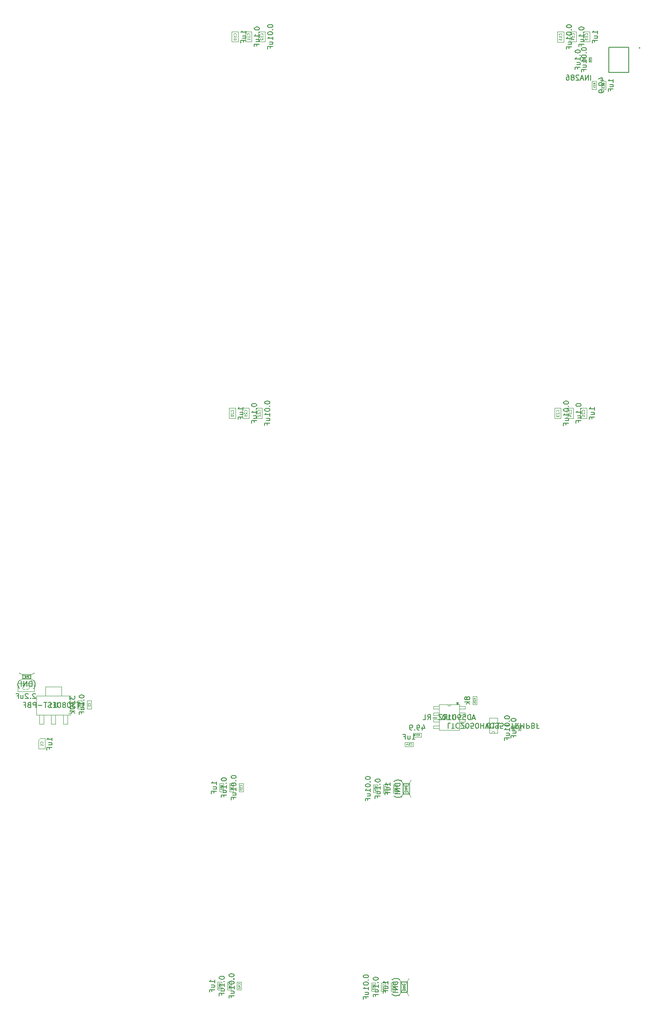
<source format=gbr>
%TF.GenerationSoftware,KiCad,Pcbnew,9.0.3*%
%TF.CreationDate,2025-09-16T12:32:26-04:00*%
%TF.ProjectId,CAEN_NEVIS_DAQ_PM5V,4341454e-5f4e-4455-9649-535f4441515f,rev?*%
%TF.SameCoordinates,Original*%
%TF.FileFunction,AssemblyDrawing,Bot*%
%FSLAX46Y46*%
G04 Gerber Fmt 4.6, Leading zero omitted, Abs format (unit mm)*
G04 Created by KiCad (PCBNEW 9.0.3) date 2025-09-16 12:32:26*
%MOMM*%
%LPD*%
G01*
G04 APERTURE LIST*
%ADD10C,0.150000*%
%ADD11C,0.080000*%
%ADD12C,0.060000*%
%ADD13C,0.040000*%
%ADD14C,0.120000*%
%ADD15C,0.100000*%
%ADD16C,0.025400*%
%ADD17C,0.127000*%
%ADD18C,0.200000*%
G04 APERTURE END LIST*
D10*
X188039819Y-133714761D02*
X188039819Y-133143333D01*
X188039819Y-133429047D02*
X187039819Y-133429047D01*
X187039819Y-133429047D02*
X187182676Y-133333809D01*
X187182676Y-133333809D02*
X187277914Y-133238571D01*
X187277914Y-133238571D02*
X187325533Y-133143333D01*
X187373152Y-134571904D02*
X188039819Y-134571904D01*
X187373152Y-134143333D02*
X187896961Y-134143333D01*
X187896961Y-134143333D02*
X187992200Y-134190952D01*
X187992200Y-134190952D02*
X188039819Y-134286190D01*
X188039819Y-134286190D02*
X188039819Y-134429047D01*
X188039819Y-134429047D02*
X187992200Y-134524285D01*
X187992200Y-134524285D02*
X187944580Y-134571904D01*
X187516009Y-135381428D02*
X187516009Y-135048095D01*
X188039819Y-135048095D02*
X187039819Y-135048095D01*
X187039819Y-135048095D02*
X187039819Y-135524285D01*
D11*
X186084530Y-133988571D02*
X186108340Y-133964762D01*
X186108340Y-133964762D02*
X186132149Y-133893333D01*
X186132149Y-133893333D02*
X186132149Y-133845714D01*
X186132149Y-133845714D02*
X186108340Y-133774286D01*
X186108340Y-133774286D02*
X186060720Y-133726667D01*
X186060720Y-133726667D02*
X186013101Y-133702857D01*
X186013101Y-133702857D02*
X185917863Y-133679048D01*
X185917863Y-133679048D02*
X185846435Y-133679048D01*
X185846435Y-133679048D02*
X185751197Y-133702857D01*
X185751197Y-133702857D02*
X185703578Y-133726667D01*
X185703578Y-133726667D02*
X185655959Y-133774286D01*
X185655959Y-133774286D02*
X185632149Y-133845714D01*
X185632149Y-133845714D02*
X185632149Y-133893333D01*
X185632149Y-133893333D02*
X185655959Y-133964762D01*
X185655959Y-133964762D02*
X185679768Y-133988571D01*
X185679768Y-134179048D02*
X185655959Y-134202857D01*
X185655959Y-134202857D02*
X185632149Y-134250476D01*
X185632149Y-134250476D02*
X185632149Y-134369524D01*
X185632149Y-134369524D02*
X185655959Y-134417143D01*
X185655959Y-134417143D02*
X185679768Y-134440952D01*
X185679768Y-134440952D02*
X185727387Y-134464762D01*
X185727387Y-134464762D02*
X185775006Y-134464762D01*
X185775006Y-134464762D02*
X185846435Y-134440952D01*
X185846435Y-134440952D02*
X186132149Y-134155238D01*
X186132149Y-134155238D02*
X186132149Y-134464762D01*
X185632149Y-134774285D02*
X185632149Y-134821904D01*
X185632149Y-134821904D02*
X185655959Y-134869523D01*
X185655959Y-134869523D02*
X185679768Y-134893333D01*
X185679768Y-134893333D02*
X185727387Y-134917142D01*
X185727387Y-134917142D02*
X185822625Y-134940952D01*
X185822625Y-134940952D02*
X185941673Y-134940952D01*
X185941673Y-134940952D02*
X186036911Y-134917142D01*
X186036911Y-134917142D02*
X186084530Y-134893333D01*
X186084530Y-134893333D02*
X186108340Y-134869523D01*
X186108340Y-134869523D02*
X186132149Y-134821904D01*
X186132149Y-134821904D02*
X186132149Y-134774285D01*
X186132149Y-134774285D02*
X186108340Y-134726666D01*
X186108340Y-134726666D02*
X186084530Y-134702857D01*
X186084530Y-134702857D02*
X186036911Y-134679047D01*
X186036911Y-134679047D02*
X185941673Y-134655238D01*
X185941673Y-134655238D02*
X185822625Y-134655238D01*
X185822625Y-134655238D02*
X185727387Y-134679047D01*
X185727387Y-134679047D02*
X185679768Y-134702857D01*
X185679768Y-134702857D02*
X185655959Y-134726666D01*
X185655959Y-134726666D02*
X185632149Y-134774285D01*
D10*
X183779819Y-205777143D02*
X183779819Y-205872381D01*
X183779819Y-205872381D02*
X183827438Y-205967619D01*
X183827438Y-205967619D02*
X183875057Y-206015238D01*
X183875057Y-206015238D02*
X183970295Y-206062857D01*
X183970295Y-206062857D02*
X184160771Y-206110476D01*
X184160771Y-206110476D02*
X184398866Y-206110476D01*
X184398866Y-206110476D02*
X184589342Y-206062857D01*
X184589342Y-206062857D02*
X184684580Y-206015238D01*
X184684580Y-206015238D02*
X184732200Y-205967619D01*
X184732200Y-205967619D02*
X184779819Y-205872381D01*
X184779819Y-205872381D02*
X184779819Y-205777143D01*
X184779819Y-205777143D02*
X184732200Y-205681905D01*
X184732200Y-205681905D02*
X184684580Y-205634286D01*
X184684580Y-205634286D02*
X184589342Y-205586667D01*
X184589342Y-205586667D02*
X184398866Y-205539048D01*
X184398866Y-205539048D02*
X184160771Y-205539048D01*
X184160771Y-205539048D02*
X183970295Y-205586667D01*
X183970295Y-205586667D02*
X183875057Y-205634286D01*
X183875057Y-205634286D02*
X183827438Y-205681905D01*
X183827438Y-205681905D02*
X183779819Y-205777143D01*
X184684580Y-206539048D02*
X184732200Y-206586667D01*
X184732200Y-206586667D02*
X184779819Y-206539048D01*
X184779819Y-206539048D02*
X184732200Y-206491429D01*
X184732200Y-206491429D02*
X184684580Y-206539048D01*
X184684580Y-206539048D02*
X184779819Y-206539048D01*
X184779819Y-207539047D02*
X184779819Y-206967619D01*
X184779819Y-207253333D02*
X183779819Y-207253333D01*
X183779819Y-207253333D02*
X183922676Y-207158095D01*
X183922676Y-207158095D02*
X184017914Y-207062857D01*
X184017914Y-207062857D02*
X184065533Y-206967619D01*
X184113152Y-208396190D02*
X184779819Y-208396190D01*
X184113152Y-207967619D02*
X184636961Y-207967619D01*
X184636961Y-207967619D02*
X184732200Y-208015238D01*
X184732200Y-208015238D02*
X184779819Y-208110476D01*
X184779819Y-208110476D02*
X184779819Y-208253333D01*
X184779819Y-208253333D02*
X184732200Y-208348571D01*
X184732200Y-208348571D02*
X184684580Y-208396190D01*
X184256009Y-209205714D02*
X184256009Y-208872381D01*
X184779819Y-208872381D02*
X183779819Y-208872381D01*
X183779819Y-208872381D02*
X183779819Y-209348571D01*
D12*
X185898832Y-207162857D02*
X185917880Y-207143809D01*
X185917880Y-207143809D02*
X185936927Y-207086667D01*
X185936927Y-207086667D02*
X185936927Y-207048571D01*
X185936927Y-207048571D02*
X185917880Y-206991428D01*
X185917880Y-206991428D02*
X185879784Y-206953333D01*
X185879784Y-206953333D02*
X185841689Y-206934286D01*
X185841689Y-206934286D02*
X185765499Y-206915238D01*
X185765499Y-206915238D02*
X185708356Y-206915238D01*
X185708356Y-206915238D02*
X185632165Y-206934286D01*
X185632165Y-206934286D02*
X185594070Y-206953333D01*
X185594070Y-206953333D02*
X185555975Y-206991428D01*
X185555975Y-206991428D02*
X185536927Y-207048571D01*
X185536927Y-207048571D02*
X185536927Y-207086667D01*
X185536927Y-207086667D02*
X185555975Y-207143809D01*
X185555975Y-207143809D02*
X185575022Y-207162857D01*
X185536927Y-207296190D02*
X185536927Y-207543809D01*
X185536927Y-207543809D02*
X185689308Y-207410476D01*
X185689308Y-207410476D02*
X185689308Y-207467619D01*
X185689308Y-207467619D02*
X185708356Y-207505714D01*
X185708356Y-207505714D02*
X185727403Y-207524762D01*
X185727403Y-207524762D02*
X185765499Y-207543809D01*
X185765499Y-207543809D02*
X185860737Y-207543809D01*
X185860737Y-207543809D02*
X185898832Y-207524762D01*
X185898832Y-207524762D02*
X185917880Y-207505714D01*
X185917880Y-207505714D02*
X185936927Y-207467619D01*
X185936927Y-207467619D02*
X185936927Y-207353333D01*
X185936927Y-207353333D02*
X185917880Y-207315238D01*
X185917880Y-207315238D02*
X185898832Y-207296190D01*
X185575022Y-207696190D02*
X185555975Y-207715238D01*
X185555975Y-207715238D02*
X185536927Y-207753333D01*
X185536927Y-207753333D02*
X185536927Y-207848571D01*
X185536927Y-207848571D02*
X185555975Y-207886666D01*
X185555975Y-207886666D02*
X185575022Y-207905714D01*
X185575022Y-207905714D02*
X185613118Y-207924761D01*
X185613118Y-207924761D02*
X185651213Y-207924761D01*
X185651213Y-207924761D02*
X185708356Y-207905714D01*
X185708356Y-207905714D02*
X185936927Y-207677142D01*
X185936927Y-207677142D02*
X185936927Y-207924761D01*
D10*
X185679819Y-205300952D02*
X185679819Y-205396190D01*
X185679819Y-205396190D02*
X185727438Y-205491428D01*
X185727438Y-205491428D02*
X185775057Y-205539047D01*
X185775057Y-205539047D02*
X185870295Y-205586666D01*
X185870295Y-205586666D02*
X186060771Y-205634285D01*
X186060771Y-205634285D02*
X186298866Y-205634285D01*
X186298866Y-205634285D02*
X186489342Y-205586666D01*
X186489342Y-205586666D02*
X186584580Y-205539047D01*
X186584580Y-205539047D02*
X186632200Y-205491428D01*
X186632200Y-205491428D02*
X186679819Y-205396190D01*
X186679819Y-205396190D02*
X186679819Y-205300952D01*
X186679819Y-205300952D02*
X186632200Y-205205714D01*
X186632200Y-205205714D02*
X186584580Y-205158095D01*
X186584580Y-205158095D02*
X186489342Y-205110476D01*
X186489342Y-205110476D02*
X186298866Y-205062857D01*
X186298866Y-205062857D02*
X186060771Y-205062857D01*
X186060771Y-205062857D02*
X185870295Y-205110476D01*
X185870295Y-205110476D02*
X185775057Y-205158095D01*
X185775057Y-205158095D02*
X185727438Y-205205714D01*
X185727438Y-205205714D02*
X185679819Y-205300952D01*
X186584580Y-206062857D02*
X186632200Y-206110476D01*
X186632200Y-206110476D02*
X186679819Y-206062857D01*
X186679819Y-206062857D02*
X186632200Y-206015238D01*
X186632200Y-206015238D02*
X186584580Y-206062857D01*
X186584580Y-206062857D02*
X186679819Y-206062857D01*
X185679819Y-206729523D02*
X185679819Y-206824761D01*
X185679819Y-206824761D02*
X185727438Y-206919999D01*
X185727438Y-206919999D02*
X185775057Y-206967618D01*
X185775057Y-206967618D02*
X185870295Y-207015237D01*
X185870295Y-207015237D02*
X186060771Y-207062856D01*
X186060771Y-207062856D02*
X186298866Y-207062856D01*
X186298866Y-207062856D02*
X186489342Y-207015237D01*
X186489342Y-207015237D02*
X186584580Y-206967618D01*
X186584580Y-206967618D02*
X186632200Y-206919999D01*
X186632200Y-206919999D02*
X186679819Y-206824761D01*
X186679819Y-206824761D02*
X186679819Y-206729523D01*
X186679819Y-206729523D02*
X186632200Y-206634285D01*
X186632200Y-206634285D02*
X186584580Y-206586666D01*
X186584580Y-206586666D02*
X186489342Y-206539047D01*
X186489342Y-206539047D02*
X186298866Y-206491428D01*
X186298866Y-206491428D02*
X186060771Y-206491428D01*
X186060771Y-206491428D02*
X185870295Y-206539047D01*
X185870295Y-206539047D02*
X185775057Y-206586666D01*
X185775057Y-206586666D02*
X185727438Y-206634285D01*
X185727438Y-206634285D02*
X185679819Y-206729523D01*
X186679819Y-208015237D02*
X186679819Y-207443809D01*
X186679819Y-207729523D02*
X185679819Y-207729523D01*
X185679819Y-207729523D02*
X185822676Y-207634285D01*
X185822676Y-207634285D02*
X185917914Y-207539047D01*
X185917914Y-207539047D02*
X185965533Y-207443809D01*
X186013152Y-208872380D02*
X186679819Y-208872380D01*
X186013152Y-208443809D02*
X186536961Y-208443809D01*
X186536961Y-208443809D02*
X186632200Y-208491428D01*
X186632200Y-208491428D02*
X186679819Y-208586666D01*
X186679819Y-208586666D02*
X186679819Y-208729523D01*
X186679819Y-208729523D02*
X186632200Y-208824761D01*
X186632200Y-208824761D02*
X186584580Y-208872380D01*
X186156009Y-209681904D02*
X186156009Y-209348571D01*
X186679819Y-209348571D02*
X185679819Y-209348571D01*
X185679819Y-209348571D02*
X185679819Y-209824761D01*
D12*
X187798832Y-207162857D02*
X187817880Y-207143809D01*
X187817880Y-207143809D02*
X187836927Y-207086667D01*
X187836927Y-207086667D02*
X187836927Y-207048571D01*
X187836927Y-207048571D02*
X187817880Y-206991428D01*
X187817880Y-206991428D02*
X187779784Y-206953333D01*
X187779784Y-206953333D02*
X187741689Y-206934286D01*
X187741689Y-206934286D02*
X187665499Y-206915238D01*
X187665499Y-206915238D02*
X187608356Y-206915238D01*
X187608356Y-206915238D02*
X187532165Y-206934286D01*
X187532165Y-206934286D02*
X187494070Y-206953333D01*
X187494070Y-206953333D02*
X187455975Y-206991428D01*
X187455975Y-206991428D02*
X187436927Y-207048571D01*
X187436927Y-207048571D02*
X187436927Y-207086667D01*
X187436927Y-207086667D02*
X187455975Y-207143809D01*
X187455975Y-207143809D02*
X187475022Y-207162857D01*
X187436927Y-207296190D02*
X187436927Y-207543809D01*
X187436927Y-207543809D02*
X187589308Y-207410476D01*
X187589308Y-207410476D02*
X187589308Y-207467619D01*
X187589308Y-207467619D02*
X187608356Y-207505714D01*
X187608356Y-207505714D02*
X187627403Y-207524762D01*
X187627403Y-207524762D02*
X187665499Y-207543809D01*
X187665499Y-207543809D02*
X187760737Y-207543809D01*
X187760737Y-207543809D02*
X187798832Y-207524762D01*
X187798832Y-207524762D02*
X187817880Y-207505714D01*
X187817880Y-207505714D02*
X187836927Y-207467619D01*
X187836927Y-207467619D02*
X187836927Y-207353333D01*
X187836927Y-207353333D02*
X187817880Y-207315238D01*
X187817880Y-207315238D02*
X187798832Y-207296190D01*
X187436927Y-207677142D02*
X187436927Y-207924761D01*
X187436927Y-207924761D02*
X187589308Y-207791428D01*
X187589308Y-207791428D02*
X187589308Y-207848571D01*
X187589308Y-207848571D02*
X187608356Y-207886666D01*
X187608356Y-207886666D02*
X187627403Y-207905714D01*
X187627403Y-207905714D02*
X187665499Y-207924761D01*
X187665499Y-207924761D02*
X187760737Y-207924761D01*
X187760737Y-207924761D02*
X187798832Y-207905714D01*
X187798832Y-207905714D02*
X187817880Y-207886666D01*
X187817880Y-207886666D02*
X187836927Y-207848571D01*
X187836927Y-207848571D02*
X187836927Y-207734285D01*
X187836927Y-207734285D02*
X187817880Y-207696190D01*
X187817880Y-207696190D02*
X187798832Y-207677142D01*
D10*
X154134819Y-189539524D02*
X154134819Y-190158571D01*
X154134819Y-190158571D02*
X154515771Y-189825238D01*
X154515771Y-189825238D02*
X154515771Y-189968095D01*
X154515771Y-189968095D02*
X154563390Y-190063333D01*
X154563390Y-190063333D02*
X154611009Y-190110952D01*
X154611009Y-190110952D02*
X154706247Y-190158571D01*
X154706247Y-190158571D02*
X154944342Y-190158571D01*
X154944342Y-190158571D02*
X155039580Y-190110952D01*
X155039580Y-190110952D02*
X155087200Y-190063333D01*
X155087200Y-190063333D02*
X155134819Y-189968095D01*
X155134819Y-189968095D02*
X155134819Y-189682381D01*
X155134819Y-189682381D02*
X155087200Y-189587143D01*
X155087200Y-189587143D02*
X155039580Y-189539524D01*
X154134819Y-190491905D02*
X154134819Y-191110952D01*
X154134819Y-191110952D02*
X154515771Y-190777619D01*
X154515771Y-190777619D02*
X154515771Y-190920476D01*
X154515771Y-190920476D02*
X154563390Y-191015714D01*
X154563390Y-191015714D02*
X154611009Y-191063333D01*
X154611009Y-191063333D02*
X154706247Y-191110952D01*
X154706247Y-191110952D02*
X154944342Y-191110952D01*
X154944342Y-191110952D02*
X155039580Y-191063333D01*
X155039580Y-191063333D02*
X155087200Y-191015714D01*
X155087200Y-191015714D02*
X155134819Y-190920476D01*
X155134819Y-190920476D02*
X155134819Y-190634762D01*
X155134819Y-190634762D02*
X155087200Y-190539524D01*
X155087200Y-190539524D02*
X155039580Y-190491905D01*
X154134819Y-191730000D02*
X154134819Y-191825238D01*
X154134819Y-191825238D02*
X154182438Y-191920476D01*
X154182438Y-191920476D02*
X154230057Y-191968095D01*
X154230057Y-191968095D02*
X154325295Y-192015714D01*
X154325295Y-192015714D02*
X154515771Y-192063333D01*
X154515771Y-192063333D02*
X154753866Y-192063333D01*
X154753866Y-192063333D02*
X154944342Y-192015714D01*
X154944342Y-192015714D02*
X155039580Y-191968095D01*
X155039580Y-191968095D02*
X155087200Y-191920476D01*
X155087200Y-191920476D02*
X155134819Y-191825238D01*
X155134819Y-191825238D02*
X155134819Y-191730000D01*
X155134819Y-191730000D02*
X155087200Y-191634762D01*
X155087200Y-191634762D02*
X155039580Y-191587143D01*
X155039580Y-191587143D02*
X154944342Y-191539524D01*
X154944342Y-191539524D02*
X154753866Y-191491905D01*
X154753866Y-191491905D02*
X154515771Y-191491905D01*
X154515771Y-191491905D02*
X154325295Y-191539524D01*
X154325295Y-191539524D02*
X154230057Y-191587143D01*
X154230057Y-191587143D02*
X154182438Y-191634762D01*
X154182438Y-191634762D02*
X154134819Y-191730000D01*
X155134819Y-192491905D02*
X154134819Y-192491905D01*
X154753866Y-192587143D02*
X155134819Y-192872857D01*
X154468152Y-192872857D02*
X154849104Y-192491905D01*
D12*
X156291927Y-191163333D02*
X156101451Y-191030000D01*
X156291927Y-190934762D02*
X155891927Y-190934762D01*
X155891927Y-190934762D02*
X155891927Y-191087143D01*
X155891927Y-191087143D02*
X155910975Y-191125238D01*
X155910975Y-191125238D02*
X155930022Y-191144285D01*
X155930022Y-191144285D02*
X155968118Y-191163333D01*
X155968118Y-191163333D02*
X156025260Y-191163333D01*
X156025260Y-191163333D02*
X156063356Y-191144285D01*
X156063356Y-191144285D02*
X156082403Y-191125238D01*
X156082403Y-191125238D02*
X156101451Y-191087143D01*
X156101451Y-191087143D02*
X156101451Y-190934762D01*
X155891927Y-191525238D02*
X155891927Y-191334762D01*
X155891927Y-191334762D02*
X156082403Y-191315714D01*
X156082403Y-191315714D02*
X156063356Y-191334762D01*
X156063356Y-191334762D02*
X156044308Y-191372857D01*
X156044308Y-191372857D02*
X156044308Y-191468095D01*
X156044308Y-191468095D02*
X156063356Y-191506190D01*
X156063356Y-191506190D02*
X156082403Y-191525238D01*
X156082403Y-191525238D02*
X156120499Y-191544285D01*
X156120499Y-191544285D02*
X156215737Y-191544285D01*
X156215737Y-191544285D02*
X156253832Y-191525238D01*
X156253832Y-191525238D02*
X156272880Y-191506190D01*
X156272880Y-191506190D02*
X156291927Y-191468095D01*
X156291927Y-191468095D02*
X156291927Y-191372857D01*
X156291927Y-191372857D02*
X156272880Y-191334762D01*
X156272880Y-191334762D02*
X156253832Y-191315714D01*
D10*
X213869819Y-205992143D02*
X213869819Y-206087381D01*
X213869819Y-206087381D02*
X213917438Y-206182619D01*
X213917438Y-206182619D02*
X213965057Y-206230238D01*
X213965057Y-206230238D02*
X214060295Y-206277857D01*
X214060295Y-206277857D02*
X214250771Y-206325476D01*
X214250771Y-206325476D02*
X214488866Y-206325476D01*
X214488866Y-206325476D02*
X214679342Y-206277857D01*
X214679342Y-206277857D02*
X214774580Y-206230238D01*
X214774580Y-206230238D02*
X214822200Y-206182619D01*
X214822200Y-206182619D02*
X214869819Y-206087381D01*
X214869819Y-206087381D02*
X214869819Y-205992143D01*
X214869819Y-205992143D02*
X214822200Y-205896905D01*
X214822200Y-205896905D02*
X214774580Y-205849286D01*
X214774580Y-205849286D02*
X214679342Y-205801667D01*
X214679342Y-205801667D02*
X214488866Y-205754048D01*
X214488866Y-205754048D02*
X214250771Y-205754048D01*
X214250771Y-205754048D02*
X214060295Y-205801667D01*
X214060295Y-205801667D02*
X213965057Y-205849286D01*
X213965057Y-205849286D02*
X213917438Y-205896905D01*
X213917438Y-205896905D02*
X213869819Y-205992143D01*
X214774580Y-206754048D02*
X214822200Y-206801667D01*
X214822200Y-206801667D02*
X214869819Y-206754048D01*
X214869819Y-206754048D02*
X214822200Y-206706429D01*
X214822200Y-206706429D02*
X214774580Y-206754048D01*
X214774580Y-206754048D02*
X214869819Y-206754048D01*
X214869819Y-207754047D02*
X214869819Y-207182619D01*
X214869819Y-207468333D02*
X213869819Y-207468333D01*
X213869819Y-207468333D02*
X214012676Y-207373095D01*
X214012676Y-207373095D02*
X214107914Y-207277857D01*
X214107914Y-207277857D02*
X214155533Y-207182619D01*
X214203152Y-208611190D02*
X214869819Y-208611190D01*
X214203152Y-208182619D02*
X214726961Y-208182619D01*
X214726961Y-208182619D02*
X214822200Y-208230238D01*
X214822200Y-208230238D02*
X214869819Y-208325476D01*
X214869819Y-208325476D02*
X214869819Y-208468333D01*
X214869819Y-208468333D02*
X214822200Y-208563571D01*
X214822200Y-208563571D02*
X214774580Y-208611190D01*
X214346009Y-209420714D02*
X214346009Y-209087381D01*
X214869819Y-209087381D02*
X213869819Y-209087381D01*
X213869819Y-209087381D02*
X213869819Y-209563571D01*
D12*
X215988832Y-207377857D02*
X216007880Y-207358809D01*
X216007880Y-207358809D02*
X216026927Y-207301667D01*
X216026927Y-207301667D02*
X216026927Y-207263571D01*
X216026927Y-207263571D02*
X216007880Y-207206428D01*
X216007880Y-207206428D02*
X215969784Y-207168333D01*
X215969784Y-207168333D02*
X215931689Y-207149286D01*
X215931689Y-207149286D02*
X215855499Y-207130238D01*
X215855499Y-207130238D02*
X215798356Y-207130238D01*
X215798356Y-207130238D02*
X215722165Y-207149286D01*
X215722165Y-207149286D02*
X215684070Y-207168333D01*
X215684070Y-207168333D02*
X215645975Y-207206428D01*
X215645975Y-207206428D02*
X215626927Y-207263571D01*
X215626927Y-207263571D02*
X215626927Y-207301667D01*
X215626927Y-207301667D02*
X215645975Y-207358809D01*
X215645975Y-207358809D02*
X215665022Y-207377857D01*
X215626927Y-207511190D02*
X215626927Y-207758809D01*
X215626927Y-207758809D02*
X215779308Y-207625476D01*
X215779308Y-207625476D02*
X215779308Y-207682619D01*
X215779308Y-207682619D02*
X215798356Y-207720714D01*
X215798356Y-207720714D02*
X215817403Y-207739762D01*
X215817403Y-207739762D02*
X215855499Y-207758809D01*
X215855499Y-207758809D02*
X215950737Y-207758809D01*
X215950737Y-207758809D02*
X215988832Y-207739762D01*
X215988832Y-207739762D02*
X216007880Y-207720714D01*
X216007880Y-207720714D02*
X216026927Y-207682619D01*
X216026927Y-207682619D02*
X216026927Y-207568333D01*
X216026927Y-207568333D02*
X216007880Y-207530238D01*
X216007880Y-207530238D02*
X215988832Y-207511190D01*
X215626927Y-208120714D02*
X215626927Y-207930238D01*
X215626927Y-207930238D02*
X215817403Y-207911190D01*
X215817403Y-207911190D02*
X215798356Y-207930238D01*
X215798356Y-207930238D02*
X215779308Y-207968333D01*
X215779308Y-207968333D02*
X215779308Y-208063571D01*
X215779308Y-208063571D02*
X215798356Y-208101666D01*
X215798356Y-208101666D02*
X215817403Y-208120714D01*
X215817403Y-208120714D02*
X215855499Y-208139761D01*
X215855499Y-208139761D02*
X215950737Y-208139761D01*
X215950737Y-208139761D02*
X215988832Y-208120714D01*
X215988832Y-208120714D02*
X216007880Y-208101666D01*
X216007880Y-208101666D02*
X216026927Y-208063571D01*
X216026927Y-208063571D02*
X216026927Y-207968333D01*
X216026927Y-207968333D02*
X216007880Y-207930238D01*
X216007880Y-207930238D02*
X215988832Y-207911190D01*
D10*
X218682021Y-244975237D02*
X218634402Y-244927618D01*
X218634402Y-244927618D02*
X218491545Y-244832380D01*
X218491545Y-244832380D02*
X218396307Y-244784761D01*
X218396307Y-244784761D02*
X218253450Y-244737142D01*
X218253450Y-244737142D02*
X218015354Y-244689523D01*
X218015354Y-244689523D02*
X217824878Y-244689523D01*
X217824878Y-244689523D02*
X217586783Y-244737142D01*
X217586783Y-244737142D02*
X217443926Y-244784761D01*
X217443926Y-244784761D02*
X217348688Y-244832380D01*
X217348688Y-244832380D02*
X217205830Y-244927618D01*
X217205830Y-244927618D02*
X217158211Y-244975237D01*
X218301069Y-245356190D02*
X217301069Y-245356190D01*
X217301069Y-245356190D02*
X217301069Y-245594285D01*
X217301069Y-245594285D02*
X217348688Y-245737142D01*
X217348688Y-245737142D02*
X217443926Y-245832380D01*
X217443926Y-245832380D02*
X217539164Y-245879999D01*
X217539164Y-245879999D02*
X217729640Y-245927618D01*
X217729640Y-245927618D02*
X217872497Y-245927618D01*
X217872497Y-245927618D02*
X218062973Y-245879999D01*
X218062973Y-245879999D02*
X218158211Y-245832380D01*
X218158211Y-245832380D02*
X218253450Y-245737142D01*
X218253450Y-245737142D02*
X218301069Y-245594285D01*
X218301069Y-245594285D02*
X218301069Y-245356190D01*
X218301069Y-246356190D02*
X217301069Y-246356190D01*
X217301069Y-246356190D02*
X218301069Y-246927618D01*
X218301069Y-246927618D02*
X217301069Y-246927618D01*
X218301069Y-247403809D02*
X217301069Y-247403809D01*
X218682021Y-247784761D02*
X218634402Y-247832380D01*
X218634402Y-247832380D02*
X218491545Y-247927618D01*
X218491545Y-247927618D02*
X218396307Y-247975237D01*
X218396307Y-247975237D02*
X218253450Y-248022856D01*
X218253450Y-248022856D02*
X218015354Y-248070475D01*
X218015354Y-248070475D02*
X217824878Y-248070475D01*
X217824878Y-248070475D02*
X217586783Y-248022856D01*
X217586783Y-248022856D02*
X217443926Y-247975237D01*
X217443926Y-247975237D02*
X217348688Y-247927618D01*
X217348688Y-247927618D02*
X217205830Y-247832380D01*
X217205830Y-247832380D02*
X217158211Y-247784761D01*
D11*
X219723399Y-246058570D02*
X219485304Y-245891904D01*
X219723399Y-245772856D02*
X219223399Y-245772856D01*
X219223399Y-245772856D02*
X219223399Y-245963332D01*
X219223399Y-245963332D02*
X219247209Y-246010951D01*
X219247209Y-246010951D02*
X219271018Y-246034761D01*
X219271018Y-246034761D02*
X219318637Y-246058570D01*
X219318637Y-246058570D02*
X219390066Y-246058570D01*
X219390066Y-246058570D02*
X219437685Y-246034761D01*
X219437685Y-246034761D02*
X219461494Y-246010951D01*
X219461494Y-246010951D02*
X219485304Y-245963332D01*
X219485304Y-245963332D02*
X219485304Y-245772856D01*
X219723399Y-246534761D02*
X219723399Y-246249047D01*
X219723399Y-246391904D02*
X219223399Y-246391904D01*
X219223399Y-246391904D02*
X219294828Y-246344285D01*
X219294828Y-246344285D02*
X219342447Y-246296666D01*
X219342447Y-246296666D02*
X219366256Y-246249047D01*
X219223399Y-246701427D02*
X219223399Y-247010951D01*
X219223399Y-247010951D02*
X219413875Y-246844284D01*
X219413875Y-246844284D02*
X219413875Y-246915713D01*
X219413875Y-246915713D02*
X219437685Y-246963332D01*
X219437685Y-246963332D02*
X219461494Y-246987141D01*
X219461494Y-246987141D02*
X219509113Y-247010951D01*
X219509113Y-247010951D02*
X219628161Y-247010951D01*
X219628161Y-247010951D02*
X219675780Y-246987141D01*
X219675780Y-246987141D02*
X219699590Y-246963332D01*
X219699590Y-246963332D02*
X219723399Y-246915713D01*
X219723399Y-246915713D02*
X219723399Y-246772856D01*
X219723399Y-246772856D02*
X219699590Y-246725237D01*
X219699590Y-246725237D02*
X219675780Y-246701427D01*
X219473399Y-247130951D02*
X219473399Y-245652856D01*
D10*
X192269819Y-132170952D02*
X192269819Y-132266190D01*
X192269819Y-132266190D02*
X192317438Y-132361428D01*
X192317438Y-132361428D02*
X192365057Y-132409047D01*
X192365057Y-132409047D02*
X192460295Y-132456666D01*
X192460295Y-132456666D02*
X192650771Y-132504285D01*
X192650771Y-132504285D02*
X192888866Y-132504285D01*
X192888866Y-132504285D02*
X193079342Y-132456666D01*
X193079342Y-132456666D02*
X193174580Y-132409047D01*
X193174580Y-132409047D02*
X193222200Y-132361428D01*
X193222200Y-132361428D02*
X193269819Y-132266190D01*
X193269819Y-132266190D02*
X193269819Y-132170952D01*
X193269819Y-132170952D02*
X193222200Y-132075714D01*
X193222200Y-132075714D02*
X193174580Y-132028095D01*
X193174580Y-132028095D02*
X193079342Y-131980476D01*
X193079342Y-131980476D02*
X192888866Y-131932857D01*
X192888866Y-131932857D02*
X192650771Y-131932857D01*
X192650771Y-131932857D02*
X192460295Y-131980476D01*
X192460295Y-131980476D02*
X192365057Y-132028095D01*
X192365057Y-132028095D02*
X192317438Y-132075714D01*
X192317438Y-132075714D02*
X192269819Y-132170952D01*
X193174580Y-132932857D02*
X193222200Y-132980476D01*
X193222200Y-132980476D02*
X193269819Y-132932857D01*
X193269819Y-132932857D02*
X193222200Y-132885238D01*
X193222200Y-132885238D02*
X193174580Y-132932857D01*
X193174580Y-132932857D02*
X193269819Y-132932857D01*
X192269819Y-133599523D02*
X192269819Y-133694761D01*
X192269819Y-133694761D02*
X192317438Y-133789999D01*
X192317438Y-133789999D02*
X192365057Y-133837618D01*
X192365057Y-133837618D02*
X192460295Y-133885237D01*
X192460295Y-133885237D02*
X192650771Y-133932856D01*
X192650771Y-133932856D02*
X192888866Y-133932856D01*
X192888866Y-133932856D02*
X193079342Y-133885237D01*
X193079342Y-133885237D02*
X193174580Y-133837618D01*
X193174580Y-133837618D02*
X193222200Y-133789999D01*
X193222200Y-133789999D02*
X193269819Y-133694761D01*
X193269819Y-133694761D02*
X193269819Y-133599523D01*
X193269819Y-133599523D02*
X193222200Y-133504285D01*
X193222200Y-133504285D02*
X193174580Y-133456666D01*
X193174580Y-133456666D02*
X193079342Y-133409047D01*
X193079342Y-133409047D02*
X192888866Y-133361428D01*
X192888866Y-133361428D02*
X192650771Y-133361428D01*
X192650771Y-133361428D02*
X192460295Y-133409047D01*
X192460295Y-133409047D02*
X192365057Y-133456666D01*
X192365057Y-133456666D02*
X192317438Y-133504285D01*
X192317438Y-133504285D02*
X192269819Y-133599523D01*
X193269819Y-134885237D02*
X193269819Y-134313809D01*
X193269819Y-134599523D02*
X192269819Y-134599523D01*
X192269819Y-134599523D02*
X192412676Y-134504285D01*
X192412676Y-134504285D02*
X192507914Y-134409047D01*
X192507914Y-134409047D02*
X192555533Y-134313809D01*
X192603152Y-135742380D02*
X193269819Y-135742380D01*
X192603152Y-135313809D02*
X193126961Y-135313809D01*
X193126961Y-135313809D02*
X193222200Y-135361428D01*
X193222200Y-135361428D02*
X193269819Y-135456666D01*
X193269819Y-135456666D02*
X193269819Y-135599523D01*
X193269819Y-135599523D02*
X193222200Y-135694761D01*
X193222200Y-135694761D02*
X193174580Y-135742380D01*
X192746009Y-136551904D02*
X192746009Y-136218571D01*
X193269819Y-136218571D02*
X192269819Y-136218571D01*
X192269819Y-136218571D02*
X192269819Y-136694761D01*
D11*
X191314530Y-133968571D02*
X191338340Y-133944762D01*
X191338340Y-133944762D02*
X191362149Y-133873333D01*
X191362149Y-133873333D02*
X191362149Y-133825714D01*
X191362149Y-133825714D02*
X191338340Y-133754286D01*
X191338340Y-133754286D02*
X191290720Y-133706667D01*
X191290720Y-133706667D02*
X191243101Y-133682857D01*
X191243101Y-133682857D02*
X191147863Y-133659048D01*
X191147863Y-133659048D02*
X191076435Y-133659048D01*
X191076435Y-133659048D02*
X190981197Y-133682857D01*
X190981197Y-133682857D02*
X190933578Y-133706667D01*
X190933578Y-133706667D02*
X190885959Y-133754286D01*
X190885959Y-133754286D02*
X190862149Y-133825714D01*
X190862149Y-133825714D02*
X190862149Y-133873333D01*
X190862149Y-133873333D02*
X190885959Y-133944762D01*
X190885959Y-133944762D02*
X190909768Y-133968571D01*
X190909768Y-134159048D02*
X190885959Y-134182857D01*
X190885959Y-134182857D02*
X190862149Y-134230476D01*
X190862149Y-134230476D02*
X190862149Y-134349524D01*
X190862149Y-134349524D02*
X190885959Y-134397143D01*
X190885959Y-134397143D02*
X190909768Y-134420952D01*
X190909768Y-134420952D02*
X190957387Y-134444762D01*
X190957387Y-134444762D02*
X191005006Y-134444762D01*
X191005006Y-134444762D02*
X191076435Y-134420952D01*
X191076435Y-134420952D02*
X191362149Y-134135238D01*
X191362149Y-134135238D02*
X191362149Y-134444762D01*
X190909768Y-134635238D02*
X190885959Y-134659047D01*
X190885959Y-134659047D02*
X190862149Y-134706666D01*
X190862149Y-134706666D02*
X190862149Y-134825714D01*
X190862149Y-134825714D02*
X190885959Y-134873333D01*
X190885959Y-134873333D02*
X190909768Y-134897142D01*
X190909768Y-134897142D02*
X190957387Y-134920952D01*
X190957387Y-134920952D02*
X191005006Y-134920952D01*
X191005006Y-134920952D02*
X191076435Y-134897142D01*
X191076435Y-134897142D02*
X191362149Y-134611428D01*
X191362149Y-134611428D02*
X191362149Y-134920952D01*
D10*
X254174819Y-63140952D02*
X254174819Y-63236190D01*
X254174819Y-63236190D02*
X254222438Y-63331428D01*
X254222438Y-63331428D02*
X254270057Y-63379047D01*
X254270057Y-63379047D02*
X254365295Y-63426666D01*
X254365295Y-63426666D02*
X254555771Y-63474285D01*
X254555771Y-63474285D02*
X254793866Y-63474285D01*
X254793866Y-63474285D02*
X254984342Y-63426666D01*
X254984342Y-63426666D02*
X255079580Y-63379047D01*
X255079580Y-63379047D02*
X255127200Y-63331428D01*
X255127200Y-63331428D02*
X255174819Y-63236190D01*
X255174819Y-63236190D02*
X255174819Y-63140952D01*
X255174819Y-63140952D02*
X255127200Y-63045714D01*
X255127200Y-63045714D02*
X255079580Y-62998095D01*
X255079580Y-62998095D02*
X254984342Y-62950476D01*
X254984342Y-62950476D02*
X254793866Y-62902857D01*
X254793866Y-62902857D02*
X254555771Y-62902857D01*
X254555771Y-62902857D02*
X254365295Y-62950476D01*
X254365295Y-62950476D02*
X254270057Y-62998095D01*
X254270057Y-62998095D02*
X254222438Y-63045714D01*
X254222438Y-63045714D02*
X254174819Y-63140952D01*
X255079580Y-63902857D02*
X255127200Y-63950476D01*
X255127200Y-63950476D02*
X255174819Y-63902857D01*
X255174819Y-63902857D02*
X255127200Y-63855238D01*
X255127200Y-63855238D02*
X255079580Y-63902857D01*
X255079580Y-63902857D02*
X255174819Y-63902857D01*
X254174819Y-64569523D02*
X254174819Y-64664761D01*
X254174819Y-64664761D02*
X254222438Y-64759999D01*
X254222438Y-64759999D02*
X254270057Y-64807618D01*
X254270057Y-64807618D02*
X254365295Y-64855237D01*
X254365295Y-64855237D02*
X254555771Y-64902856D01*
X254555771Y-64902856D02*
X254793866Y-64902856D01*
X254793866Y-64902856D02*
X254984342Y-64855237D01*
X254984342Y-64855237D02*
X255079580Y-64807618D01*
X255079580Y-64807618D02*
X255127200Y-64759999D01*
X255127200Y-64759999D02*
X255174819Y-64664761D01*
X255174819Y-64664761D02*
X255174819Y-64569523D01*
X255174819Y-64569523D02*
X255127200Y-64474285D01*
X255127200Y-64474285D02*
X255079580Y-64426666D01*
X255079580Y-64426666D02*
X254984342Y-64379047D01*
X254984342Y-64379047D02*
X254793866Y-64331428D01*
X254793866Y-64331428D02*
X254555771Y-64331428D01*
X254555771Y-64331428D02*
X254365295Y-64379047D01*
X254365295Y-64379047D02*
X254270057Y-64426666D01*
X254270057Y-64426666D02*
X254222438Y-64474285D01*
X254222438Y-64474285D02*
X254174819Y-64569523D01*
X255174819Y-65855237D02*
X255174819Y-65283809D01*
X255174819Y-65569523D02*
X254174819Y-65569523D01*
X254174819Y-65569523D02*
X254317676Y-65474285D01*
X254317676Y-65474285D02*
X254412914Y-65379047D01*
X254412914Y-65379047D02*
X254460533Y-65283809D01*
X254508152Y-66712380D02*
X255174819Y-66712380D01*
X254508152Y-66283809D02*
X255031961Y-66283809D01*
X255031961Y-66283809D02*
X255127200Y-66331428D01*
X255127200Y-66331428D02*
X255174819Y-66426666D01*
X255174819Y-66426666D02*
X255174819Y-66569523D01*
X255174819Y-66569523D02*
X255127200Y-66664761D01*
X255127200Y-66664761D02*
X255079580Y-66712380D01*
X254651009Y-67521904D02*
X254651009Y-67188571D01*
X255174819Y-67188571D02*
X254174819Y-67188571D01*
X254174819Y-67188571D02*
X254174819Y-67664761D01*
D13*
X255969765Y-65099285D02*
X255981670Y-65087381D01*
X255981670Y-65087381D02*
X255993574Y-65051666D01*
X255993574Y-65051666D02*
X255993574Y-65027857D01*
X255993574Y-65027857D02*
X255981670Y-64992143D01*
X255981670Y-64992143D02*
X255957860Y-64968333D01*
X255957860Y-64968333D02*
X255934050Y-64956428D01*
X255934050Y-64956428D02*
X255886431Y-64944524D01*
X255886431Y-64944524D02*
X255850717Y-64944524D01*
X255850717Y-64944524D02*
X255803098Y-64956428D01*
X255803098Y-64956428D02*
X255779289Y-64968333D01*
X255779289Y-64968333D02*
X255755479Y-64992143D01*
X255755479Y-64992143D02*
X255743574Y-65027857D01*
X255743574Y-65027857D02*
X255743574Y-65051666D01*
X255743574Y-65051666D02*
X255755479Y-65087381D01*
X255755479Y-65087381D02*
X255767384Y-65099285D01*
X255826908Y-65313571D02*
X255993574Y-65313571D01*
X255731670Y-65254047D02*
X255910241Y-65194524D01*
X255910241Y-65194524D02*
X255910241Y-65349285D01*
X255993574Y-65456428D02*
X255993574Y-65504047D01*
X255993574Y-65504047D02*
X255981670Y-65527857D01*
X255981670Y-65527857D02*
X255969765Y-65539761D01*
X255969765Y-65539761D02*
X255934050Y-65563571D01*
X255934050Y-65563571D02*
X255886431Y-65575476D01*
X255886431Y-65575476D02*
X255791193Y-65575476D01*
X255791193Y-65575476D02*
X255767384Y-65563571D01*
X255767384Y-65563571D02*
X255755479Y-65551666D01*
X255755479Y-65551666D02*
X255743574Y-65527857D01*
X255743574Y-65527857D02*
X255743574Y-65480238D01*
X255743574Y-65480238D02*
X255755479Y-65456428D01*
X255755479Y-65456428D02*
X255767384Y-65444523D01*
X255767384Y-65444523D02*
X255791193Y-65432619D01*
X255791193Y-65432619D02*
X255850717Y-65432619D01*
X255850717Y-65432619D02*
X255874527Y-65444523D01*
X255874527Y-65444523D02*
X255886431Y-65456428D01*
X255886431Y-65456428D02*
X255898336Y-65480238D01*
X255898336Y-65480238D02*
X255898336Y-65527857D01*
X255898336Y-65527857D02*
X255886431Y-65551666D01*
X255886431Y-65551666D02*
X255874527Y-65563571D01*
X255874527Y-65563571D02*
X255850717Y-65575476D01*
D10*
X211939819Y-205510952D02*
X211939819Y-205606190D01*
X211939819Y-205606190D02*
X211987438Y-205701428D01*
X211987438Y-205701428D02*
X212035057Y-205749047D01*
X212035057Y-205749047D02*
X212130295Y-205796666D01*
X212130295Y-205796666D02*
X212320771Y-205844285D01*
X212320771Y-205844285D02*
X212558866Y-205844285D01*
X212558866Y-205844285D02*
X212749342Y-205796666D01*
X212749342Y-205796666D02*
X212844580Y-205749047D01*
X212844580Y-205749047D02*
X212892200Y-205701428D01*
X212892200Y-205701428D02*
X212939819Y-205606190D01*
X212939819Y-205606190D02*
X212939819Y-205510952D01*
X212939819Y-205510952D02*
X212892200Y-205415714D01*
X212892200Y-205415714D02*
X212844580Y-205368095D01*
X212844580Y-205368095D02*
X212749342Y-205320476D01*
X212749342Y-205320476D02*
X212558866Y-205272857D01*
X212558866Y-205272857D02*
X212320771Y-205272857D01*
X212320771Y-205272857D02*
X212130295Y-205320476D01*
X212130295Y-205320476D02*
X212035057Y-205368095D01*
X212035057Y-205368095D02*
X211987438Y-205415714D01*
X211987438Y-205415714D02*
X211939819Y-205510952D01*
X212844580Y-206272857D02*
X212892200Y-206320476D01*
X212892200Y-206320476D02*
X212939819Y-206272857D01*
X212939819Y-206272857D02*
X212892200Y-206225238D01*
X212892200Y-206225238D02*
X212844580Y-206272857D01*
X212844580Y-206272857D02*
X212939819Y-206272857D01*
X211939819Y-206939523D02*
X211939819Y-207034761D01*
X211939819Y-207034761D02*
X211987438Y-207129999D01*
X211987438Y-207129999D02*
X212035057Y-207177618D01*
X212035057Y-207177618D02*
X212130295Y-207225237D01*
X212130295Y-207225237D02*
X212320771Y-207272856D01*
X212320771Y-207272856D02*
X212558866Y-207272856D01*
X212558866Y-207272856D02*
X212749342Y-207225237D01*
X212749342Y-207225237D02*
X212844580Y-207177618D01*
X212844580Y-207177618D02*
X212892200Y-207129999D01*
X212892200Y-207129999D02*
X212939819Y-207034761D01*
X212939819Y-207034761D02*
X212939819Y-206939523D01*
X212939819Y-206939523D02*
X212892200Y-206844285D01*
X212892200Y-206844285D02*
X212844580Y-206796666D01*
X212844580Y-206796666D02*
X212749342Y-206749047D01*
X212749342Y-206749047D02*
X212558866Y-206701428D01*
X212558866Y-206701428D02*
X212320771Y-206701428D01*
X212320771Y-206701428D02*
X212130295Y-206749047D01*
X212130295Y-206749047D02*
X212035057Y-206796666D01*
X212035057Y-206796666D02*
X211987438Y-206844285D01*
X211987438Y-206844285D02*
X211939819Y-206939523D01*
X212939819Y-208225237D02*
X212939819Y-207653809D01*
X212939819Y-207939523D02*
X211939819Y-207939523D01*
X211939819Y-207939523D02*
X212082676Y-207844285D01*
X212082676Y-207844285D02*
X212177914Y-207749047D01*
X212177914Y-207749047D02*
X212225533Y-207653809D01*
X212273152Y-209082380D02*
X212939819Y-209082380D01*
X212273152Y-208653809D02*
X212796961Y-208653809D01*
X212796961Y-208653809D02*
X212892200Y-208701428D01*
X212892200Y-208701428D02*
X212939819Y-208796666D01*
X212939819Y-208796666D02*
X212939819Y-208939523D01*
X212939819Y-208939523D02*
X212892200Y-209034761D01*
X212892200Y-209034761D02*
X212844580Y-209082380D01*
X212416009Y-209891904D02*
X212416009Y-209558571D01*
X212939819Y-209558571D02*
X211939819Y-209558571D01*
X211939819Y-209558571D02*
X211939819Y-210034761D01*
D12*
X214058832Y-207372857D02*
X214077880Y-207353809D01*
X214077880Y-207353809D02*
X214096927Y-207296667D01*
X214096927Y-207296667D02*
X214096927Y-207258571D01*
X214096927Y-207258571D02*
X214077880Y-207201428D01*
X214077880Y-207201428D02*
X214039784Y-207163333D01*
X214039784Y-207163333D02*
X214001689Y-207144286D01*
X214001689Y-207144286D02*
X213925499Y-207125238D01*
X213925499Y-207125238D02*
X213868356Y-207125238D01*
X213868356Y-207125238D02*
X213792165Y-207144286D01*
X213792165Y-207144286D02*
X213754070Y-207163333D01*
X213754070Y-207163333D02*
X213715975Y-207201428D01*
X213715975Y-207201428D02*
X213696927Y-207258571D01*
X213696927Y-207258571D02*
X213696927Y-207296667D01*
X213696927Y-207296667D02*
X213715975Y-207353809D01*
X213715975Y-207353809D02*
X213735022Y-207372857D01*
X213696927Y-207506190D02*
X213696927Y-207753809D01*
X213696927Y-207753809D02*
X213849308Y-207620476D01*
X213849308Y-207620476D02*
X213849308Y-207677619D01*
X213849308Y-207677619D02*
X213868356Y-207715714D01*
X213868356Y-207715714D02*
X213887403Y-207734762D01*
X213887403Y-207734762D02*
X213925499Y-207753809D01*
X213925499Y-207753809D02*
X214020737Y-207753809D01*
X214020737Y-207753809D02*
X214058832Y-207734762D01*
X214058832Y-207734762D02*
X214077880Y-207715714D01*
X214077880Y-207715714D02*
X214096927Y-207677619D01*
X214096927Y-207677619D02*
X214096927Y-207563333D01*
X214096927Y-207563333D02*
X214077880Y-207525238D01*
X214077880Y-207525238D02*
X214058832Y-207506190D01*
X213830260Y-208096666D02*
X214096927Y-208096666D01*
X213677880Y-208001428D02*
X213963594Y-207906190D01*
X213963594Y-207906190D02*
X213963594Y-208153809D01*
D10*
X260424819Y-69674761D02*
X260424819Y-69103333D01*
X260424819Y-69389047D02*
X259424819Y-69389047D01*
X259424819Y-69389047D02*
X259567676Y-69293809D01*
X259567676Y-69293809D02*
X259662914Y-69198571D01*
X259662914Y-69198571D02*
X259710533Y-69103333D01*
X259758152Y-70531904D02*
X260424819Y-70531904D01*
X259758152Y-70103333D02*
X260281961Y-70103333D01*
X260281961Y-70103333D02*
X260377200Y-70150952D01*
X260377200Y-70150952D02*
X260424819Y-70246190D01*
X260424819Y-70246190D02*
X260424819Y-70389047D01*
X260424819Y-70389047D02*
X260377200Y-70484285D01*
X260377200Y-70484285D02*
X260329580Y-70531904D01*
X259901009Y-71341428D02*
X259901009Y-71008095D01*
X260424819Y-71008095D02*
X259424819Y-71008095D01*
X259424819Y-71008095D02*
X259424819Y-71484285D01*
D12*
X258683832Y-70012857D02*
X258702880Y-69993809D01*
X258702880Y-69993809D02*
X258721927Y-69936667D01*
X258721927Y-69936667D02*
X258721927Y-69898571D01*
X258721927Y-69898571D02*
X258702880Y-69841428D01*
X258702880Y-69841428D02*
X258664784Y-69803333D01*
X258664784Y-69803333D02*
X258626689Y-69784286D01*
X258626689Y-69784286D02*
X258550499Y-69765238D01*
X258550499Y-69765238D02*
X258493356Y-69765238D01*
X258493356Y-69765238D02*
X258417165Y-69784286D01*
X258417165Y-69784286D02*
X258379070Y-69803333D01*
X258379070Y-69803333D02*
X258340975Y-69841428D01*
X258340975Y-69841428D02*
X258321927Y-69898571D01*
X258321927Y-69898571D02*
X258321927Y-69936667D01*
X258321927Y-69936667D02*
X258340975Y-69993809D01*
X258340975Y-69993809D02*
X258360022Y-70012857D01*
X258321927Y-70374762D02*
X258321927Y-70184286D01*
X258321927Y-70184286D02*
X258512403Y-70165238D01*
X258512403Y-70165238D02*
X258493356Y-70184286D01*
X258493356Y-70184286D02*
X258474308Y-70222381D01*
X258474308Y-70222381D02*
X258474308Y-70317619D01*
X258474308Y-70317619D02*
X258493356Y-70355714D01*
X258493356Y-70355714D02*
X258512403Y-70374762D01*
X258512403Y-70374762D02*
X258550499Y-70393809D01*
X258550499Y-70393809D02*
X258645737Y-70393809D01*
X258645737Y-70393809D02*
X258683832Y-70374762D01*
X258683832Y-70374762D02*
X258702880Y-70355714D01*
X258702880Y-70355714D02*
X258721927Y-70317619D01*
X258721927Y-70317619D02*
X258721927Y-70222381D01*
X258721927Y-70222381D02*
X258702880Y-70184286D01*
X258702880Y-70184286D02*
X258683832Y-70165238D01*
X258321927Y-70527142D02*
X258321927Y-70774761D01*
X258321927Y-70774761D02*
X258474308Y-70641428D01*
X258474308Y-70641428D02*
X258474308Y-70698571D01*
X258474308Y-70698571D02*
X258493356Y-70736666D01*
X258493356Y-70736666D02*
X258512403Y-70755714D01*
X258512403Y-70755714D02*
X258550499Y-70774761D01*
X258550499Y-70774761D02*
X258645737Y-70774761D01*
X258645737Y-70774761D02*
X258683832Y-70755714D01*
X258683832Y-70755714D02*
X258702880Y-70736666D01*
X258702880Y-70736666D02*
X258721927Y-70698571D01*
X258721927Y-70698571D02*
X258721927Y-70584285D01*
X258721927Y-70584285D02*
X258702880Y-70546190D01*
X258702880Y-70546190D02*
X258683832Y-70527142D01*
D10*
X256749819Y-133704761D02*
X256749819Y-133133333D01*
X256749819Y-133419047D02*
X255749819Y-133419047D01*
X255749819Y-133419047D02*
X255892676Y-133323809D01*
X255892676Y-133323809D02*
X255987914Y-133228571D01*
X255987914Y-133228571D02*
X256035533Y-133133333D01*
X256083152Y-134561904D02*
X256749819Y-134561904D01*
X256083152Y-134133333D02*
X256606961Y-134133333D01*
X256606961Y-134133333D02*
X256702200Y-134180952D01*
X256702200Y-134180952D02*
X256749819Y-134276190D01*
X256749819Y-134276190D02*
X256749819Y-134419047D01*
X256749819Y-134419047D02*
X256702200Y-134514285D01*
X256702200Y-134514285D02*
X256654580Y-134561904D01*
X256226009Y-135371428D02*
X256226009Y-135038095D01*
X256749819Y-135038095D02*
X255749819Y-135038095D01*
X255749819Y-135038095D02*
X255749819Y-135514285D01*
D11*
X254794530Y-133978571D02*
X254818340Y-133954762D01*
X254818340Y-133954762D02*
X254842149Y-133883333D01*
X254842149Y-133883333D02*
X254842149Y-133835714D01*
X254842149Y-133835714D02*
X254818340Y-133764286D01*
X254818340Y-133764286D02*
X254770720Y-133716667D01*
X254770720Y-133716667D02*
X254723101Y-133692857D01*
X254723101Y-133692857D02*
X254627863Y-133669048D01*
X254627863Y-133669048D02*
X254556435Y-133669048D01*
X254556435Y-133669048D02*
X254461197Y-133692857D01*
X254461197Y-133692857D02*
X254413578Y-133716667D01*
X254413578Y-133716667D02*
X254365959Y-133764286D01*
X254365959Y-133764286D02*
X254342149Y-133835714D01*
X254342149Y-133835714D02*
X254342149Y-133883333D01*
X254342149Y-133883333D02*
X254365959Y-133954762D01*
X254365959Y-133954762D02*
X254389768Y-133978571D01*
X254389768Y-134169048D02*
X254365959Y-134192857D01*
X254365959Y-134192857D02*
X254342149Y-134240476D01*
X254342149Y-134240476D02*
X254342149Y-134359524D01*
X254342149Y-134359524D02*
X254365959Y-134407143D01*
X254365959Y-134407143D02*
X254389768Y-134430952D01*
X254389768Y-134430952D02*
X254437387Y-134454762D01*
X254437387Y-134454762D02*
X254485006Y-134454762D01*
X254485006Y-134454762D02*
X254556435Y-134430952D01*
X254556435Y-134430952D02*
X254842149Y-134145238D01*
X254842149Y-134145238D02*
X254842149Y-134454762D01*
X254342149Y-134907142D02*
X254342149Y-134669047D01*
X254342149Y-134669047D02*
X254580244Y-134645238D01*
X254580244Y-134645238D02*
X254556435Y-134669047D01*
X254556435Y-134669047D02*
X254532625Y-134716666D01*
X254532625Y-134716666D02*
X254532625Y-134835714D01*
X254532625Y-134835714D02*
X254556435Y-134883333D01*
X254556435Y-134883333D02*
X254580244Y-134907142D01*
X254580244Y-134907142D02*
X254627863Y-134930952D01*
X254627863Y-134930952D02*
X254746911Y-134930952D01*
X254746911Y-134930952D02*
X254794530Y-134907142D01*
X254794530Y-134907142D02*
X254818340Y-134883333D01*
X254818340Y-134883333D02*
X254842149Y-134835714D01*
X254842149Y-134835714D02*
X254842149Y-134716666D01*
X254842149Y-134716666D02*
X254818340Y-134669047D01*
X254818340Y-134669047D02*
X254794530Y-134645238D01*
D10*
X189689819Y-132667143D02*
X189689819Y-132762381D01*
X189689819Y-132762381D02*
X189737438Y-132857619D01*
X189737438Y-132857619D02*
X189785057Y-132905238D01*
X189785057Y-132905238D02*
X189880295Y-132952857D01*
X189880295Y-132952857D02*
X190070771Y-133000476D01*
X190070771Y-133000476D02*
X190308866Y-133000476D01*
X190308866Y-133000476D02*
X190499342Y-132952857D01*
X190499342Y-132952857D02*
X190594580Y-132905238D01*
X190594580Y-132905238D02*
X190642200Y-132857619D01*
X190642200Y-132857619D02*
X190689819Y-132762381D01*
X190689819Y-132762381D02*
X190689819Y-132667143D01*
X190689819Y-132667143D02*
X190642200Y-132571905D01*
X190642200Y-132571905D02*
X190594580Y-132524286D01*
X190594580Y-132524286D02*
X190499342Y-132476667D01*
X190499342Y-132476667D02*
X190308866Y-132429048D01*
X190308866Y-132429048D02*
X190070771Y-132429048D01*
X190070771Y-132429048D02*
X189880295Y-132476667D01*
X189880295Y-132476667D02*
X189785057Y-132524286D01*
X189785057Y-132524286D02*
X189737438Y-132571905D01*
X189737438Y-132571905D02*
X189689819Y-132667143D01*
X190594580Y-133429048D02*
X190642200Y-133476667D01*
X190642200Y-133476667D02*
X190689819Y-133429048D01*
X190689819Y-133429048D02*
X190642200Y-133381429D01*
X190642200Y-133381429D02*
X190594580Y-133429048D01*
X190594580Y-133429048D02*
X190689819Y-133429048D01*
X190689819Y-134429047D02*
X190689819Y-133857619D01*
X190689819Y-134143333D02*
X189689819Y-134143333D01*
X189689819Y-134143333D02*
X189832676Y-134048095D01*
X189832676Y-134048095D02*
X189927914Y-133952857D01*
X189927914Y-133952857D02*
X189975533Y-133857619D01*
X190023152Y-135286190D02*
X190689819Y-135286190D01*
X190023152Y-134857619D02*
X190546961Y-134857619D01*
X190546961Y-134857619D02*
X190642200Y-134905238D01*
X190642200Y-134905238D02*
X190689819Y-135000476D01*
X190689819Y-135000476D02*
X190689819Y-135143333D01*
X190689819Y-135143333D02*
X190642200Y-135238571D01*
X190642200Y-135238571D02*
X190594580Y-135286190D01*
X190166009Y-136095714D02*
X190166009Y-135762381D01*
X190689819Y-135762381D02*
X189689819Y-135762381D01*
X189689819Y-135762381D02*
X189689819Y-136238571D01*
D11*
X188734530Y-133988571D02*
X188758340Y-133964762D01*
X188758340Y-133964762D02*
X188782149Y-133893333D01*
X188782149Y-133893333D02*
X188782149Y-133845714D01*
X188782149Y-133845714D02*
X188758340Y-133774286D01*
X188758340Y-133774286D02*
X188710720Y-133726667D01*
X188710720Y-133726667D02*
X188663101Y-133702857D01*
X188663101Y-133702857D02*
X188567863Y-133679048D01*
X188567863Y-133679048D02*
X188496435Y-133679048D01*
X188496435Y-133679048D02*
X188401197Y-133702857D01*
X188401197Y-133702857D02*
X188353578Y-133726667D01*
X188353578Y-133726667D02*
X188305959Y-133774286D01*
X188305959Y-133774286D02*
X188282149Y-133845714D01*
X188282149Y-133845714D02*
X188282149Y-133893333D01*
X188282149Y-133893333D02*
X188305959Y-133964762D01*
X188305959Y-133964762D02*
X188329768Y-133988571D01*
X188329768Y-134179048D02*
X188305959Y-134202857D01*
X188305959Y-134202857D02*
X188282149Y-134250476D01*
X188282149Y-134250476D02*
X188282149Y-134369524D01*
X188282149Y-134369524D02*
X188305959Y-134417143D01*
X188305959Y-134417143D02*
X188329768Y-134440952D01*
X188329768Y-134440952D02*
X188377387Y-134464762D01*
X188377387Y-134464762D02*
X188425006Y-134464762D01*
X188425006Y-134464762D02*
X188496435Y-134440952D01*
X188496435Y-134440952D02*
X188782149Y-134155238D01*
X188782149Y-134155238D02*
X188782149Y-134464762D01*
X188782149Y-134940952D02*
X188782149Y-134655238D01*
X188782149Y-134798095D02*
X188282149Y-134798095D01*
X188282149Y-134798095D02*
X188353578Y-134750476D01*
X188353578Y-134750476D02*
X188401197Y-134702857D01*
X188401197Y-134702857D02*
X188425006Y-134655238D01*
D10*
X257309819Y-60182261D02*
X257309819Y-59610833D01*
X257309819Y-59896547D02*
X256309819Y-59896547D01*
X256309819Y-59896547D02*
X256452676Y-59801309D01*
X256452676Y-59801309D02*
X256547914Y-59706071D01*
X256547914Y-59706071D02*
X256595533Y-59610833D01*
X256643152Y-61039404D02*
X257309819Y-61039404D01*
X256643152Y-60610833D02*
X257166961Y-60610833D01*
X257166961Y-60610833D02*
X257262200Y-60658452D01*
X257262200Y-60658452D02*
X257309819Y-60753690D01*
X257309819Y-60753690D02*
X257309819Y-60896547D01*
X257309819Y-60896547D02*
X257262200Y-60991785D01*
X257262200Y-60991785D02*
X257214580Y-61039404D01*
X256786009Y-61848928D02*
X256786009Y-61515595D01*
X257309819Y-61515595D02*
X256309819Y-61515595D01*
X256309819Y-61515595D02*
X256309819Y-61991785D01*
D11*
X255354530Y-60456071D02*
X255378340Y-60432262D01*
X255378340Y-60432262D02*
X255402149Y-60360833D01*
X255402149Y-60360833D02*
X255402149Y-60313214D01*
X255402149Y-60313214D02*
X255378340Y-60241786D01*
X255378340Y-60241786D02*
X255330720Y-60194167D01*
X255330720Y-60194167D02*
X255283101Y-60170357D01*
X255283101Y-60170357D02*
X255187863Y-60146548D01*
X255187863Y-60146548D02*
X255116435Y-60146548D01*
X255116435Y-60146548D02*
X255021197Y-60170357D01*
X255021197Y-60170357D02*
X254973578Y-60194167D01*
X254973578Y-60194167D02*
X254925959Y-60241786D01*
X254925959Y-60241786D02*
X254902149Y-60313214D01*
X254902149Y-60313214D02*
X254902149Y-60360833D01*
X254902149Y-60360833D02*
X254925959Y-60432262D01*
X254925959Y-60432262D02*
X254949768Y-60456071D01*
X255402149Y-60932262D02*
X255402149Y-60646548D01*
X255402149Y-60789405D02*
X254902149Y-60789405D01*
X254902149Y-60789405D02*
X254973578Y-60741786D01*
X254973578Y-60741786D02*
X255021197Y-60694167D01*
X255021197Y-60694167D02*
X255045006Y-60646548D01*
X254902149Y-61384642D02*
X254902149Y-61146547D01*
X254902149Y-61146547D02*
X255140244Y-61122738D01*
X255140244Y-61122738D02*
X255116435Y-61146547D01*
X255116435Y-61146547D02*
X255092625Y-61194166D01*
X255092625Y-61194166D02*
X255092625Y-61313214D01*
X255092625Y-61313214D02*
X255116435Y-61360833D01*
X255116435Y-61360833D02*
X255140244Y-61384642D01*
X255140244Y-61384642D02*
X255187863Y-61408452D01*
X255187863Y-61408452D02*
X255306911Y-61408452D01*
X255306911Y-61408452D02*
X255354530Y-61384642D01*
X255354530Y-61384642D02*
X255378340Y-61360833D01*
X255378340Y-61360833D02*
X255402149Y-61313214D01*
X255402149Y-61313214D02*
X255402149Y-61194166D01*
X255402149Y-61194166D02*
X255378340Y-61146547D01*
X255378340Y-61146547D02*
X255354530Y-61122738D01*
D10*
X183381069Y-244507144D02*
X183381069Y-244602382D01*
X183381069Y-244602382D02*
X183428688Y-244697620D01*
X183428688Y-244697620D02*
X183476307Y-244745239D01*
X183476307Y-244745239D02*
X183571545Y-244792858D01*
X183571545Y-244792858D02*
X183762021Y-244840477D01*
X183762021Y-244840477D02*
X184000116Y-244840477D01*
X184000116Y-244840477D02*
X184190592Y-244792858D01*
X184190592Y-244792858D02*
X184285830Y-244745239D01*
X184285830Y-244745239D02*
X184333450Y-244697620D01*
X184333450Y-244697620D02*
X184381069Y-244602382D01*
X184381069Y-244602382D02*
X184381069Y-244507144D01*
X184381069Y-244507144D02*
X184333450Y-244411906D01*
X184333450Y-244411906D02*
X184285830Y-244364287D01*
X184285830Y-244364287D02*
X184190592Y-244316668D01*
X184190592Y-244316668D02*
X184000116Y-244269049D01*
X184000116Y-244269049D02*
X183762021Y-244269049D01*
X183762021Y-244269049D02*
X183571545Y-244316668D01*
X183571545Y-244316668D02*
X183476307Y-244364287D01*
X183476307Y-244364287D02*
X183428688Y-244411906D01*
X183428688Y-244411906D02*
X183381069Y-244507144D01*
X184285830Y-245269049D02*
X184333450Y-245316668D01*
X184333450Y-245316668D02*
X184381069Y-245269049D01*
X184381069Y-245269049D02*
X184333450Y-245221430D01*
X184333450Y-245221430D02*
X184285830Y-245269049D01*
X184285830Y-245269049D02*
X184381069Y-245269049D01*
X184381069Y-246269048D02*
X184381069Y-245697620D01*
X184381069Y-245983334D02*
X183381069Y-245983334D01*
X183381069Y-245983334D02*
X183523926Y-245888096D01*
X183523926Y-245888096D02*
X183619164Y-245792858D01*
X183619164Y-245792858D02*
X183666783Y-245697620D01*
X183714402Y-247126191D02*
X184381069Y-247126191D01*
X183714402Y-246697620D02*
X184238211Y-246697620D01*
X184238211Y-246697620D02*
X184333450Y-246745239D01*
X184333450Y-246745239D02*
X184381069Y-246840477D01*
X184381069Y-246840477D02*
X184381069Y-246983334D01*
X184381069Y-246983334D02*
X184333450Y-247078572D01*
X184333450Y-247078572D02*
X184285830Y-247126191D01*
X183857259Y-247935715D02*
X183857259Y-247602382D01*
X184381069Y-247602382D02*
X183381069Y-247602382D01*
X183381069Y-247602382D02*
X183381069Y-248078572D01*
D12*
X185500082Y-245892858D02*
X185519130Y-245873810D01*
X185519130Y-245873810D02*
X185538177Y-245816668D01*
X185538177Y-245816668D02*
X185538177Y-245778572D01*
X185538177Y-245778572D02*
X185519130Y-245721429D01*
X185519130Y-245721429D02*
X185481034Y-245683334D01*
X185481034Y-245683334D02*
X185442939Y-245664287D01*
X185442939Y-245664287D02*
X185366749Y-245645239D01*
X185366749Y-245645239D02*
X185309606Y-245645239D01*
X185309606Y-245645239D02*
X185233415Y-245664287D01*
X185233415Y-245664287D02*
X185195320Y-245683334D01*
X185195320Y-245683334D02*
X185157225Y-245721429D01*
X185157225Y-245721429D02*
X185138177Y-245778572D01*
X185138177Y-245778572D02*
X185138177Y-245816668D01*
X185138177Y-245816668D02*
X185157225Y-245873810D01*
X185157225Y-245873810D02*
X185176272Y-245892858D01*
X185271510Y-246235715D02*
X185538177Y-246235715D01*
X185119130Y-246140477D02*
X185404844Y-246045239D01*
X185404844Y-246045239D02*
X185404844Y-246292858D01*
X185538177Y-246654762D02*
X185538177Y-246426191D01*
X185538177Y-246540477D02*
X185138177Y-246540477D01*
X185138177Y-246540477D02*
X185195320Y-246502381D01*
X185195320Y-246502381D02*
X185233415Y-246464286D01*
X185233415Y-246464286D02*
X185252463Y-246426191D01*
D10*
X182461069Y-245554762D02*
X182461069Y-244983334D01*
X182461069Y-245269048D02*
X181461069Y-245269048D01*
X181461069Y-245269048D02*
X181603926Y-245173810D01*
X181603926Y-245173810D02*
X181699164Y-245078572D01*
X181699164Y-245078572D02*
X181746783Y-244983334D01*
X181794402Y-246411905D02*
X182461069Y-246411905D01*
X181794402Y-245983334D02*
X182318211Y-245983334D01*
X182318211Y-245983334D02*
X182413450Y-246030953D01*
X182413450Y-246030953D02*
X182461069Y-246126191D01*
X182461069Y-246126191D02*
X182461069Y-246269048D01*
X182461069Y-246269048D02*
X182413450Y-246364286D01*
X182413450Y-246364286D02*
X182365830Y-246411905D01*
X181937259Y-247221429D02*
X181937259Y-246888096D01*
X182461069Y-246888096D02*
X181461069Y-246888096D01*
X181461069Y-246888096D02*
X181461069Y-247364286D01*
D12*
X183580082Y-245892858D02*
X183599130Y-245873810D01*
X183599130Y-245873810D02*
X183618177Y-245816668D01*
X183618177Y-245816668D02*
X183618177Y-245778572D01*
X183618177Y-245778572D02*
X183599130Y-245721429D01*
X183599130Y-245721429D02*
X183561034Y-245683334D01*
X183561034Y-245683334D02*
X183522939Y-245664287D01*
X183522939Y-245664287D02*
X183446749Y-245645239D01*
X183446749Y-245645239D02*
X183389606Y-245645239D01*
X183389606Y-245645239D02*
X183313415Y-245664287D01*
X183313415Y-245664287D02*
X183275320Y-245683334D01*
X183275320Y-245683334D02*
X183237225Y-245721429D01*
X183237225Y-245721429D02*
X183218177Y-245778572D01*
X183218177Y-245778572D02*
X183218177Y-245816668D01*
X183218177Y-245816668D02*
X183237225Y-245873810D01*
X183237225Y-245873810D02*
X183256272Y-245892858D01*
X183351510Y-246235715D02*
X183618177Y-246235715D01*
X183199130Y-246140477D02*
X183484844Y-246045239D01*
X183484844Y-246045239D02*
X183484844Y-246292858D01*
X183218177Y-246521429D02*
X183218177Y-246559524D01*
X183218177Y-246559524D02*
X183237225Y-246597620D01*
X183237225Y-246597620D02*
X183256272Y-246616667D01*
X183256272Y-246616667D02*
X183294368Y-246635715D01*
X183294368Y-246635715D02*
X183370558Y-246654762D01*
X183370558Y-246654762D02*
X183465796Y-246654762D01*
X183465796Y-246654762D02*
X183541987Y-246635715D01*
X183541987Y-246635715D02*
X183580082Y-246616667D01*
X183580082Y-246616667D02*
X183599130Y-246597620D01*
X183599130Y-246597620D02*
X183618177Y-246559524D01*
X183618177Y-246559524D02*
X183618177Y-246521429D01*
X183618177Y-246521429D02*
X183599130Y-246483334D01*
X183599130Y-246483334D02*
X183580082Y-246464286D01*
X183580082Y-246464286D02*
X183541987Y-246445239D01*
X183541987Y-246445239D02*
X183465796Y-246426191D01*
X183465796Y-246426191D02*
X183370558Y-246426191D01*
X183370558Y-246426191D02*
X183294368Y-246445239D01*
X183294368Y-246445239D02*
X183256272Y-246464286D01*
X183256272Y-246464286D02*
X183237225Y-246483334D01*
X183237225Y-246483334D02*
X183218177Y-246521429D01*
D10*
X221085238Y-198004819D02*
X221656666Y-198004819D01*
X221370952Y-198004819D02*
X221370952Y-197004819D01*
X221370952Y-197004819D02*
X221466190Y-197147676D01*
X221466190Y-197147676D02*
X221561428Y-197242914D01*
X221561428Y-197242914D02*
X221656666Y-197290533D01*
X220228095Y-197338152D02*
X220228095Y-198004819D01*
X220656666Y-197338152D02*
X220656666Y-197861961D01*
X220656666Y-197861961D02*
X220609047Y-197957200D01*
X220609047Y-197957200D02*
X220513809Y-198004819D01*
X220513809Y-198004819D02*
X220370952Y-198004819D01*
X220370952Y-198004819D02*
X220275714Y-197957200D01*
X220275714Y-197957200D02*
X220228095Y-197909580D01*
X219418571Y-197481009D02*
X219751904Y-197481009D01*
X219751904Y-198004819D02*
X219751904Y-197004819D01*
X219751904Y-197004819D02*
X219275714Y-197004819D01*
D12*
X220747142Y-199123832D02*
X220766190Y-199142880D01*
X220766190Y-199142880D02*
X220823332Y-199161927D01*
X220823332Y-199161927D02*
X220861428Y-199161927D01*
X220861428Y-199161927D02*
X220918571Y-199142880D01*
X220918571Y-199142880D02*
X220956666Y-199104784D01*
X220956666Y-199104784D02*
X220975713Y-199066689D01*
X220975713Y-199066689D02*
X220994761Y-198990499D01*
X220994761Y-198990499D02*
X220994761Y-198933356D01*
X220994761Y-198933356D02*
X220975713Y-198857165D01*
X220975713Y-198857165D02*
X220956666Y-198819070D01*
X220956666Y-198819070D02*
X220918571Y-198780975D01*
X220918571Y-198780975D02*
X220861428Y-198761927D01*
X220861428Y-198761927D02*
X220823332Y-198761927D01*
X220823332Y-198761927D02*
X220766190Y-198780975D01*
X220766190Y-198780975D02*
X220747142Y-198800022D01*
X220404285Y-198761927D02*
X220480475Y-198761927D01*
X220480475Y-198761927D02*
X220518571Y-198780975D01*
X220518571Y-198780975D02*
X220537618Y-198800022D01*
X220537618Y-198800022D02*
X220575713Y-198857165D01*
X220575713Y-198857165D02*
X220594761Y-198933356D01*
X220594761Y-198933356D02*
X220594761Y-199085737D01*
X220594761Y-199085737D02*
X220575713Y-199123832D01*
X220575713Y-199123832D02*
X220556666Y-199142880D01*
X220556666Y-199142880D02*
X220518571Y-199161927D01*
X220518571Y-199161927D02*
X220442380Y-199161927D01*
X220442380Y-199161927D02*
X220404285Y-199142880D01*
X220404285Y-199142880D02*
X220385237Y-199123832D01*
X220385237Y-199123832D02*
X220366190Y-199085737D01*
X220366190Y-199085737D02*
X220366190Y-198990499D01*
X220366190Y-198990499D02*
X220385237Y-198952403D01*
X220385237Y-198952403D02*
X220404285Y-198933356D01*
X220404285Y-198933356D02*
X220442380Y-198914308D01*
X220442380Y-198914308D02*
X220518571Y-198914308D01*
X220518571Y-198914308D02*
X220556666Y-198933356D01*
X220556666Y-198933356D02*
X220575713Y-198952403D01*
X220575713Y-198952403D02*
X220594761Y-198990499D01*
X220023333Y-198895260D02*
X220023333Y-199161927D01*
X220118571Y-198742880D02*
X220213809Y-199028594D01*
X220213809Y-199028594D02*
X219966190Y-199028594D01*
D10*
X253129819Y-132657143D02*
X253129819Y-132752381D01*
X253129819Y-132752381D02*
X253177438Y-132847619D01*
X253177438Y-132847619D02*
X253225057Y-132895238D01*
X253225057Y-132895238D02*
X253320295Y-132942857D01*
X253320295Y-132942857D02*
X253510771Y-132990476D01*
X253510771Y-132990476D02*
X253748866Y-132990476D01*
X253748866Y-132990476D02*
X253939342Y-132942857D01*
X253939342Y-132942857D02*
X254034580Y-132895238D01*
X254034580Y-132895238D02*
X254082200Y-132847619D01*
X254082200Y-132847619D02*
X254129819Y-132752381D01*
X254129819Y-132752381D02*
X254129819Y-132657143D01*
X254129819Y-132657143D02*
X254082200Y-132561905D01*
X254082200Y-132561905D02*
X254034580Y-132514286D01*
X254034580Y-132514286D02*
X253939342Y-132466667D01*
X253939342Y-132466667D02*
X253748866Y-132419048D01*
X253748866Y-132419048D02*
X253510771Y-132419048D01*
X253510771Y-132419048D02*
X253320295Y-132466667D01*
X253320295Y-132466667D02*
X253225057Y-132514286D01*
X253225057Y-132514286D02*
X253177438Y-132561905D01*
X253177438Y-132561905D02*
X253129819Y-132657143D01*
X254034580Y-133419048D02*
X254082200Y-133466667D01*
X254082200Y-133466667D02*
X254129819Y-133419048D01*
X254129819Y-133419048D02*
X254082200Y-133371429D01*
X254082200Y-133371429D02*
X254034580Y-133419048D01*
X254034580Y-133419048D02*
X254129819Y-133419048D01*
X254129819Y-134419047D02*
X254129819Y-133847619D01*
X254129819Y-134133333D02*
X253129819Y-134133333D01*
X253129819Y-134133333D02*
X253272676Y-134038095D01*
X253272676Y-134038095D02*
X253367914Y-133942857D01*
X253367914Y-133942857D02*
X253415533Y-133847619D01*
X253463152Y-135276190D02*
X254129819Y-135276190D01*
X253463152Y-134847619D02*
X253986961Y-134847619D01*
X253986961Y-134847619D02*
X254082200Y-134895238D01*
X254082200Y-134895238D02*
X254129819Y-134990476D01*
X254129819Y-134990476D02*
X254129819Y-135133333D01*
X254129819Y-135133333D02*
X254082200Y-135228571D01*
X254082200Y-135228571D02*
X254034580Y-135276190D01*
X253606009Y-136085714D02*
X253606009Y-135752381D01*
X254129819Y-135752381D02*
X253129819Y-135752381D01*
X253129819Y-135752381D02*
X253129819Y-136228571D01*
D11*
X252174530Y-133978571D02*
X252198340Y-133954762D01*
X252198340Y-133954762D02*
X252222149Y-133883333D01*
X252222149Y-133883333D02*
X252222149Y-133835714D01*
X252222149Y-133835714D02*
X252198340Y-133764286D01*
X252198340Y-133764286D02*
X252150720Y-133716667D01*
X252150720Y-133716667D02*
X252103101Y-133692857D01*
X252103101Y-133692857D02*
X252007863Y-133669048D01*
X252007863Y-133669048D02*
X251936435Y-133669048D01*
X251936435Y-133669048D02*
X251841197Y-133692857D01*
X251841197Y-133692857D02*
X251793578Y-133716667D01*
X251793578Y-133716667D02*
X251745959Y-133764286D01*
X251745959Y-133764286D02*
X251722149Y-133835714D01*
X251722149Y-133835714D02*
X251722149Y-133883333D01*
X251722149Y-133883333D02*
X251745959Y-133954762D01*
X251745959Y-133954762D02*
X251769768Y-133978571D01*
X251769768Y-134169048D02*
X251745959Y-134192857D01*
X251745959Y-134192857D02*
X251722149Y-134240476D01*
X251722149Y-134240476D02*
X251722149Y-134359524D01*
X251722149Y-134359524D02*
X251745959Y-134407143D01*
X251745959Y-134407143D02*
X251769768Y-134430952D01*
X251769768Y-134430952D02*
X251817387Y-134454762D01*
X251817387Y-134454762D02*
X251865006Y-134454762D01*
X251865006Y-134454762D02*
X251936435Y-134430952D01*
X251936435Y-134430952D02*
X252222149Y-134145238D01*
X252222149Y-134145238D02*
X252222149Y-134454762D01*
X251888816Y-134883333D02*
X252222149Y-134883333D01*
X251698340Y-134764285D02*
X252055482Y-134645238D01*
X252055482Y-134645238D02*
X252055482Y-134954761D01*
D10*
X150694819Y-198254761D02*
X150694819Y-197683333D01*
X150694819Y-197969047D02*
X149694819Y-197969047D01*
X149694819Y-197969047D02*
X149837676Y-197873809D01*
X149837676Y-197873809D02*
X149932914Y-197778571D01*
X149932914Y-197778571D02*
X149980533Y-197683333D01*
X150028152Y-199111904D02*
X150694819Y-199111904D01*
X150028152Y-198683333D02*
X150551961Y-198683333D01*
X150551961Y-198683333D02*
X150647200Y-198730952D01*
X150647200Y-198730952D02*
X150694819Y-198826190D01*
X150694819Y-198826190D02*
X150694819Y-198969047D01*
X150694819Y-198969047D02*
X150647200Y-199064285D01*
X150647200Y-199064285D02*
X150599580Y-199111904D01*
X150171009Y-199921428D02*
X150171009Y-199588095D01*
X150694819Y-199588095D02*
X149694819Y-199588095D01*
X149694819Y-199588095D02*
X149694819Y-200064285D01*
D11*
X148839530Y-198766666D02*
X148863340Y-198742857D01*
X148863340Y-198742857D02*
X148887149Y-198671428D01*
X148887149Y-198671428D02*
X148887149Y-198623809D01*
X148887149Y-198623809D02*
X148863340Y-198552381D01*
X148863340Y-198552381D02*
X148815720Y-198504762D01*
X148815720Y-198504762D02*
X148768101Y-198480952D01*
X148768101Y-198480952D02*
X148672863Y-198457143D01*
X148672863Y-198457143D02*
X148601435Y-198457143D01*
X148601435Y-198457143D02*
X148506197Y-198480952D01*
X148506197Y-198480952D02*
X148458578Y-198504762D01*
X148458578Y-198504762D02*
X148410959Y-198552381D01*
X148410959Y-198552381D02*
X148387149Y-198623809D01*
X148387149Y-198623809D02*
X148387149Y-198671428D01*
X148387149Y-198671428D02*
X148410959Y-198742857D01*
X148410959Y-198742857D02*
X148434768Y-198766666D01*
X148887149Y-199242857D02*
X148887149Y-198957143D01*
X148887149Y-199100000D02*
X148387149Y-199100000D01*
X148387149Y-199100000D02*
X148458578Y-199052381D01*
X148458578Y-199052381D02*
X148506197Y-199004762D01*
X148506197Y-199004762D02*
X148530006Y-198957143D01*
D10*
X219080771Y-206245238D02*
X219033152Y-206197619D01*
X219033152Y-206197619D02*
X218890295Y-206102381D01*
X218890295Y-206102381D02*
X218795057Y-206054762D01*
X218795057Y-206054762D02*
X218652200Y-206007143D01*
X218652200Y-206007143D02*
X218414104Y-205959524D01*
X218414104Y-205959524D02*
X218223628Y-205959524D01*
X218223628Y-205959524D02*
X217985533Y-206007143D01*
X217985533Y-206007143D02*
X217842676Y-206054762D01*
X217842676Y-206054762D02*
X217747438Y-206102381D01*
X217747438Y-206102381D02*
X217604580Y-206197619D01*
X217604580Y-206197619D02*
X217556961Y-206245238D01*
X218699819Y-206626191D02*
X217699819Y-206626191D01*
X217699819Y-206626191D02*
X217699819Y-206864286D01*
X217699819Y-206864286D02*
X217747438Y-207007143D01*
X217747438Y-207007143D02*
X217842676Y-207102381D01*
X217842676Y-207102381D02*
X217937914Y-207150000D01*
X217937914Y-207150000D02*
X218128390Y-207197619D01*
X218128390Y-207197619D02*
X218271247Y-207197619D01*
X218271247Y-207197619D02*
X218461723Y-207150000D01*
X218461723Y-207150000D02*
X218556961Y-207102381D01*
X218556961Y-207102381D02*
X218652200Y-207007143D01*
X218652200Y-207007143D02*
X218699819Y-206864286D01*
X218699819Y-206864286D02*
X218699819Y-206626191D01*
X218699819Y-207626191D02*
X217699819Y-207626191D01*
X217699819Y-207626191D02*
X218699819Y-208197619D01*
X218699819Y-208197619D02*
X217699819Y-208197619D01*
X218699819Y-208673810D02*
X217699819Y-208673810D01*
X219080771Y-209054762D02*
X219033152Y-209102381D01*
X219033152Y-209102381D02*
X218890295Y-209197619D01*
X218890295Y-209197619D02*
X218795057Y-209245238D01*
X218795057Y-209245238D02*
X218652200Y-209292857D01*
X218652200Y-209292857D02*
X218414104Y-209340476D01*
X218414104Y-209340476D02*
X218223628Y-209340476D01*
X218223628Y-209340476D02*
X217985533Y-209292857D01*
X217985533Y-209292857D02*
X217842676Y-209245238D01*
X217842676Y-209245238D02*
X217747438Y-209197619D01*
X217747438Y-209197619D02*
X217604580Y-209102381D01*
X217604580Y-209102381D02*
X217556961Y-209054762D01*
D11*
X220122149Y-207328571D02*
X219884054Y-207161905D01*
X220122149Y-207042857D02*
X219622149Y-207042857D01*
X219622149Y-207042857D02*
X219622149Y-207233333D01*
X219622149Y-207233333D02*
X219645959Y-207280952D01*
X219645959Y-207280952D02*
X219669768Y-207304762D01*
X219669768Y-207304762D02*
X219717387Y-207328571D01*
X219717387Y-207328571D02*
X219788816Y-207328571D01*
X219788816Y-207328571D02*
X219836435Y-207304762D01*
X219836435Y-207304762D02*
X219860244Y-207280952D01*
X219860244Y-207280952D02*
X219884054Y-207233333D01*
X219884054Y-207233333D02*
X219884054Y-207042857D01*
X220122149Y-207804762D02*
X220122149Y-207519048D01*
X220122149Y-207661905D02*
X219622149Y-207661905D01*
X219622149Y-207661905D02*
X219693578Y-207614286D01*
X219693578Y-207614286D02*
X219741197Y-207566667D01*
X219741197Y-207566667D02*
X219765006Y-207519048D01*
X219669768Y-207995238D02*
X219645959Y-208019047D01*
X219645959Y-208019047D02*
X219622149Y-208066666D01*
X219622149Y-208066666D02*
X219622149Y-208185714D01*
X219622149Y-208185714D02*
X219645959Y-208233333D01*
X219645959Y-208233333D02*
X219669768Y-208257142D01*
X219669768Y-208257142D02*
X219717387Y-208280952D01*
X219717387Y-208280952D02*
X219765006Y-208280952D01*
X219765006Y-208280952D02*
X219836435Y-208257142D01*
X219836435Y-208257142D02*
X220122149Y-207971428D01*
X220122149Y-207971428D02*
X220122149Y-208280952D01*
X219872149Y-208400952D02*
X219872149Y-206922857D01*
D10*
X228599047Y-194855180D02*
X228122857Y-194855180D01*
X228122857Y-194855180D02*
X228122857Y-195855180D01*
X228789524Y-195855180D02*
X229360952Y-195855180D01*
X229075238Y-194855180D02*
X229075238Y-195855180D01*
X230265714Y-194950419D02*
X230218095Y-194902800D01*
X230218095Y-194902800D02*
X230075238Y-194855180D01*
X230075238Y-194855180D02*
X229980000Y-194855180D01*
X229980000Y-194855180D02*
X229837143Y-194902800D01*
X229837143Y-194902800D02*
X229741905Y-194998038D01*
X229741905Y-194998038D02*
X229694286Y-195093276D01*
X229694286Y-195093276D02*
X229646667Y-195283752D01*
X229646667Y-195283752D02*
X229646667Y-195426609D01*
X229646667Y-195426609D02*
X229694286Y-195617085D01*
X229694286Y-195617085D02*
X229741905Y-195712323D01*
X229741905Y-195712323D02*
X229837143Y-195807561D01*
X229837143Y-195807561D02*
X229980000Y-195855180D01*
X229980000Y-195855180D02*
X230075238Y-195855180D01*
X230075238Y-195855180D02*
X230218095Y-195807561D01*
X230218095Y-195807561D02*
X230265714Y-195759942D01*
X230646667Y-195759942D02*
X230694286Y-195807561D01*
X230694286Y-195807561D02*
X230789524Y-195855180D01*
X230789524Y-195855180D02*
X231027619Y-195855180D01*
X231027619Y-195855180D02*
X231122857Y-195807561D01*
X231122857Y-195807561D02*
X231170476Y-195759942D01*
X231170476Y-195759942D02*
X231218095Y-195664704D01*
X231218095Y-195664704D02*
X231218095Y-195569466D01*
X231218095Y-195569466D02*
X231170476Y-195426609D01*
X231170476Y-195426609D02*
X230599048Y-194855180D01*
X230599048Y-194855180D02*
X231218095Y-194855180D01*
X231837143Y-195855180D02*
X231932381Y-195855180D01*
X231932381Y-195855180D02*
X232027619Y-195807561D01*
X232027619Y-195807561D02*
X232075238Y-195759942D01*
X232075238Y-195759942D02*
X232122857Y-195664704D01*
X232122857Y-195664704D02*
X232170476Y-195474228D01*
X232170476Y-195474228D02*
X232170476Y-195236133D01*
X232170476Y-195236133D02*
X232122857Y-195045657D01*
X232122857Y-195045657D02*
X232075238Y-194950419D01*
X232075238Y-194950419D02*
X232027619Y-194902800D01*
X232027619Y-194902800D02*
X231932381Y-194855180D01*
X231932381Y-194855180D02*
X231837143Y-194855180D01*
X231837143Y-194855180D02*
X231741905Y-194902800D01*
X231741905Y-194902800D02*
X231694286Y-194950419D01*
X231694286Y-194950419D02*
X231646667Y-195045657D01*
X231646667Y-195045657D02*
X231599048Y-195236133D01*
X231599048Y-195236133D02*
X231599048Y-195474228D01*
X231599048Y-195474228D02*
X231646667Y-195664704D01*
X231646667Y-195664704D02*
X231694286Y-195759942D01*
X231694286Y-195759942D02*
X231741905Y-195807561D01*
X231741905Y-195807561D02*
X231837143Y-195855180D01*
X233075238Y-195855180D02*
X232599048Y-195855180D01*
X232599048Y-195855180D02*
X232551429Y-195378990D01*
X232551429Y-195378990D02*
X232599048Y-195426609D01*
X232599048Y-195426609D02*
X232694286Y-195474228D01*
X232694286Y-195474228D02*
X232932381Y-195474228D01*
X232932381Y-195474228D02*
X233027619Y-195426609D01*
X233027619Y-195426609D02*
X233075238Y-195378990D01*
X233075238Y-195378990D02*
X233122857Y-195283752D01*
X233122857Y-195283752D02*
X233122857Y-195045657D01*
X233122857Y-195045657D02*
X233075238Y-194950419D01*
X233075238Y-194950419D02*
X233027619Y-194902800D01*
X233027619Y-194902800D02*
X232932381Y-194855180D01*
X232932381Y-194855180D02*
X232694286Y-194855180D01*
X232694286Y-194855180D02*
X232599048Y-194902800D01*
X232599048Y-194902800D02*
X232551429Y-194950419D01*
X233741905Y-195855180D02*
X233837143Y-195855180D01*
X233837143Y-195855180D02*
X233932381Y-195807561D01*
X233932381Y-195807561D02*
X233980000Y-195759942D01*
X233980000Y-195759942D02*
X234027619Y-195664704D01*
X234027619Y-195664704D02*
X234075238Y-195474228D01*
X234075238Y-195474228D02*
X234075238Y-195236133D01*
X234075238Y-195236133D02*
X234027619Y-195045657D01*
X234027619Y-195045657D02*
X233980000Y-194950419D01*
X233980000Y-194950419D02*
X233932381Y-194902800D01*
X233932381Y-194902800D02*
X233837143Y-194855180D01*
X233837143Y-194855180D02*
X233741905Y-194855180D01*
X233741905Y-194855180D02*
X233646667Y-194902800D01*
X233646667Y-194902800D02*
X233599048Y-194950419D01*
X233599048Y-194950419D02*
X233551429Y-195045657D01*
X233551429Y-195045657D02*
X233503810Y-195236133D01*
X233503810Y-195236133D02*
X233503810Y-195474228D01*
X233503810Y-195474228D02*
X233551429Y-195664704D01*
X233551429Y-195664704D02*
X233599048Y-195759942D01*
X233599048Y-195759942D02*
X233646667Y-195807561D01*
X233646667Y-195807561D02*
X233741905Y-195855180D01*
X234503810Y-194855180D02*
X234503810Y-195855180D01*
X234503810Y-195378990D02*
X235075238Y-195378990D01*
X235075238Y-194855180D02*
X235075238Y-195855180D01*
X235408572Y-195855180D02*
X235741905Y-194855180D01*
X235741905Y-194855180D02*
X236075238Y-195855180D01*
X236980000Y-194950419D02*
X236932381Y-194902800D01*
X236932381Y-194902800D02*
X236789524Y-194855180D01*
X236789524Y-194855180D02*
X236694286Y-194855180D01*
X236694286Y-194855180D02*
X236551429Y-194902800D01*
X236551429Y-194902800D02*
X236456191Y-194998038D01*
X236456191Y-194998038D02*
X236408572Y-195093276D01*
X236408572Y-195093276D02*
X236360953Y-195283752D01*
X236360953Y-195283752D02*
X236360953Y-195426609D01*
X236360953Y-195426609D02*
X236408572Y-195617085D01*
X236408572Y-195617085D02*
X236456191Y-195712323D01*
X236456191Y-195712323D02*
X236551429Y-195807561D01*
X236551429Y-195807561D02*
X236694286Y-195855180D01*
X236694286Y-195855180D02*
X236789524Y-195855180D01*
X236789524Y-195855180D02*
X236932381Y-195807561D01*
X236932381Y-195807561D02*
X236980000Y-195759942D01*
X237360953Y-194902800D02*
X237503810Y-194855180D01*
X237503810Y-194855180D02*
X237741905Y-194855180D01*
X237741905Y-194855180D02*
X237837143Y-194902800D01*
X237837143Y-194902800D02*
X237884762Y-194950419D01*
X237884762Y-194950419D02*
X237932381Y-195045657D01*
X237932381Y-195045657D02*
X237932381Y-195140895D01*
X237932381Y-195140895D02*
X237884762Y-195236133D01*
X237884762Y-195236133D02*
X237837143Y-195283752D01*
X237837143Y-195283752D02*
X237741905Y-195331371D01*
X237741905Y-195331371D02*
X237551429Y-195378990D01*
X237551429Y-195378990D02*
X237456191Y-195426609D01*
X237456191Y-195426609D02*
X237408572Y-195474228D01*
X237408572Y-195474228D02*
X237360953Y-195569466D01*
X237360953Y-195569466D02*
X237360953Y-195664704D01*
X237360953Y-195664704D02*
X237408572Y-195759942D01*
X237408572Y-195759942D02*
X237456191Y-195807561D01*
X237456191Y-195807561D02*
X237551429Y-195855180D01*
X237551429Y-195855180D02*
X237789524Y-195855180D01*
X237789524Y-195855180D02*
X237932381Y-195807561D01*
X238837143Y-195855180D02*
X238360953Y-195855180D01*
X238360953Y-195855180D02*
X238313334Y-195378990D01*
X238313334Y-195378990D02*
X238360953Y-195426609D01*
X238360953Y-195426609D02*
X238456191Y-195474228D01*
X238456191Y-195474228D02*
X238694286Y-195474228D01*
X238694286Y-195474228D02*
X238789524Y-195426609D01*
X238789524Y-195426609D02*
X238837143Y-195378990D01*
X238837143Y-195378990D02*
X238884762Y-195283752D01*
X238884762Y-195283752D02*
X238884762Y-195045657D01*
X238884762Y-195045657D02*
X238837143Y-194950419D01*
X238837143Y-194950419D02*
X238789524Y-194902800D01*
X238789524Y-194902800D02*
X238694286Y-194855180D01*
X238694286Y-194855180D02*
X238456191Y-194855180D01*
X238456191Y-194855180D02*
X238360953Y-194902800D01*
X238360953Y-194902800D02*
X238313334Y-194950419D01*
X239313334Y-195236133D02*
X240075239Y-195236133D01*
X240408572Y-195855180D02*
X240980000Y-195855180D01*
X240694286Y-194855180D02*
X240694286Y-195855180D01*
X241884762Y-194855180D02*
X241551429Y-195331371D01*
X241313334Y-194855180D02*
X241313334Y-195855180D01*
X241313334Y-195855180D02*
X241694286Y-195855180D01*
X241694286Y-195855180D02*
X241789524Y-195807561D01*
X241789524Y-195807561D02*
X241837143Y-195759942D01*
X241837143Y-195759942D02*
X241884762Y-195664704D01*
X241884762Y-195664704D02*
X241884762Y-195521847D01*
X241884762Y-195521847D02*
X241837143Y-195426609D01*
X241837143Y-195426609D02*
X241789524Y-195378990D01*
X241789524Y-195378990D02*
X241694286Y-195331371D01*
X241694286Y-195331371D02*
X241313334Y-195331371D01*
X242313334Y-194855180D02*
X242313334Y-195855180D01*
X242313334Y-195855180D02*
X242646667Y-195140895D01*
X242646667Y-195140895D02*
X242980000Y-195855180D01*
X242980000Y-195855180D02*
X242980000Y-194855180D01*
X243456191Y-194855180D02*
X243456191Y-195855180D01*
X243456191Y-195855180D02*
X243837143Y-195855180D01*
X243837143Y-195855180D02*
X243932381Y-195807561D01*
X243932381Y-195807561D02*
X243980000Y-195759942D01*
X243980000Y-195759942D02*
X244027619Y-195664704D01*
X244027619Y-195664704D02*
X244027619Y-195521847D01*
X244027619Y-195521847D02*
X243980000Y-195426609D01*
X243980000Y-195426609D02*
X243932381Y-195378990D01*
X243932381Y-195378990D02*
X243837143Y-195331371D01*
X243837143Y-195331371D02*
X243456191Y-195331371D01*
X244789524Y-195378990D02*
X244932381Y-195331371D01*
X244932381Y-195331371D02*
X244980000Y-195283752D01*
X244980000Y-195283752D02*
X245027619Y-195188514D01*
X245027619Y-195188514D02*
X245027619Y-195045657D01*
X245027619Y-195045657D02*
X244980000Y-194950419D01*
X244980000Y-194950419D02*
X244932381Y-194902800D01*
X244932381Y-194902800D02*
X244837143Y-194855180D01*
X244837143Y-194855180D02*
X244456191Y-194855180D01*
X244456191Y-194855180D02*
X244456191Y-195855180D01*
X244456191Y-195855180D02*
X244789524Y-195855180D01*
X244789524Y-195855180D02*
X244884762Y-195807561D01*
X244884762Y-195807561D02*
X244932381Y-195759942D01*
X244932381Y-195759942D02*
X244980000Y-195664704D01*
X244980000Y-195664704D02*
X244980000Y-195569466D01*
X244980000Y-195569466D02*
X244932381Y-195474228D01*
X244932381Y-195474228D02*
X244884762Y-195426609D01*
X244884762Y-195426609D02*
X244789524Y-195378990D01*
X244789524Y-195378990D02*
X244456191Y-195378990D01*
X245789524Y-195378990D02*
X245456191Y-195378990D01*
X245456191Y-194855180D02*
X245456191Y-195855180D01*
X245456191Y-195855180D02*
X245932381Y-195855180D01*
X235741905Y-195855180D02*
X235741905Y-195045657D01*
X235741905Y-195045657D02*
X235789524Y-194950419D01*
X235789524Y-194950419D02*
X235837143Y-194902800D01*
X235837143Y-194902800D02*
X235932381Y-194855180D01*
X235932381Y-194855180D02*
X236122857Y-194855180D01*
X236122857Y-194855180D02*
X236218095Y-194902800D01*
X236218095Y-194902800D02*
X236265714Y-194950419D01*
X236265714Y-194950419D02*
X236313333Y-195045657D01*
X236313333Y-195045657D02*
X236313333Y-195855180D01*
X237313333Y-194855180D02*
X236741905Y-194855180D01*
X237027619Y-194855180D02*
X237027619Y-195855180D01*
X237027619Y-195855180D02*
X236932381Y-195712323D01*
X236932381Y-195712323D02*
X236837143Y-195617085D01*
X236837143Y-195617085D02*
X236741905Y-195569466D01*
X238265714Y-194855180D02*
X237694286Y-194855180D01*
X237980000Y-194855180D02*
X237980000Y-195855180D01*
X237980000Y-195855180D02*
X237884762Y-195712323D01*
X237884762Y-195712323D02*
X237789524Y-195617085D01*
X237789524Y-195617085D02*
X237694286Y-195569466D01*
X190249819Y-59144643D02*
X190249819Y-59239881D01*
X190249819Y-59239881D02*
X190297438Y-59335119D01*
X190297438Y-59335119D02*
X190345057Y-59382738D01*
X190345057Y-59382738D02*
X190440295Y-59430357D01*
X190440295Y-59430357D02*
X190630771Y-59477976D01*
X190630771Y-59477976D02*
X190868866Y-59477976D01*
X190868866Y-59477976D02*
X191059342Y-59430357D01*
X191059342Y-59430357D02*
X191154580Y-59382738D01*
X191154580Y-59382738D02*
X191202200Y-59335119D01*
X191202200Y-59335119D02*
X191249819Y-59239881D01*
X191249819Y-59239881D02*
X191249819Y-59144643D01*
X191249819Y-59144643D02*
X191202200Y-59049405D01*
X191202200Y-59049405D02*
X191154580Y-59001786D01*
X191154580Y-59001786D02*
X191059342Y-58954167D01*
X191059342Y-58954167D02*
X190868866Y-58906548D01*
X190868866Y-58906548D02*
X190630771Y-58906548D01*
X190630771Y-58906548D02*
X190440295Y-58954167D01*
X190440295Y-58954167D02*
X190345057Y-59001786D01*
X190345057Y-59001786D02*
X190297438Y-59049405D01*
X190297438Y-59049405D02*
X190249819Y-59144643D01*
X191154580Y-59906548D02*
X191202200Y-59954167D01*
X191202200Y-59954167D02*
X191249819Y-59906548D01*
X191249819Y-59906548D02*
X191202200Y-59858929D01*
X191202200Y-59858929D02*
X191154580Y-59906548D01*
X191154580Y-59906548D02*
X191249819Y-59906548D01*
X191249819Y-60906547D02*
X191249819Y-60335119D01*
X191249819Y-60620833D02*
X190249819Y-60620833D01*
X190249819Y-60620833D02*
X190392676Y-60525595D01*
X190392676Y-60525595D02*
X190487914Y-60430357D01*
X190487914Y-60430357D02*
X190535533Y-60335119D01*
X190583152Y-61763690D02*
X191249819Y-61763690D01*
X190583152Y-61335119D02*
X191106961Y-61335119D01*
X191106961Y-61335119D02*
X191202200Y-61382738D01*
X191202200Y-61382738D02*
X191249819Y-61477976D01*
X191249819Y-61477976D02*
X191249819Y-61620833D01*
X191249819Y-61620833D02*
X191202200Y-61716071D01*
X191202200Y-61716071D02*
X191154580Y-61763690D01*
X190726009Y-62573214D02*
X190726009Y-62239881D01*
X191249819Y-62239881D02*
X190249819Y-62239881D01*
X190249819Y-62239881D02*
X190249819Y-62716071D01*
D11*
X189294530Y-60466071D02*
X189318340Y-60442262D01*
X189318340Y-60442262D02*
X189342149Y-60370833D01*
X189342149Y-60370833D02*
X189342149Y-60323214D01*
X189342149Y-60323214D02*
X189318340Y-60251786D01*
X189318340Y-60251786D02*
X189270720Y-60204167D01*
X189270720Y-60204167D02*
X189223101Y-60180357D01*
X189223101Y-60180357D02*
X189127863Y-60156548D01*
X189127863Y-60156548D02*
X189056435Y-60156548D01*
X189056435Y-60156548D02*
X188961197Y-60180357D01*
X188961197Y-60180357D02*
X188913578Y-60204167D01*
X188913578Y-60204167D02*
X188865959Y-60251786D01*
X188865959Y-60251786D02*
X188842149Y-60323214D01*
X188842149Y-60323214D02*
X188842149Y-60370833D01*
X188842149Y-60370833D02*
X188865959Y-60442262D01*
X188865959Y-60442262D02*
X188889768Y-60466071D01*
X189342149Y-60942262D02*
X189342149Y-60656548D01*
X189342149Y-60799405D02*
X188842149Y-60799405D01*
X188842149Y-60799405D02*
X188913578Y-60751786D01*
X188913578Y-60751786D02*
X188961197Y-60704167D01*
X188961197Y-60704167D02*
X188985006Y-60656548D01*
X189342149Y-61418452D02*
X189342149Y-61132738D01*
X189342149Y-61275595D02*
X188842149Y-61275595D01*
X188842149Y-61275595D02*
X188913578Y-61227976D01*
X188913578Y-61227976D02*
X188961197Y-61180357D01*
X188961197Y-61180357D02*
X188985006Y-61132738D01*
D10*
X252974819Y-63617143D02*
X252974819Y-63712381D01*
X252974819Y-63712381D02*
X253022438Y-63807619D01*
X253022438Y-63807619D02*
X253070057Y-63855238D01*
X253070057Y-63855238D02*
X253165295Y-63902857D01*
X253165295Y-63902857D02*
X253355771Y-63950476D01*
X253355771Y-63950476D02*
X253593866Y-63950476D01*
X253593866Y-63950476D02*
X253784342Y-63902857D01*
X253784342Y-63902857D02*
X253879580Y-63855238D01*
X253879580Y-63855238D02*
X253927200Y-63807619D01*
X253927200Y-63807619D02*
X253974819Y-63712381D01*
X253974819Y-63712381D02*
X253974819Y-63617143D01*
X253974819Y-63617143D02*
X253927200Y-63521905D01*
X253927200Y-63521905D02*
X253879580Y-63474286D01*
X253879580Y-63474286D02*
X253784342Y-63426667D01*
X253784342Y-63426667D02*
X253593866Y-63379048D01*
X253593866Y-63379048D02*
X253355771Y-63379048D01*
X253355771Y-63379048D02*
X253165295Y-63426667D01*
X253165295Y-63426667D02*
X253070057Y-63474286D01*
X253070057Y-63474286D02*
X253022438Y-63521905D01*
X253022438Y-63521905D02*
X252974819Y-63617143D01*
X253879580Y-64379048D02*
X253927200Y-64426667D01*
X253927200Y-64426667D02*
X253974819Y-64379048D01*
X253974819Y-64379048D02*
X253927200Y-64331429D01*
X253927200Y-64331429D02*
X253879580Y-64379048D01*
X253879580Y-64379048D02*
X253974819Y-64379048D01*
X253974819Y-65379047D02*
X253974819Y-64807619D01*
X253974819Y-65093333D02*
X252974819Y-65093333D01*
X252974819Y-65093333D02*
X253117676Y-64998095D01*
X253117676Y-64998095D02*
X253212914Y-64902857D01*
X253212914Y-64902857D02*
X253260533Y-64807619D01*
X253308152Y-66236190D02*
X253974819Y-66236190D01*
X253308152Y-65807619D02*
X253831961Y-65807619D01*
X253831961Y-65807619D02*
X253927200Y-65855238D01*
X253927200Y-65855238D02*
X253974819Y-65950476D01*
X253974819Y-65950476D02*
X253974819Y-66093333D01*
X253974819Y-66093333D02*
X253927200Y-66188571D01*
X253927200Y-66188571D02*
X253879580Y-66236190D01*
X253451009Y-67045714D02*
X253451009Y-66712381D01*
X253974819Y-66712381D02*
X252974819Y-66712381D01*
X252974819Y-66712381D02*
X252974819Y-67188571D01*
D13*
X254769765Y-65099285D02*
X254781670Y-65087381D01*
X254781670Y-65087381D02*
X254793574Y-65051666D01*
X254793574Y-65051666D02*
X254793574Y-65027857D01*
X254793574Y-65027857D02*
X254781670Y-64992143D01*
X254781670Y-64992143D02*
X254757860Y-64968333D01*
X254757860Y-64968333D02*
X254734050Y-64956428D01*
X254734050Y-64956428D02*
X254686431Y-64944524D01*
X254686431Y-64944524D02*
X254650717Y-64944524D01*
X254650717Y-64944524D02*
X254603098Y-64956428D01*
X254603098Y-64956428D02*
X254579289Y-64968333D01*
X254579289Y-64968333D02*
X254555479Y-64992143D01*
X254555479Y-64992143D02*
X254543574Y-65027857D01*
X254543574Y-65027857D02*
X254543574Y-65051666D01*
X254543574Y-65051666D02*
X254555479Y-65087381D01*
X254555479Y-65087381D02*
X254567384Y-65099285D01*
X254543574Y-65325476D02*
X254543574Y-65206428D01*
X254543574Y-65206428D02*
X254662622Y-65194524D01*
X254662622Y-65194524D02*
X254650717Y-65206428D01*
X254650717Y-65206428D02*
X254638812Y-65230238D01*
X254638812Y-65230238D02*
X254638812Y-65289762D01*
X254638812Y-65289762D02*
X254650717Y-65313571D01*
X254650717Y-65313571D02*
X254662622Y-65325476D01*
X254662622Y-65325476D02*
X254686431Y-65337381D01*
X254686431Y-65337381D02*
X254745955Y-65337381D01*
X254745955Y-65337381D02*
X254769765Y-65325476D01*
X254769765Y-65325476D02*
X254781670Y-65313571D01*
X254781670Y-65313571D02*
X254793574Y-65289762D01*
X254793574Y-65289762D02*
X254793574Y-65230238D01*
X254793574Y-65230238D02*
X254781670Y-65206428D01*
X254781670Y-65206428D02*
X254769765Y-65194524D01*
X254543574Y-65492142D02*
X254543574Y-65515952D01*
X254543574Y-65515952D02*
X254555479Y-65539761D01*
X254555479Y-65539761D02*
X254567384Y-65551666D01*
X254567384Y-65551666D02*
X254591193Y-65563571D01*
X254591193Y-65563571D02*
X254638812Y-65575476D01*
X254638812Y-65575476D02*
X254698336Y-65575476D01*
X254698336Y-65575476D02*
X254745955Y-65563571D01*
X254745955Y-65563571D02*
X254769765Y-65551666D01*
X254769765Y-65551666D02*
X254781670Y-65539761D01*
X254781670Y-65539761D02*
X254793574Y-65515952D01*
X254793574Y-65515952D02*
X254793574Y-65492142D01*
X254793574Y-65492142D02*
X254781670Y-65468333D01*
X254781670Y-65468333D02*
X254769765Y-65456428D01*
X254769765Y-65456428D02*
X254745955Y-65444523D01*
X254745955Y-65444523D02*
X254698336Y-65432619D01*
X254698336Y-65432619D02*
X254638812Y-65432619D01*
X254638812Y-65432619D02*
X254591193Y-65444523D01*
X254591193Y-65444523D02*
X254567384Y-65456428D01*
X254567384Y-65456428D02*
X254555479Y-65468333D01*
X254555479Y-65468333D02*
X254543574Y-65492142D01*
D10*
X239154819Y-193670952D02*
X239154819Y-193766190D01*
X239154819Y-193766190D02*
X239202438Y-193861428D01*
X239202438Y-193861428D02*
X239250057Y-193909047D01*
X239250057Y-193909047D02*
X239345295Y-193956666D01*
X239345295Y-193956666D02*
X239535771Y-194004285D01*
X239535771Y-194004285D02*
X239773866Y-194004285D01*
X239773866Y-194004285D02*
X239964342Y-193956666D01*
X239964342Y-193956666D02*
X240059580Y-193909047D01*
X240059580Y-193909047D02*
X240107200Y-193861428D01*
X240107200Y-193861428D02*
X240154819Y-193766190D01*
X240154819Y-193766190D02*
X240154819Y-193670952D01*
X240154819Y-193670952D02*
X240107200Y-193575714D01*
X240107200Y-193575714D02*
X240059580Y-193528095D01*
X240059580Y-193528095D02*
X239964342Y-193480476D01*
X239964342Y-193480476D02*
X239773866Y-193432857D01*
X239773866Y-193432857D02*
X239535771Y-193432857D01*
X239535771Y-193432857D02*
X239345295Y-193480476D01*
X239345295Y-193480476D02*
X239250057Y-193528095D01*
X239250057Y-193528095D02*
X239202438Y-193575714D01*
X239202438Y-193575714D02*
X239154819Y-193670952D01*
X240059580Y-194432857D02*
X240107200Y-194480476D01*
X240107200Y-194480476D02*
X240154819Y-194432857D01*
X240154819Y-194432857D02*
X240107200Y-194385238D01*
X240107200Y-194385238D02*
X240059580Y-194432857D01*
X240059580Y-194432857D02*
X240154819Y-194432857D01*
X239154819Y-195099523D02*
X239154819Y-195194761D01*
X239154819Y-195194761D02*
X239202438Y-195289999D01*
X239202438Y-195289999D02*
X239250057Y-195337618D01*
X239250057Y-195337618D02*
X239345295Y-195385237D01*
X239345295Y-195385237D02*
X239535771Y-195432856D01*
X239535771Y-195432856D02*
X239773866Y-195432856D01*
X239773866Y-195432856D02*
X239964342Y-195385237D01*
X239964342Y-195385237D02*
X240059580Y-195337618D01*
X240059580Y-195337618D02*
X240107200Y-195289999D01*
X240107200Y-195289999D02*
X240154819Y-195194761D01*
X240154819Y-195194761D02*
X240154819Y-195099523D01*
X240154819Y-195099523D02*
X240107200Y-195004285D01*
X240107200Y-195004285D02*
X240059580Y-194956666D01*
X240059580Y-194956666D02*
X239964342Y-194909047D01*
X239964342Y-194909047D02*
X239773866Y-194861428D01*
X239773866Y-194861428D02*
X239535771Y-194861428D01*
X239535771Y-194861428D02*
X239345295Y-194909047D01*
X239345295Y-194909047D02*
X239250057Y-194956666D01*
X239250057Y-194956666D02*
X239202438Y-195004285D01*
X239202438Y-195004285D02*
X239154819Y-195099523D01*
X240154819Y-196385237D02*
X240154819Y-195813809D01*
X240154819Y-196099523D02*
X239154819Y-196099523D01*
X239154819Y-196099523D02*
X239297676Y-196004285D01*
X239297676Y-196004285D02*
X239392914Y-195909047D01*
X239392914Y-195909047D02*
X239440533Y-195813809D01*
X239488152Y-197242380D02*
X240154819Y-197242380D01*
X239488152Y-196813809D02*
X240011961Y-196813809D01*
X240011961Y-196813809D02*
X240107200Y-196861428D01*
X240107200Y-196861428D02*
X240154819Y-196956666D01*
X240154819Y-196956666D02*
X240154819Y-197099523D01*
X240154819Y-197099523D02*
X240107200Y-197194761D01*
X240107200Y-197194761D02*
X240059580Y-197242380D01*
X239631009Y-198051904D02*
X239631009Y-197718571D01*
X240154819Y-197718571D02*
X239154819Y-197718571D01*
X239154819Y-197718571D02*
X239154819Y-198194761D01*
D13*
X240949765Y-195629285D02*
X240961670Y-195617381D01*
X240961670Y-195617381D02*
X240973574Y-195581666D01*
X240973574Y-195581666D02*
X240973574Y-195557857D01*
X240973574Y-195557857D02*
X240961670Y-195522143D01*
X240961670Y-195522143D02*
X240937860Y-195498333D01*
X240937860Y-195498333D02*
X240914050Y-195486428D01*
X240914050Y-195486428D02*
X240866431Y-195474524D01*
X240866431Y-195474524D02*
X240830717Y-195474524D01*
X240830717Y-195474524D02*
X240783098Y-195486428D01*
X240783098Y-195486428D02*
X240759289Y-195498333D01*
X240759289Y-195498333D02*
X240735479Y-195522143D01*
X240735479Y-195522143D02*
X240723574Y-195557857D01*
X240723574Y-195557857D02*
X240723574Y-195581666D01*
X240723574Y-195581666D02*
X240735479Y-195617381D01*
X240735479Y-195617381D02*
X240747384Y-195629285D01*
X240723574Y-195855476D02*
X240723574Y-195736428D01*
X240723574Y-195736428D02*
X240842622Y-195724524D01*
X240842622Y-195724524D02*
X240830717Y-195736428D01*
X240830717Y-195736428D02*
X240818812Y-195760238D01*
X240818812Y-195760238D02*
X240818812Y-195819762D01*
X240818812Y-195819762D02*
X240830717Y-195843571D01*
X240830717Y-195843571D02*
X240842622Y-195855476D01*
X240842622Y-195855476D02*
X240866431Y-195867381D01*
X240866431Y-195867381D02*
X240925955Y-195867381D01*
X240925955Y-195867381D02*
X240949765Y-195855476D01*
X240949765Y-195855476D02*
X240961670Y-195843571D01*
X240961670Y-195843571D02*
X240973574Y-195819762D01*
X240973574Y-195819762D02*
X240973574Y-195760238D01*
X240973574Y-195760238D02*
X240961670Y-195736428D01*
X240961670Y-195736428D02*
X240949765Y-195724524D01*
X240830717Y-196010238D02*
X240818812Y-195986428D01*
X240818812Y-195986428D02*
X240806908Y-195974523D01*
X240806908Y-195974523D02*
X240783098Y-195962619D01*
X240783098Y-195962619D02*
X240771193Y-195962619D01*
X240771193Y-195962619D02*
X240747384Y-195974523D01*
X240747384Y-195974523D02*
X240735479Y-195986428D01*
X240735479Y-195986428D02*
X240723574Y-196010238D01*
X240723574Y-196010238D02*
X240723574Y-196057857D01*
X240723574Y-196057857D02*
X240735479Y-196081666D01*
X240735479Y-196081666D02*
X240747384Y-196093571D01*
X240747384Y-196093571D02*
X240771193Y-196105476D01*
X240771193Y-196105476D02*
X240783098Y-196105476D01*
X240783098Y-196105476D02*
X240806908Y-196093571D01*
X240806908Y-196093571D02*
X240818812Y-196081666D01*
X240818812Y-196081666D02*
X240830717Y-196057857D01*
X240830717Y-196057857D02*
X240830717Y-196010238D01*
X240830717Y-196010238D02*
X240842622Y-195986428D01*
X240842622Y-195986428D02*
X240854527Y-195974523D01*
X240854527Y-195974523D02*
X240878336Y-195962619D01*
X240878336Y-195962619D02*
X240925955Y-195962619D01*
X240925955Y-195962619D02*
X240949765Y-195974523D01*
X240949765Y-195974523D02*
X240961670Y-195986428D01*
X240961670Y-195986428D02*
X240973574Y-196010238D01*
X240973574Y-196010238D02*
X240973574Y-196057857D01*
X240973574Y-196057857D02*
X240961670Y-196081666D01*
X240961670Y-196081666D02*
X240949765Y-196093571D01*
X240949765Y-196093571D02*
X240925955Y-196105476D01*
X240925955Y-196105476D02*
X240878336Y-196105476D01*
X240878336Y-196105476D02*
X240854527Y-196093571D01*
X240854527Y-196093571D02*
X240842622Y-196081666D01*
X240842622Y-196081666D02*
X240830717Y-196057857D01*
D10*
X257908152Y-69260000D02*
X258574819Y-69260000D01*
X257527200Y-69021905D02*
X258241485Y-68783810D01*
X258241485Y-68783810D02*
X258241485Y-69402857D01*
X258574819Y-69831429D02*
X258574819Y-70021905D01*
X258574819Y-70021905D02*
X258527200Y-70117143D01*
X258527200Y-70117143D02*
X258479580Y-70164762D01*
X258479580Y-70164762D02*
X258336723Y-70260000D01*
X258336723Y-70260000D02*
X258146247Y-70307619D01*
X258146247Y-70307619D02*
X257765295Y-70307619D01*
X257765295Y-70307619D02*
X257670057Y-70260000D01*
X257670057Y-70260000D02*
X257622438Y-70212381D01*
X257622438Y-70212381D02*
X257574819Y-70117143D01*
X257574819Y-70117143D02*
X257574819Y-69926667D01*
X257574819Y-69926667D02*
X257622438Y-69831429D01*
X257622438Y-69831429D02*
X257670057Y-69783810D01*
X257670057Y-69783810D02*
X257765295Y-69736191D01*
X257765295Y-69736191D02*
X258003390Y-69736191D01*
X258003390Y-69736191D02*
X258098628Y-69783810D01*
X258098628Y-69783810D02*
X258146247Y-69831429D01*
X258146247Y-69831429D02*
X258193866Y-69926667D01*
X258193866Y-69926667D02*
X258193866Y-70117143D01*
X258193866Y-70117143D02*
X258146247Y-70212381D01*
X258146247Y-70212381D02*
X258098628Y-70260000D01*
X258098628Y-70260000D02*
X258003390Y-70307619D01*
X258479580Y-70736191D02*
X258527200Y-70783810D01*
X258527200Y-70783810D02*
X258574819Y-70736191D01*
X258574819Y-70736191D02*
X258527200Y-70688572D01*
X258527200Y-70688572D02*
X258479580Y-70736191D01*
X258479580Y-70736191D02*
X258574819Y-70736191D01*
X258574819Y-71260000D02*
X258574819Y-71450476D01*
X258574819Y-71450476D02*
X258527200Y-71545714D01*
X258527200Y-71545714D02*
X258479580Y-71593333D01*
X258479580Y-71593333D02*
X258336723Y-71688571D01*
X258336723Y-71688571D02*
X258146247Y-71736190D01*
X258146247Y-71736190D02*
X257765295Y-71736190D01*
X257765295Y-71736190D02*
X257670057Y-71688571D01*
X257670057Y-71688571D02*
X257622438Y-71640952D01*
X257622438Y-71640952D02*
X257574819Y-71545714D01*
X257574819Y-71545714D02*
X257574819Y-71355238D01*
X257574819Y-71355238D02*
X257622438Y-71260000D01*
X257622438Y-71260000D02*
X257670057Y-71212381D01*
X257670057Y-71212381D02*
X257765295Y-71164762D01*
X257765295Y-71164762D02*
X258003390Y-71164762D01*
X258003390Y-71164762D02*
X258098628Y-71212381D01*
X258098628Y-71212381D02*
X258146247Y-71260000D01*
X258146247Y-71260000D02*
X258193866Y-71355238D01*
X258193866Y-71355238D02*
X258193866Y-71545714D01*
X258193866Y-71545714D02*
X258146247Y-71640952D01*
X258146247Y-71640952D02*
X258098628Y-71688571D01*
X258098628Y-71688571D02*
X258003390Y-71736190D01*
D12*
X256871927Y-70002857D02*
X256681451Y-69869524D01*
X256871927Y-69774286D02*
X256471927Y-69774286D01*
X256471927Y-69774286D02*
X256471927Y-69926667D01*
X256471927Y-69926667D02*
X256490975Y-69964762D01*
X256490975Y-69964762D02*
X256510022Y-69983809D01*
X256510022Y-69983809D02*
X256548118Y-70002857D01*
X256548118Y-70002857D02*
X256605260Y-70002857D01*
X256605260Y-70002857D02*
X256643356Y-69983809D01*
X256643356Y-69983809D02*
X256662403Y-69964762D01*
X256662403Y-69964762D02*
X256681451Y-69926667D01*
X256681451Y-69926667D02*
X256681451Y-69774286D01*
X256510022Y-70155238D02*
X256490975Y-70174286D01*
X256490975Y-70174286D02*
X256471927Y-70212381D01*
X256471927Y-70212381D02*
X256471927Y-70307619D01*
X256471927Y-70307619D02*
X256490975Y-70345714D01*
X256490975Y-70345714D02*
X256510022Y-70364762D01*
X256510022Y-70364762D02*
X256548118Y-70383809D01*
X256548118Y-70383809D02*
X256586213Y-70383809D01*
X256586213Y-70383809D02*
X256643356Y-70364762D01*
X256643356Y-70364762D02*
X256871927Y-70136190D01*
X256871927Y-70136190D02*
X256871927Y-70383809D01*
X256871927Y-70764761D02*
X256871927Y-70536190D01*
X256871927Y-70650476D02*
X256471927Y-70650476D01*
X256471927Y-70650476D02*
X256529070Y-70612380D01*
X256529070Y-70612380D02*
X256567165Y-70574285D01*
X256567165Y-70574285D02*
X256586213Y-70536190D01*
D10*
X147114761Y-188045771D02*
X147162380Y-187998152D01*
X147162380Y-187998152D02*
X147257618Y-187855295D01*
X147257618Y-187855295D02*
X147305237Y-187760057D01*
X147305237Y-187760057D02*
X147352856Y-187617200D01*
X147352856Y-187617200D02*
X147400475Y-187379104D01*
X147400475Y-187379104D02*
X147400475Y-187188628D01*
X147400475Y-187188628D02*
X147352856Y-186950533D01*
X147352856Y-186950533D02*
X147305237Y-186807676D01*
X147305237Y-186807676D02*
X147257618Y-186712438D01*
X147257618Y-186712438D02*
X147162380Y-186569580D01*
X147162380Y-186569580D02*
X147114761Y-186521961D01*
X146733808Y-187664819D02*
X146733808Y-186664819D01*
X146733808Y-186664819D02*
X146495713Y-186664819D01*
X146495713Y-186664819D02*
X146352856Y-186712438D01*
X146352856Y-186712438D02*
X146257618Y-186807676D01*
X146257618Y-186807676D02*
X146209999Y-186902914D01*
X146209999Y-186902914D02*
X146162380Y-187093390D01*
X146162380Y-187093390D02*
X146162380Y-187236247D01*
X146162380Y-187236247D02*
X146209999Y-187426723D01*
X146209999Y-187426723D02*
X146257618Y-187521961D01*
X146257618Y-187521961D02*
X146352856Y-187617200D01*
X146352856Y-187617200D02*
X146495713Y-187664819D01*
X146495713Y-187664819D02*
X146733808Y-187664819D01*
X145733808Y-187664819D02*
X145733808Y-186664819D01*
X145733808Y-186664819D02*
X145162380Y-187664819D01*
X145162380Y-187664819D02*
X145162380Y-186664819D01*
X144686189Y-187664819D02*
X144686189Y-186664819D01*
X144305237Y-188045771D02*
X144257618Y-187998152D01*
X144257618Y-187998152D02*
X144162380Y-187855295D01*
X144162380Y-187855295D02*
X144114761Y-187760057D01*
X144114761Y-187760057D02*
X144067142Y-187617200D01*
X144067142Y-187617200D02*
X144019523Y-187379104D01*
X144019523Y-187379104D02*
X144019523Y-187188628D01*
X144019523Y-187188628D02*
X144067142Y-186950533D01*
X144067142Y-186950533D02*
X144114761Y-186807676D01*
X144114761Y-186807676D02*
X144162380Y-186712438D01*
X144162380Y-186712438D02*
X144257618Y-186569580D01*
X144257618Y-186569580D02*
X144305237Y-186521961D01*
D12*
X145776666Y-185961927D02*
X145909999Y-185771451D01*
X146005237Y-185961927D02*
X146005237Y-185561927D01*
X146005237Y-185561927D02*
X145852856Y-185561927D01*
X145852856Y-185561927D02*
X145814761Y-185580975D01*
X145814761Y-185580975D02*
X145795714Y-185600022D01*
X145795714Y-185600022D02*
X145776666Y-185638118D01*
X145776666Y-185638118D02*
X145776666Y-185695260D01*
X145776666Y-185695260D02*
X145795714Y-185733356D01*
X145795714Y-185733356D02*
X145814761Y-185752403D01*
X145814761Y-185752403D02*
X145852856Y-185771451D01*
X145852856Y-185771451D02*
X146005237Y-185771451D01*
X145433809Y-185561927D02*
X145509999Y-185561927D01*
X145509999Y-185561927D02*
X145548095Y-185580975D01*
X145548095Y-185580975D02*
X145567142Y-185600022D01*
X145567142Y-185600022D02*
X145605237Y-185657165D01*
X145605237Y-185657165D02*
X145624285Y-185733356D01*
X145624285Y-185733356D02*
X145624285Y-185885737D01*
X145624285Y-185885737D02*
X145605237Y-185923832D01*
X145605237Y-185923832D02*
X145586190Y-185942880D01*
X145586190Y-185942880D02*
X145548095Y-185961927D01*
X145548095Y-185961927D02*
X145471904Y-185961927D01*
X145471904Y-185961927D02*
X145433809Y-185942880D01*
X145433809Y-185942880D02*
X145414761Y-185923832D01*
X145414761Y-185923832D02*
X145395714Y-185885737D01*
X145395714Y-185885737D02*
X145395714Y-185790499D01*
X145395714Y-185790499D02*
X145414761Y-185752403D01*
X145414761Y-185752403D02*
X145433809Y-185733356D01*
X145433809Y-185733356D02*
X145471904Y-185714308D01*
X145471904Y-185714308D02*
X145548095Y-185714308D01*
X145548095Y-185714308D02*
X145586190Y-185733356D01*
X145586190Y-185733356D02*
X145605237Y-185752403D01*
X145605237Y-185752403D02*
X145624285Y-185790499D01*
X145305714Y-185761927D02*
X146095237Y-185761927D01*
D10*
X155974819Y-189587143D02*
X155974819Y-189682381D01*
X155974819Y-189682381D02*
X156022438Y-189777619D01*
X156022438Y-189777619D02*
X156070057Y-189825238D01*
X156070057Y-189825238D02*
X156165295Y-189872857D01*
X156165295Y-189872857D02*
X156355771Y-189920476D01*
X156355771Y-189920476D02*
X156593866Y-189920476D01*
X156593866Y-189920476D02*
X156784342Y-189872857D01*
X156784342Y-189872857D02*
X156879580Y-189825238D01*
X156879580Y-189825238D02*
X156927200Y-189777619D01*
X156927200Y-189777619D02*
X156974819Y-189682381D01*
X156974819Y-189682381D02*
X156974819Y-189587143D01*
X156974819Y-189587143D02*
X156927200Y-189491905D01*
X156927200Y-189491905D02*
X156879580Y-189444286D01*
X156879580Y-189444286D02*
X156784342Y-189396667D01*
X156784342Y-189396667D02*
X156593866Y-189349048D01*
X156593866Y-189349048D02*
X156355771Y-189349048D01*
X156355771Y-189349048D02*
X156165295Y-189396667D01*
X156165295Y-189396667D02*
X156070057Y-189444286D01*
X156070057Y-189444286D02*
X156022438Y-189491905D01*
X156022438Y-189491905D02*
X155974819Y-189587143D01*
X156879580Y-190349048D02*
X156927200Y-190396667D01*
X156927200Y-190396667D02*
X156974819Y-190349048D01*
X156974819Y-190349048D02*
X156927200Y-190301429D01*
X156927200Y-190301429D02*
X156879580Y-190349048D01*
X156879580Y-190349048D02*
X156974819Y-190349048D01*
X156974819Y-191349047D02*
X156974819Y-190777619D01*
X156974819Y-191063333D02*
X155974819Y-191063333D01*
X155974819Y-191063333D02*
X156117676Y-190968095D01*
X156117676Y-190968095D02*
X156212914Y-190872857D01*
X156212914Y-190872857D02*
X156260533Y-190777619D01*
X156308152Y-192206190D02*
X156974819Y-192206190D01*
X156308152Y-191777619D02*
X156831961Y-191777619D01*
X156831961Y-191777619D02*
X156927200Y-191825238D01*
X156927200Y-191825238D02*
X156974819Y-191920476D01*
X156974819Y-191920476D02*
X156974819Y-192063333D01*
X156974819Y-192063333D02*
X156927200Y-192158571D01*
X156927200Y-192158571D02*
X156879580Y-192206190D01*
X156451009Y-193015714D02*
X156451009Y-192682381D01*
X156974819Y-192682381D02*
X155974819Y-192682381D01*
X155974819Y-192682381D02*
X155974819Y-193158571D01*
D12*
X158093832Y-191163333D02*
X158112880Y-191144285D01*
X158112880Y-191144285D02*
X158131927Y-191087143D01*
X158131927Y-191087143D02*
X158131927Y-191049047D01*
X158131927Y-191049047D02*
X158112880Y-190991904D01*
X158112880Y-190991904D02*
X158074784Y-190953809D01*
X158074784Y-190953809D02*
X158036689Y-190934762D01*
X158036689Y-190934762D02*
X157960499Y-190915714D01*
X157960499Y-190915714D02*
X157903356Y-190915714D01*
X157903356Y-190915714D02*
X157827165Y-190934762D01*
X157827165Y-190934762D02*
X157789070Y-190953809D01*
X157789070Y-190953809D02*
X157750975Y-190991904D01*
X157750975Y-190991904D02*
X157731927Y-191049047D01*
X157731927Y-191049047D02*
X157731927Y-191087143D01*
X157731927Y-191087143D02*
X157750975Y-191144285D01*
X157750975Y-191144285D02*
X157770022Y-191163333D01*
X157770022Y-191315714D02*
X157750975Y-191334762D01*
X157750975Y-191334762D02*
X157731927Y-191372857D01*
X157731927Y-191372857D02*
X157731927Y-191468095D01*
X157731927Y-191468095D02*
X157750975Y-191506190D01*
X157750975Y-191506190D02*
X157770022Y-191525238D01*
X157770022Y-191525238D02*
X157808118Y-191544285D01*
X157808118Y-191544285D02*
X157846213Y-191544285D01*
X157846213Y-191544285D02*
X157903356Y-191525238D01*
X157903356Y-191525238D02*
X158131927Y-191296666D01*
X158131927Y-191296666D02*
X158131927Y-191544285D01*
D10*
X211541069Y-244240952D02*
X211541069Y-244336190D01*
X211541069Y-244336190D02*
X211588688Y-244431428D01*
X211588688Y-244431428D02*
X211636307Y-244479047D01*
X211636307Y-244479047D02*
X211731545Y-244526666D01*
X211731545Y-244526666D02*
X211922021Y-244574285D01*
X211922021Y-244574285D02*
X212160116Y-244574285D01*
X212160116Y-244574285D02*
X212350592Y-244526666D01*
X212350592Y-244526666D02*
X212445830Y-244479047D01*
X212445830Y-244479047D02*
X212493450Y-244431428D01*
X212493450Y-244431428D02*
X212541069Y-244336190D01*
X212541069Y-244336190D02*
X212541069Y-244240952D01*
X212541069Y-244240952D02*
X212493450Y-244145714D01*
X212493450Y-244145714D02*
X212445830Y-244098095D01*
X212445830Y-244098095D02*
X212350592Y-244050476D01*
X212350592Y-244050476D02*
X212160116Y-244002857D01*
X212160116Y-244002857D02*
X211922021Y-244002857D01*
X211922021Y-244002857D02*
X211731545Y-244050476D01*
X211731545Y-244050476D02*
X211636307Y-244098095D01*
X211636307Y-244098095D02*
X211588688Y-244145714D01*
X211588688Y-244145714D02*
X211541069Y-244240952D01*
X212445830Y-245002857D02*
X212493450Y-245050476D01*
X212493450Y-245050476D02*
X212541069Y-245002857D01*
X212541069Y-245002857D02*
X212493450Y-244955238D01*
X212493450Y-244955238D02*
X212445830Y-245002857D01*
X212445830Y-245002857D02*
X212541069Y-245002857D01*
X211541069Y-245669523D02*
X211541069Y-245764761D01*
X211541069Y-245764761D02*
X211588688Y-245859999D01*
X211588688Y-245859999D02*
X211636307Y-245907618D01*
X211636307Y-245907618D02*
X211731545Y-245955237D01*
X211731545Y-245955237D02*
X211922021Y-246002856D01*
X211922021Y-246002856D02*
X212160116Y-246002856D01*
X212160116Y-246002856D02*
X212350592Y-245955237D01*
X212350592Y-245955237D02*
X212445830Y-245907618D01*
X212445830Y-245907618D02*
X212493450Y-245859999D01*
X212493450Y-245859999D02*
X212541069Y-245764761D01*
X212541069Y-245764761D02*
X212541069Y-245669523D01*
X212541069Y-245669523D02*
X212493450Y-245574285D01*
X212493450Y-245574285D02*
X212445830Y-245526666D01*
X212445830Y-245526666D02*
X212350592Y-245479047D01*
X212350592Y-245479047D02*
X212160116Y-245431428D01*
X212160116Y-245431428D02*
X211922021Y-245431428D01*
X211922021Y-245431428D02*
X211731545Y-245479047D01*
X211731545Y-245479047D02*
X211636307Y-245526666D01*
X211636307Y-245526666D02*
X211588688Y-245574285D01*
X211588688Y-245574285D02*
X211541069Y-245669523D01*
X212541069Y-246955237D02*
X212541069Y-246383809D01*
X212541069Y-246669523D02*
X211541069Y-246669523D01*
X211541069Y-246669523D02*
X211683926Y-246574285D01*
X211683926Y-246574285D02*
X211779164Y-246479047D01*
X211779164Y-246479047D02*
X211826783Y-246383809D01*
X211874402Y-247812380D02*
X212541069Y-247812380D01*
X211874402Y-247383809D02*
X212398211Y-247383809D01*
X212398211Y-247383809D02*
X212493450Y-247431428D01*
X212493450Y-247431428D02*
X212541069Y-247526666D01*
X212541069Y-247526666D02*
X212541069Y-247669523D01*
X212541069Y-247669523D02*
X212493450Y-247764761D01*
X212493450Y-247764761D02*
X212445830Y-247812380D01*
X212017259Y-248621904D02*
X212017259Y-248288571D01*
X212541069Y-248288571D02*
X211541069Y-248288571D01*
X211541069Y-248288571D02*
X211541069Y-248764761D01*
D12*
X213660082Y-246102857D02*
X213679130Y-246083809D01*
X213679130Y-246083809D02*
X213698177Y-246026667D01*
X213698177Y-246026667D02*
X213698177Y-245988571D01*
X213698177Y-245988571D02*
X213679130Y-245931428D01*
X213679130Y-245931428D02*
X213641034Y-245893333D01*
X213641034Y-245893333D02*
X213602939Y-245874286D01*
X213602939Y-245874286D02*
X213526749Y-245855238D01*
X213526749Y-245855238D02*
X213469606Y-245855238D01*
X213469606Y-245855238D02*
X213393415Y-245874286D01*
X213393415Y-245874286D02*
X213355320Y-245893333D01*
X213355320Y-245893333D02*
X213317225Y-245931428D01*
X213317225Y-245931428D02*
X213298177Y-245988571D01*
X213298177Y-245988571D02*
X213298177Y-246026667D01*
X213298177Y-246026667D02*
X213317225Y-246083809D01*
X213317225Y-246083809D02*
X213336272Y-246102857D01*
X213431510Y-246445714D02*
X213698177Y-246445714D01*
X213279130Y-246350476D02*
X213564844Y-246255238D01*
X213564844Y-246255238D02*
X213564844Y-246502857D01*
X213298177Y-246617142D02*
X213298177Y-246864761D01*
X213298177Y-246864761D02*
X213450558Y-246731428D01*
X213450558Y-246731428D02*
X213450558Y-246788571D01*
X213450558Y-246788571D02*
X213469606Y-246826666D01*
X213469606Y-246826666D02*
X213488653Y-246845714D01*
X213488653Y-246845714D02*
X213526749Y-246864761D01*
X213526749Y-246864761D02*
X213621987Y-246864761D01*
X213621987Y-246864761D02*
X213660082Y-246845714D01*
X213660082Y-246845714D02*
X213679130Y-246826666D01*
X213679130Y-246826666D02*
X213698177Y-246788571D01*
X213698177Y-246788571D02*
X213698177Y-246674285D01*
X213698177Y-246674285D02*
X213679130Y-246636190D01*
X213679130Y-246636190D02*
X213660082Y-246617142D01*
D10*
X216401069Y-245774760D02*
X216401069Y-245203332D01*
X216401069Y-245489046D02*
X215401069Y-245489046D01*
X215401069Y-245489046D02*
X215543926Y-245393808D01*
X215543926Y-245393808D02*
X215639164Y-245298570D01*
X215639164Y-245298570D02*
X215686783Y-245203332D01*
X215734402Y-246631903D02*
X216401069Y-246631903D01*
X215734402Y-246203332D02*
X216258211Y-246203332D01*
X216258211Y-246203332D02*
X216353450Y-246250951D01*
X216353450Y-246250951D02*
X216401069Y-246346189D01*
X216401069Y-246346189D02*
X216401069Y-246489046D01*
X216401069Y-246489046D02*
X216353450Y-246584284D01*
X216353450Y-246584284D02*
X216305830Y-246631903D01*
X215877259Y-247441427D02*
X215877259Y-247108094D01*
X216401069Y-247108094D02*
X215401069Y-247108094D01*
X215401069Y-247108094D02*
X215401069Y-247584284D01*
D12*
X217520082Y-246112856D02*
X217539130Y-246093808D01*
X217539130Y-246093808D02*
X217558177Y-246036666D01*
X217558177Y-246036666D02*
X217558177Y-245998570D01*
X217558177Y-245998570D02*
X217539130Y-245941427D01*
X217539130Y-245941427D02*
X217501034Y-245903332D01*
X217501034Y-245903332D02*
X217462939Y-245884285D01*
X217462939Y-245884285D02*
X217386749Y-245865237D01*
X217386749Y-245865237D02*
X217329606Y-245865237D01*
X217329606Y-245865237D02*
X217253415Y-245884285D01*
X217253415Y-245884285D02*
X217215320Y-245903332D01*
X217215320Y-245903332D02*
X217177225Y-245941427D01*
X217177225Y-245941427D02*
X217158177Y-245998570D01*
X217158177Y-245998570D02*
X217158177Y-246036666D01*
X217158177Y-246036666D02*
X217177225Y-246093808D01*
X217177225Y-246093808D02*
X217196272Y-246112856D01*
X217291510Y-246455713D02*
X217558177Y-246455713D01*
X217139130Y-246360475D02*
X217424844Y-246265237D01*
X217424844Y-246265237D02*
X217424844Y-246512856D01*
X217158177Y-246855713D02*
X217158177Y-246665237D01*
X217158177Y-246665237D02*
X217348653Y-246646189D01*
X217348653Y-246646189D02*
X217329606Y-246665237D01*
X217329606Y-246665237D02*
X217310558Y-246703332D01*
X217310558Y-246703332D02*
X217310558Y-246798570D01*
X217310558Y-246798570D02*
X217329606Y-246836665D01*
X217329606Y-246836665D02*
X217348653Y-246855713D01*
X217348653Y-246855713D02*
X217386749Y-246874760D01*
X217386749Y-246874760D02*
X217481987Y-246874760D01*
X217481987Y-246874760D02*
X217520082Y-246855713D01*
X217520082Y-246855713D02*
X217539130Y-246836665D01*
X217539130Y-246836665D02*
X217558177Y-246798570D01*
X217558177Y-246798570D02*
X217558177Y-246703332D01*
X217558177Y-246703332D02*
X217539130Y-246665237D01*
X217539130Y-246665237D02*
X217520082Y-246646189D01*
D10*
X231783390Y-189910000D02*
X231735771Y-189814762D01*
X231735771Y-189814762D02*
X231688152Y-189767143D01*
X231688152Y-189767143D02*
X231592914Y-189719524D01*
X231592914Y-189719524D02*
X231545295Y-189719524D01*
X231545295Y-189719524D02*
X231450057Y-189767143D01*
X231450057Y-189767143D02*
X231402438Y-189814762D01*
X231402438Y-189814762D02*
X231354819Y-189910000D01*
X231354819Y-189910000D02*
X231354819Y-190100476D01*
X231354819Y-190100476D02*
X231402438Y-190195714D01*
X231402438Y-190195714D02*
X231450057Y-190243333D01*
X231450057Y-190243333D02*
X231545295Y-190290952D01*
X231545295Y-190290952D02*
X231592914Y-190290952D01*
X231592914Y-190290952D02*
X231688152Y-190243333D01*
X231688152Y-190243333D02*
X231735771Y-190195714D01*
X231735771Y-190195714D02*
X231783390Y-190100476D01*
X231783390Y-190100476D02*
X231783390Y-189910000D01*
X231783390Y-189910000D02*
X231831009Y-189814762D01*
X231831009Y-189814762D02*
X231878628Y-189767143D01*
X231878628Y-189767143D02*
X231973866Y-189719524D01*
X231973866Y-189719524D02*
X232164342Y-189719524D01*
X232164342Y-189719524D02*
X232259580Y-189767143D01*
X232259580Y-189767143D02*
X232307200Y-189814762D01*
X232307200Y-189814762D02*
X232354819Y-189910000D01*
X232354819Y-189910000D02*
X232354819Y-190100476D01*
X232354819Y-190100476D02*
X232307200Y-190195714D01*
X232307200Y-190195714D02*
X232259580Y-190243333D01*
X232259580Y-190243333D02*
X232164342Y-190290952D01*
X232164342Y-190290952D02*
X231973866Y-190290952D01*
X231973866Y-190290952D02*
X231878628Y-190243333D01*
X231878628Y-190243333D02*
X231831009Y-190195714D01*
X231831009Y-190195714D02*
X231783390Y-190100476D01*
X232354819Y-190719524D02*
X231354819Y-190719524D01*
X231973866Y-190814762D02*
X232354819Y-191100476D01*
X231688152Y-191100476D02*
X232069104Y-190719524D01*
D12*
X233511927Y-190152857D02*
X233321451Y-190019524D01*
X233511927Y-189924286D02*
X233111927Y-189924286D01*
X233111927Y-189924286D02*
X233111927Y-190076667D01*
X233111927Y-190076667D02*
X233130975Y-190114762D01*
X233130975Y-190114762D02*
X233150022Y-190133809D01*
X233150022Y-190133809D02*
X233188118Y-190152857D01*
X233188118Y-190152857D02*
X233245260Y-190152857D01*
X233245260Y-190152857D02*
X233283356Y-190133809D01*
X233283356Y-190133809D02*
X233302403Y-190114762D01*
X233302403Y-190114762D02*
X233321451Y-190076667D01*
X233321451Y-190076667D02*
X233321451Y-189924286D01*
X233150022Y-190305238D02*
X233130975Y-190324286D01*
X233130975Y-190324286D02*
X233111927Y-190362381D01*
X233111927Y-190362381D02*
X233111927Y-190457619D01*
X233111927Y-190457619D02*
X233130975Y-190495714D01*
X233130975Y-190495714D02*
X233150022Y-190514762D01*
X233150022Y-190514762D02*
X233188118Y-190533809D01*
X233188118Y-190533809D02*
X233226213Y-190533809D01*
X233226213Y-190533809D02*
X233283356Y-190514762D01*
X233283356Y-190514762D02*
X233511927Y-190286190D01*
X233511927Y-190286190D02*
X233511927Y-190533809D01*
X233111927Y-190895714D02*
X233111927Y-190705238D01*
X233111927Y-190705238D02*
X233302403Y-190686190D01*
X233302403Y-190686190D02*
X233283356Y-190705238D01*
X233283356Y-190705238D02*
X233264308Y-190743333D01*
X233264308Y-190743333D02*
X233264308Y-190838571D01*
X233264308Y-190838571D02*
X233283356Y-190876666D01*
X233283356Y-190876666D02*
X233302403Y-190895714D01*
X233302403Y-190895714D02*
X233340499Y-190914761D01*
X233340499Y-190914761D02*
X233435737Y-190914761D01*
X233435737Y-190914761D02*
X233473832Y-190895714D01*
X233473832Y-190895714D02*
X233492880Y-190876666D01*
X233492880Y-190876666D02*
X233511927Y-190838571D01*
X233511927Y-190838571D02*
X233511927Y-190743333D01*
X233511927Y-190743333D02*
X233492880Y-190705238D01*
X233492880Y-190705238D02*
X233473832Y-190686190D01*
D10*
X216799819Y-207044761D02*
X216799819Y-206473333D01*
X216799819Y-206759047D02*
X215799819Y-206759047D01*
X215799819Y-206759047D02*
X215942676Y-206663809D01*
X215942676Y-206663809D02*
X216037914Y-206568571D01*
X216037914Y-206568571D02*
X216085533Y-206473333D01*
X216133152Y-207901904D02*
X216799819Y-207901904D01*
X216133152Y-207473333D02*
X216656961Y-207473333D01*
X216656961Y-207473333D02*
X216752200Y-207520952D01*
X216752200Y-207520952D02*
X216799819Y-207616190D01*
X216799819Y-207616190D02*
X216799819Y-207759047D01*
X216799819Y-207759047D02*
X216752200Y-207854285D01*
X216752200Y-207854285D02*
X216704580Y-207901904D01*
X216276009Y-208711428D02*
X216276009Y-208378095D01*
X216799819Y-208378095D02*
X215799819Y-208378095D01*
X215799819Y-208378095D02*
X215799819Y-208854285D01*
D12*
X217918832Y-207382857D02*
X217937880Y-207363809D01*
X217937880Y-207363809D02*
X217956927Y-207306667D01*
X217956927Y-207306667D02*
X217956927Y-207268571D01*
X217956927Y-207268571D02*
X217937880Y-207211428D01*
X217937880Y-207211428D02*
X217899784Y-207173333D01*
X217899784Y-207173333D02*
X217861689Y-207154286D01*
X217861689Y-207154286D02*
X217785499Y-207135238D01*
X217785499Y-207135238D02*
X217728356Y-207135238D01*
X217728356Y-207135238D02*
X217652165Y-207154286D01*
X217652165Y-207154286D02*
X217614070Y-207173333D01*
X217614070Y-207173333D02*
X217575975Y-207211428D01*
X217575975Y-207211428D02*
X217556927Y-207268571D01*
X217556927Y-207268571D02*
X217556927Y-207306667D01*
X217556927Y-207306667D02*
X217575975Y-207363809D01*
X217575975Y-207363809D02*
X217595022Y-207382857D01*
X217556927Y-207516190D02*
X217556927Y-207763809D01*
X217556927Y-207763809D02*
X217709308Y-207630476D01*
X217709308Y-207630476D02*
X217709308Y-207687619D01*
X217709308Y-207687619D02*
X217728356Y-207725714D01*
X217728356Y-207725714D02*
X217747403Y-207744762D01*
X217747403Y-207744762D02*
X217785499Y-207763809D01*
X217785499Y-207763809D02*
X217880737Y-207763809D01*
X217880737Y-207763809D02*
X217918832Y-207744762D01*
X217918832Y-207744762D02*
X217937880Y-207725714D01*
X217937880Y-207725714D02*
X217956927Y-207687619D01*
X217956927Y-207687619D02*
X217956927Y-207573333D01*
X217956927Y-207573333D02*
X217937880Y-207535238D01*
X217937880Y-207535238D02*
X217918832Y-207516190D01*
X217556927Y-208106666D02*
X217556927Y-208030476D01*
X217556927Y-208030476D02*
X217575975Y-207992380D01*
X217575975Y-207992380D02*
X217595022Y-207973333D01*
X217595022Y-207973333D02*
X217652165Y-207935238D01*
X217652165Y-207935238D02*
X217728356Y-207916190D01*
X217728356Y-207916190D02*
X217880737Y-207916190D01*
X217880737Y-207916190D02*
X217918832Y-207935238D01*
X217918832Y-207935238D02*
X217937880Y-207954285D01*
X217937880Y-207954285D02*
X217956927Y-207992380D01*
X217956927Y-207992380D02*
X217956927Y-208068571D01*
X217956927Y-208068571D02*
X217937880Y-208106666D01*
X217937880Y-208106666D02*
X217918832Y-208125714D01*
X217918832Y-208125714D02*
X217880737Y-208144761D01*
X217880737Y-208144761D02*
X217785499Y-208144761D01*
X217785499Y-208144761D02*
X217747403Y-208125714D01*
X217747403Y-208125714D02*
X217728356Y-208106666D01*
X217728356Y-208106666D02*
X217709308Y-208068571D01*
X217709308Y-208068571D02*
X217709308Y-207992380D01*
X217709308Y-207992380D02*
X217728356Y-207954285D01*
X217728356Y-207954285D02*
X217747403Y-207935238D01*
X217747403Y-207935238D02*
X217785499Y-207916190D01*
D10*
X233407618Y-193889104D02*
X232931428Y-193889104D01*
X233502856Y-194174819D02*
X233169523Y-193174819D01*
X233169523Y-193174819D02*
X232836190Y-194174819D01*
X232502856Y-194174819D02*
X232502856Y-193174819D01*
X232502856Y-193174819D02*
X232264761Y-193174819D01*
X232264761Y-193174819D02*
X232121904Y-193222438D01*
X232121904Y-193222438D02*
X232026666Y-193317676D01*
X232026666Y-193317676D02*
X231979047Y-193412914D01*
X231979047Y-193412914D02*
X231931428Y-193603390D01*
X231931428Y-193603390D02*
X231931428Y-193746247D01*
X231931428Y-193746247D02*
X231979047Y-193936723D01*
X231979047Y-193936723D02*
X232026666Y-194031961D01*
X232026666Y-194031961D02*
X232121904Y-194127200D01*
X232121904Y-194127200D02*
X232264761Y-194174819D01*
X232264761Y-194174819D02*
X232502856Y-194174819D01*
X231026666Y-193174819D02*
X231502856Y-193174819D01*
X231502856Y-193174819D02*
X231550475Y-193651009D01*
X231550475Y-193651009D02*
X231502856Y-193603390D01*
X231502856Y-193603390D02*
X231407618Y-193555771D01*
X231407618Y-193555771D02*
X231169523Y-193555771D01*
X231169523Y-193555771D02*
X231074285Y-193603390D01*
X231074285Y-193603390D02*
X231026666Y-193651009D01*
X231026666Y-193651009D02*
X230979047Y-193746247D01*
X230979047Y-193746247D02*
X230979047Y-193984342D01*
X230979047Y-193984342D02*
X231026666Y-194079580D01*
X231026666Y-194079580D02*
X231074285Y-194127200D01*
X231074285Y-194127200D02*
X231169523Y-194174819D01*
X231169523Y-194174819D02*
X231407618Y-194174819D01*
X231407618Y-194174819D02*
X231502856Y-194127200D01*
X231502856Y-194127200D02*
X231550475Y-194079580D01*
X230502856Y-194174819D02*
X230312380Y-194174819D01*
X230312380Y-194174819D02*
X230217142Y-194127200D01*
X230217142Y-194127200D02*
X230169523Y-194079580D01*
X230169523Y-194079580D02*
X230074285Y-193936723D01*
X230074285Y-193936723D02*
X230026666Y-193746247D01*
X230026666Y-193746247D02*
X230026666Y-193365295D01*
X230026666Y-193365295D02*
X230074285Y-193270057D01*
X230074285Y-193270057D02*
X230121904Y-193222438D01*
X230121904Y-193222438D02*
X230217142Y-193174819D01*
X230217142Y-193174819D02*
X230407618Y-193174819D01*
X230407618Y-193174819D02*
X230502856Y-193222438D01*
X230502856Y-193222438D02*
X230550475Y-193270057D01*
X230550475Y-193270057D02*
X230598094Y-193365295D01*
X230598094Y-193365295D02*
X230598094Y-193603390D01*
X230598094Y-193603390D02*
X230550475Y-193698628D01*
X230550475Y-193698628D02*
X230502856Y-193746247D01*
X230502856Y-193746247D02*
X230407618Y-193793866D01*
X230407618Y-193793866D02*
X230217142Y-193793866D01*
X230217142Y-193793866D02*
X230121904Y-193746247D01*
X230121904Y-193746247D02*
X230074285Y-193698628D01*
X230074285Y-193698628D02*
X230026666Y-193603390D01*
X229407618Y-193174819D02*
X229312380Y-193174819D01*
X229312380Y-193174819D02*
X229217142Y-193222438D01*
X229217142Y-193222438D02*
X229169523Y-193270057D01*
X229169523Y-193270057D02*
X229121904Y-193365295D01*
X229121904Y-193365295D02*
X229074285Y-193555771D01*
X229074285Y-193555771D02*
X229074285Y-193793866D01*
X229074285Y-193793866D02*
X229121904Y-193984342D01*
X229121904Y-193984342D02*
X229169523Y-194079580D01*
X229169523Y-194079580D02*
X229217142Y-194127200D01*
X229217142Y-194127200D02*
X229312380Y-194174819D01*
X229312380Y-194174819D02*
X229407618Y-194174819D01*
X229407618Y-194174819D02*
X229502856Y-194127200D01*
X229502856Y-194127200D02*
X229550475Y-194079580D01*
X229550475Y-194079580D02*
X229598094Y-193984342D01*
X229598094Y-193984342D02*
X229645713Y-193793866D01*
X229645713Y-193793866D02*
X229645713Y-193555771D01*
X229645713Y-193555771D02*
X229598094Y-193365295D01*
X229598094Y-193365295D02*
X229550475Y-193270057D01*
X229550475Y-193270057D02*
X229502856Y-193222438D01*
X229502856Y-193222438D02*
X229407618Y-193174819D01*
X228359999Y-193174819D02*
X228359999Y-193889104D01*
X228359999Y-193889104D02*
X228407618Y-194031961D01*
X228407618Y-194031961D02*
X228502856Y-194127200D01*
X228502856Y-194127200D02*
X228645713Y-194174819D01*
X228645713Y-194174819D02*
X228740951Y-194174819D01*
X227312380Y-194174819D02*
X227645713Y-193698628D01*
X227883808Y-194174819D02*
X227883808Y-193174819D01*
X227883808Y-193174819D02*
X227502856Y-193174819D01*
X227502856Y-193174819D02*
X227407618Y-193222438D01*
X227407618Y-193222438D02*
X227359999Y-193270057D01*
X227359999Y-193270057D02*
X227312380Y-193365295D01*
X227312380Y-193365295D02*
X227312380Y-193508152D01*
X227312380Y-193508152D02*
X227359999Y-193603390D01*
X227359999Y-193603390D02*
X227407618Y-193651009D01*
X227407618Y-193651009D02*
X227502856Y-193698628D01*
X227502856Y-193698628D02*
X227883808Y-193698628D01*
X226979046Y-193174819D02*
X226312380Y-193174819D01*
X226312380Y-193174819D02*
X226979046Y-194174819D01*
X226979046Y-194174819D02*
X226312380Y-194174819D01*
X225931427Y-193793866D02*
X225169523Y-193793866D01*
X224121904Y-194174819D02*
X224455237Y-193698628D01*
X224693332Y-194174819D02*
X224693332Y-193174819D01*
X224693332Y-193174819D02*
X224312380Y-193174819D01*
X224312380Y-193174819D02*
X224217142Y-193222438D01*
X224217142Y-193222438D02*
X224169523Y-193270057D01*
X224169523Y-193270057D02*
X224121904Y-193365295D01*
X224121904Y-193365295D02*
X224121904Y-193508152D01*
X224121904Y-193508152D02*
X224169523Y-193603390D01*
X224169523Y-193603390D02*
X224217142Y-193651009D01*
X224217142Y-193651009D02*
X224312380Y-193698628D01*
X224312380Y-193698628D02*
X224693332Y-193698628D01*
X223217142Y-194174819D02*
X223693332Y-194174819D01*
X223693332Y-194174819D02*
X223693332Y-193174819D01*
X229598094Y-193174819D02*
X229598094Y-193984342D01*
X229598094Y-193984342D02*
X229550475Y-194079580D01*
X229550475Y-194079580D02*
X229502856Y-194127200D01*
X229502856Y-194127200D02*
X229407618Y-194174819D01*
X229407618Y-194174819D02*
X229217142Y-194174819D01*
X229217142Y-194174819D02*
X229121904Y-194127200D01*
X229121904Y-194127200D02*
X229074285Y-194079580D01*
X229074285Y-194079580D02*
X229026666Y-193984342D01*
X229026666Y-193984342D02*
X229026666Y-193174819D01*
X228026666Y-194174819D02*
X228598094Y-194174819D01*
X228312380Y-194174819D02*
X228312380Y-193174819D01*
X228312380Y-193174819D02*
X228407618Y-193317676D01*
X228407618Y-193317676D02*
X228502856Y-193412914D01*
X228502856Y-193412914D02*
X228598094Y-193460533D01*
X227407618Y-193174819D02*
X227312380Y-193174819D01*
X227312380Y-193174819D02*
X227217142Y-193222438D01*
X227217142Y-193222438D02*
X227169523Y-193270057D01*
X227169523Y-193270057D02*
X227121904Y-193365295D01*
X227121904Y-193365295D02*
X227074285Y-193555771D01*
X227074285Y-193555771D02*
X227074285Y-193793866D01*
X227074285Y-193793866D02*
X227121904Y-193984342D01*
X227121904Y-193984342D02*
X227169523Y-194079580D01*
X227169523Y-194079580D02*
X227217142Y-194127200D01*
X227217142Y-194127200D02*
X227312380Y-194174819D01*
X227312380Y-194174819D02*
X227407618Y-194174819D01*
X227407618Y-194174819D02*
X227502856Y-194127200D01*
X227502856Y-194127200D02*
X227550475Y-194079580D01*
X227550475Y-194079580D02*
X227598094Y-193984342D01*
X227598094Y-193984342D02*
X227645713Y-193793866D01*
X227645713Y-193793866D02*
X227645713Y-193555771D01*
X227645713Y-193555771D02*
X227598094Y-193365295D01*
X227598094Y-193365295D02*
X227550475Y-193270057D01*
X227550475Y-193270057D02*
X227502856Y-193222438D01*
X227502856Y-193222438D02*
X227407618Y-193174819D01*
X229972899Y-190749119D02*
X229972899Y-190987214D01*
X230210994Y-190891976D02*
X229972899Y-190987214D01*
X229972899Y-190987214D02*
X229734804Y-190891976D01*
X230115756Y-191177690D02*
X229972899Y-190987214D01*
X229972899Y-190987214D02*
X229830042Y-191177690D01*
X229972899Y-190749119D02*
X229972899Y-190987214D01*
X230210994Y-190891976D02*
X229972899Y-190987214D01*
X229972899Y-190987214D02*
X229734804Y-190891976D01*
X230115756Y-191177690D02*
X229972899Y-190987214D01*
X229972899Y-190987214D02*
X229830042Y-191177690D01*
X256020951Y-69261819D02*
X256020951Y-68261819D01*
X255544761Y-69261819D02*
X255544761Y-68261819D01*
X255544761Y-68261819D02*
X254973333Y-69261819D01*
X254973333Y-69261819D02*
X254973333Y-68261819D01*
X254544761Y-68976104D02*
X254068571Y-68976104D01*
X254639999Y-69261819D02*
X254306666Y-68261819D01*
X254306666Y-68261819D02*
X253973333Y-69261819D01*
X253687618Y-68357057D02*
X253639999Y-68309438D01*
X253639999Y-68309438D02*
X253544761Y-68261819D01*
X253544761Y-68261819D02*
X253306666Y-68261819D01*
X253306666Y-68261819D02*
X253211428Y-68309438D01*
X253211428Y-68309438D02*
X253163809Y-68357057D01*
X253163809Y-68357057D02*
X253116190Y-68452295D01*
X253116190Y-68452295D02*
X253116190Y-68547533D01*
X253116190Y-68547533D02*
X253163809Y-68690390D01*
X253163809Y-68690390D02*
X253735237Y-69261819D01*
X253735237Y-69261819D02*
X253116190Y-69261819D01*
X252544761Y-68690390D02*
X252639999Y-68642771D01*
X252639999Y-68642771D02*
X252687618Y-68595152D01*
X252687618Y-68595152D02*
X252735237Y-68499914D01*
X252735237Y-68499914D02*
X252735237Y-68452295D01*
X252735237Y-68452295D02*
X252687618Y-68357057D01*
X252687618Y-68357057D02*
X252639999Y-68309438D01*
X252639999Y-68309438D02*
X252544761Y-68261819D01*
X252544761Y-68261819D02*
X252354285Y-68261819D01*
X252354285Y-68261819D02*
X252259047Y-68309438D01*
X252259047Y-68309438D02*
X252211428Y-68357057D01*
X252211428Y-68357057D02*
X252163809Y-68452295D01*
X252163809Y-68452295D02*
X252163809Y-68499914D01*
X252163809Y-68499914D02*
X252211428Y-68595152D01*
X252211428Y-68595152D02*
X252259047Y-68642771D01*
X252259047Y-68642771D02*
X252354285Y-68690390D01*
X252354285Y-68690390D02*
X252544761Y-68690390D01*
X252544761Y-68690390D02*
X252639999Y-68738009D01*
X252639999Y-68738009D02*
X252687618Y-68785628D01*
X252687618Y-68785628D02*
X252735237Y-68880866D01*
X252735237Y-68880866D02*
X252735237Y-69071342D01*
X252735237Y-69071342D02*
X252687618Y-69166580D01*
X252687618Y-69166580D02*
X252639999Y-69214200D01*
X252639999Y-69214200D02*
X252544761Y-69261819D01*
X252544761Y-69261819D02*
X252354285Y-69261819D01*
X252354285Y-69261819D02*
X252259047Y-69214200D01*
X252259047Y-69214200D02*
X252211428Y-69166580D01*
X252211428Y-69166580D02*
X252163809Y-69071342D01*
X252163809Y-69071342D02*
X252163809Y-68880866D01*
X252163809Y-68880866D02*
X252211428Y-68785628D01*
X252211428Y-68785628D02*
X252259047Y-68738009D01*
X252259047Y-68738009D02*
X252354285Y-68690390D01*
X251306666Y-68261819D02*
X251497142Y-68261819D01*
X251497142Y-68261819D02*
X251592380Y-68309438D01*
X251592380Y-68309438D02*
X251639999Y-68357057D01*
X251639999Y-68357057D02*
X251735237Y-68499914D01*
X251735237Y-68499914D02*
X251782856Y-68690390D01*
X251782856Y-68690390D02*
X251782856Y-69071342D01*
X251782856Y-69071342D02*
X251735237Y-69166580D01*
X251735237Y-69166580D02*
X251687618Y-69214200D01*
X251687618Y-69214200D02*
X251592380Y-69261819D01*
X251592380Y-69261819D02*
X251401904Y-69261819D01*
X251401904Y-69261819D02*
X251306666Y-69214200D01*
X251306666Y-69214200D02*
X251259047Y-69166580D01*
X251259047Y-69166580D02*
X251211428Y-69071342D01*
X251211428Y-69071342D02*
X251211428Y-68833247D01*
X251211428Y-68833247D02*
X251259047Y-68738009D01*
X251259047Y-68738009D02*
X251306666Y-68690390D01*
X251306666Y-68690390D02*
X251401904Y-68642771D01*
X251401904Y-68642771D02*
X251592380Y-68642771D01*
X251592380Y-68642771D02*
X251687618Y-68690390D01*
X251687618Y-68690390D02*
X251735237Y-68738009D01*
X251735237Y-68738009D02*
X251782856Y-68833247D01*
X240414819Y-194167143D02*
X240414819Y-194262381D01*
X240414819Y-194262381D02*
X240462438Y-194357619D01*
X240462438Y-194357619D02*
X240510057Y-194405238D01*
X240510057Y-194405238D02*
X240605295Y-194452857D01*
X240605295Y-194452857D02*
X240795771Y-194500476D01*
X240795771Y-194500476D02*
X241033866Y-194500476D01*
X241033866Y-194500476D02*
X241224342Y-194452857D01*
X241224342Y-194452857D02*
X241319580Y-194405238D01*
X241319580Y-194405238D02*
X241367200Y-194357619D01*
X241367200Y-194357619D02*
X241414819Y-194262381D01*
X241414819Y-194262381D02*
X241414819Y-194167143D01*
X241414819Y-194167143D02*
X241367200Y-194071905D01*
X241367200Y-194071905D02*
X241319580Y-194024286D01*
X241319580Y-194024286D02*
X241224342Y-193976667D01*
X241224342Y-193976667D02*
X241033866Y-193929048D01*
X241033866Y-193929048D02*
X240795771Y-193929048D01*
X240795771Y-193929048D02*
X240605295Y-193976667D01*
X240605295Y-193976667D02*
X240510057Y-194024286D01*
X240510057Y-194024286D02*
X240462438Y-194071905D01*
X240462438Y-194071905D02*
X240414819Y-194167143D01*
X241319580Y-194929048D02*
X241367200Y-194976667D01*
X241367200Y-194976667D02*
X241414819Y-194929048D01*
X241414819Y-194929048D02*
X241367200Y-194881429D01*
X241367200Y-194881429D02*
X241319580Y-194929048D01*
X241319580Y-194929048D02*
X241414819Y-194929048D01*
X241414819Y-195929047D02*
X241414819Y-195357619D01*
X241414819Y-195643333D02*
X240414819Y-195643333D01*
X240414819Y-195643333D02*
X240557676Y-195548095D01*
X240557676Y-195548095D02*
X240652914Y-195452857D01*
X240652914Y-195452857D02*
X240700533Y-195357619D01*
X240748152Y-196786190D02*
X241414819Y-196786190D01*
X240748152Y-196357619D02*
X241271961Y-196357619D01*
X241271961Y-196357619D02*
X241367200Y-196405238D01*
X241367200Y-196405238D02*
X241414819Y-196500476D01*
X241414819Y-196500476D02*
X241414819Y-196643333D01*
X241414819Y-196643333D02*
X241367200Y-196738571D01*
X241367200Y-196738571D02*
X241319580Y-196786190D01*
X240891009Y-197595714D02*
X240891009Y-197262381D01*
X241414819Y-197262381D02*
X240414819Y-197262381D01*
X240414819Y-197262381D02*
X240414819Y-197738571D01*
D13*
X242209765Y-195649285D02*
X242221670Y-195637381D01*
X242221670Y-195637381D02*
X242233574Y-195601666D01*
X242233574Y-195601666D02*
X242233574Y-195577857D01*
X242233574Y-195577857D02*
X242221670Y-195542143D01*
X242221670Y-195542143D02*
X242197860Y-195518333D01*
X242197860Y-195518333D02*
X242174050Y-195506428D01*
X242174050Y-195506428D02*
X242126431Y-195494524D01*
X242126431Y-195494524D02*
X242090717Y-195494524D01*
X242090717Y-195494524D02*
X242043098Y-195506428D01*
X242043098Y-195506428D02*
X242019289Y-195518333D01*
X242019289Y-195518333D02*
X241995479Y-195542143D01*
X241995479Y-195542143D02*
X241983574Y-195577857D01*
X241983574Y-195577857D02*
X241983574Y-195601666D01*
X241983574Y-195601666D02*
X241995479Y-195637381D01*
X241995479Y-195637381D02*
X242007384Y-195649285D01*
X241983574Y-195875476D02*
X241983574Y-195756428D01*
X241983574Y-195756428D02*
X242102622Y-195744524D01*
X242102622Y-195744524D02*
X242090717Y-195756428D01*
X242090717Y-195756428D02*
X242078812Y-195780238D01*
X242078812Y-195780238D02*
X242078812Y-195839762D01*
X242078812Y-195839762D02*
X242090717Y-195863571D01*
X242090717Y-195863571D02*
X242102622Y-195875476D01*
X242102622Y-195875476D02*
X242126431Y-195887381D01*
X242126431Y-195887381D02*
X242185955Y-195887381D01*
X242185955Y-195887381D02*
X242209765Y-195875476D01*
X242209765Y-195875476D02*
X242221670Y-195863571D01*
X242221670Y-195863571D02*
X242233574Y-195839762D01*
X242233574Y-195839762D02*
X242233574Y-195780238D01*
X242233574Y-195780238D02*
X242221670Y-195756428D01*
X242221670Y-195756428D02*
X242209765Y-195744524D01*
X241983574Y-195970714D02*
X241983574Y-196137380D01*
X241983574Y-196137380D02*
X242233574Y-196030238D01*
D10*
X253689819Y-59134643D02*
X253689819Y-59229881D01*
X253689819Y-59229881D02*
X253737438Y-59325119D01*
X253737438Y-59325119D02*
X253785057Y-59372738D01*
X253785057Y-59372738D02*
X253880295Y-59420357D01*
X253880295Y-59420357D02*
X254070771Y-59467976D01*
X254070771Y-59467976D02*
X254308866Y-59467976D01*
X254308866Y-59467976D02*
X254499342Y-59420357D01*
X254499342Y-59420357D02*
X254594580Y-59372738D01*
X254594580Y-59372738D02*
X254642200Y-59325119D01*
X254642200Y-59325119D02*
X254689819Y-59229881D01*
X254689819Y-59229881D02*
X254689819Y-59134643D01*
X254689819Y-59134643D02*
X254642200Y-59039405D01*
X254642200Y-59039405D02*
X254594580Y-58991786D01*
X254594580Y-58991786D02*
X254499342Y-58944167D01*
X254499342Y-58944167D02*
X254308866Y-58896548D01*
X254308866Y-58896548D02*
X254070771Y-58896548D01*
X254070771Y-58896548D02*
X253880295Y-58944167D01*
X253880295Y-58944167D02*
X253785057Y-58991786D01*
X253785057Y-58991786D02*
X253737438Y-59039405D01*
X253737438Y-59039405D02*
X253689819Y-59134643D01*
X254594580Y-59896548D02*
X254642200Y-59944167D01*
X254642200Y-59944167D02*
X254689819Y-59896548D01*
X254689819Y-59896548D02*
X254642200Y-59848929D01*
X254642200Y-59848929D02*
X254594580Y-59896548D01*
X254594580Y-59896548D02*
X254689819Y-59896548D01*
X254689819Y-60896547D02*
X254689819Y-60325119D01*
X254689819Y-60610833D02*
X253689819Y-60610833D01*
X253689819Y-60610833D02*
X253832676Y-60515595D01*
X253832676Y-60515595D02*
X253927914Y-60420357D01*
X253927914Y-60420357D02*
X253975533Y-60325119D01*
X254023152Y-61753690D02*
X254689819Y-61753690D01*
X254023152Y-61325119D02*
X254546961Y-61325119D01*
X254546961Y-61325119D02*
X254642200Y-61372738D01*
X254642200Y-61372738D02*
X254689819Y-61467976D01*
X254689819Y-61467976D02*
X254689819Y-61610833D01*
X254689819Y-61610833D02*
X254642200Y-61706071D01*
X254642200Y-61706071D02*
X254594580Y-61753690D01*
X254166009Y-62563214D02*
X254166009Y-62229881D01*
X254689819Y-62229881D02*
X253689819Y-62229881D01*
X253689819Y-62229881D02*
X253689819Y-62706071D01*
D11*
X252734530Y-60456071D02*
X252758340Y-60432262D01*
X252758340Y-60432262D02*
X252782149Y-60360833D01*
X252782149Y-60360833D02*
X252782149Y-60313214D01*
X252782149Y-60313214D02*
X252758340Y-60241786D01*
X252758340Y-60241786D02*
X252710720Y-60194167D01*
X252710720Y-60194167D02*
X252663101Y-60170357D01*
X252663101Y-60170357D02*
X252567863Y-60146548D01*
X252567863Y-60146548D02*
X252496435Y-60146548D01*
X252496435Y-60146548D02*
X252401197Y-60170357D01*
X252401197Y-60170357D02*
X252353578Y-60194167D01*
X252353578Y-60194167D02*
X252305959Y-60241786D01*
X252305959Y-60241786D02*
X252282149Y-60313214D01*
X252282149Y-60313214D02*
X252282149Y-60360833D01*
X252282149Y-60360833D02*
X252305959Y-60432262D01*
X252305959Y-60432262D02*
X252329768Y-60456071D01*
X252782149Y-60932262D02*
X252782149Y-60646548D01*
X252782149Y-60789405D02*
X252282149Y-60789405D01*
X252282149Y-60789405D02*
X252353578Y-60741786D01*
X252353578Y-60741786D02*
X252401197Y-60694167D01*
X252401197Y-60694167D02*
X252425006Y-60646548D01*
X252448816Y-61360833D02*
X252782149Y-61360833D01*
X252258340Y-61241785D02*
X252615482Y-61122738D01*
X252615482Y-61122738D02*
X252615482Y-61432261D01*
D10*
X147448451Y-189140057D02*
X147400832Y-189092438D01*
X147400832Y-189092438D02*
X147305594Y-189044819D01*
X147305594Y-189044819D02*
X147067499Y-189044819D01*
X147067499Y-189044819D02*
X146972261Y-189092438D01*
X146972261Y-189092438D02*
X146924642Y-189140057D01*
X146924642Y-189140057D02*
X146877023Y-189235295D01*
X146877023Y-189235295D02*
X146877023Y-189330533D01*
X146877023Y-189330533D02*
X146924642Y-189473390D01*
X146924642Y-189473390D02*
X147496070Y-190044819D01*
X147496070Y-190044819D02*
X146877023Y-190044819D01*
X146448451Y-189949580D02*
X146400832Y-189997200D01*
X146400832Y-189997200D02*
X146448451Y-190044819D01*
X146448451Y-190044819D02*
X146496070Y-189997200D01*
X146496070Y-189997200D02*
X146448451Y-189949580D01*
X146448451Y-189949580D02*
X146448451Y-190044819D01*
X146019880Y-189140057D02*
X145972261Y-189092438D01*
X145972261Y-189092438D02*
X145877023Y-189044819D01*
X145877023Y-189044819D02*
X145638928Y-189044819D01*
X145638928Y-189044819D02*
X145543690Y-189092438D01*
X145543690Y-189092438D02*
X145496071Y-189140057D01*
X145496071Y-189140057D02*
X145448452Y-189235295D01*
X145448452Y-189235295D02*
X145448452Y-189330533D01*
X145448452Y-189330533D02*
X145496071Y-189473390D01*
X145496071Y-189473390D02*
X146067499Y-190044819D01*
X146067499Y-190044819D02*
X145448452Y-190044819D01*
X144591309Y-189378152D02*
X144591309Y-190044819D01*
X145019880Y-189378152D02*
X145019880Y-189901961D01*
X145019880Y-189901961D02*
X144972261Y-189997200D01*
X144972261Y-189997200D02*
X144877023Y-190044819D01*
X144877023Y-190044819D02*
X144734166Y-190044819D01*
X144734166Y-190044819D02*
X144638928Y-189997200D01*
X144638928Y-189997200D02*
X144591309Y-189949580D01*
X143781785Y-189521009D02*
X144115118Y-189521009D01*
X144115118Y-190044819D02*
X144115118Y-189044819D01*
X144115118Y-189044819D02*
X143638928Y-189044819D01*
D14*
X145700832Y-188127664D02*
X145738928Y-188165760D01*
X145738928Y-188165760D02*
X145853213Y-188203855D01*
X145853213Y-188203855D02*
X145929404Y-188203855D01*
X145929404Y-188203855D02*
X146043690Y-188165760D01*
X146043690Y-188165760D02*
X146119880Y-188089569D01*
X146119880Y-188089569D02*
X146157975Y-188013379D01*
X146157975Y-188013379D02*
X146196071Y-187860998D01*
X146196071Y-187860998D02*
X146196071Y-187746712D01*
X146196071Y-187746712D02*
X146157975Y-187594331D01*
X146157975Y-187594331D02*
X146119880Y-187518140D01*
X146119880Y-187518140D02*
X146043690Y-187441950D01*
X146043690Y-187441950D02*
X145929404Y-187403855D01*
X145929404Y-187403855D02*
X145853213Y-187403855D01*
X145853213Y-187403855D02*
X145738928Y-187441950D01*
X145738928Y-187441950D02*
X145700832Y-187480045D01*
X145434166Y-187403855D02*
X144938928Y-187403855D01*
X144938928Y-187403855D02*
X145205594Y-187708617D01*
X145205594Y-187708617D02*
X145091309Y-187708617D01*
X145091309Y-187708617D02*
X145015118Y-187746712D01*
X145015118Y-187746712D02*
X144977023Y-187784807D01*
X144977023Y-187784807D02*
X144938928Y-187860998D01*
X144938928Y-187860998D02*
X144938928Y-188051474D01*
X144938928Y-188051474D02*
X144977023Y-188127664D01*
X144977023Y-188127664D02*
X145015118Y-188165760D01*
X145015118Y-188165760D02*
X145091309Y-188203855D01*
X145091309Y-188203855D02*
X145319880Y-188203855D01*
X145319880Y-188203855D02*
X145396071Y-188165760D01*
X145396071Y-188165760D02*
X145434166Y-188127664D01*
D10*
X192829819Y-58648452D02*
X192829819Y-58743690D01*
X192829819Y-58743690D02*
X192877438Y-58838928D01*
X192877438Y-58838928D02*
X192925057Y-58886547D01*
X192925057Y-58886547D02*
X193020295Y-58934166D01*
X193020295Y-58934166D02*
X193210771Y-58981785D01*
X193210771Y-58981785D02*
X193448866Y-58981785D01*
X193448866Y-58981785D02*
X193639342Y-58934166D01*
X193639342Y-58934166D02*
X193734580Y-58886547D01*
X193734580Y-58886547D02*
X193782200Y-58838928D01*
X193782200Y-58838928D02*
X193829819Y-58743690D01*
X193829819Y-58743690D02*
X193829819Y-58648452D01*
X193829819Y-58648452D02*
X193782200Y-58553214D01*
X193782200Y-58553214D02*
X193734580Y-58505595D01*
X193734580Y-58505595D02*
X193639342Y-58457976D01*
X193639342Y-58457976D02*
X193448866Y-58410357D01*
X193448866Y-58410357D02*
X193210771Y-58410357D01*
X193210771Y-58410357D02*
X193020295Y-58457976D01*
X193020295Y-58457976D02*
X192925057Y-58505595D01*
X192925057Y-58505595D02*
X192877438Y-58553214D01*
X192877438Y-58553214D02*
X192829819Y-58648452D01*
X193734580Y-59410357D02*
X193782200Y-59457976D01*
X193782200Y-59457976D02*
X193829819Y-59410357D01*
X193829819Y-59410357D02*
X193782200Y-59362738D01*
X193782200Y-59362738D02*
X193734580Y-59410357D01*
X193734580Y-59410357D02*
X193829819Y-59410357D01*
X192829819Y-60077023D02*
X192829819Y-60172261D01*
X192829819Y-60172261D02*
X192877438Y-60267499D01*
X192877438Y-60267499D02*
X192925057Y-60315118D01*
X192925057Y-60315118D02*
X193020295Y-60362737D01*
X193020295Y-60362737D02*
X193210771Y-60410356D01*
X193210771Y-60410356D02*
X193448866Y-60410356D01*
X193448866Y-60410356D02*
X193639342Y-60362737D01*
X193639342Y-60362737D02*
X193734580Y-60315118D01*
X193734580Y-60315118D02*
X193782200Y-60267499D01*
X193782200Y-60267499D02*
X193829819Y-60172261D01*
X193829819Y-60172261D02*
X193829819Y-60077023D01*
X193829819Y-60077023D02*
X193782200Y-59981785D01*
X193782200Y-59981785D02*
X193734580Y-59934166D01*
X193734580Y-59934166D02*
X193639342Y-59886547D01*
X193639342Y-59886547D02*
X193448866Y-59838928D01*
X193448866Y-59838928D02*
X193210771Y-59838928D01*
X193210771Y-59838928D02*
X193020295Y-59886547D01*
X193020295Y-59886547D02*
X192925057Y-59934166D01*
X192925057Y-59934166D02*
X192877438Y-59981785D01*
X192877438Y-59981785D02*
X192829819Y-60077023D01*
X193829819Y-61362737D02*
X193829819Y-60791309D01*
X193829819Y-61077023D02*
X192829819Y-61077023D01*
X192829819Y-61077023D02*
X192972676Y-60981785D01*
X192972676Y-60981785D02*
X193067914Y-60886547D01*
X193067914Y-60886547D02*
X193115533Y-60791309D01*
X193163152Y-62219880D02*
X193829819Y-62219880D01*
X193163152Y-61791309D02*
X193686961Y-61791309D01*
X193686961Y-61791309D02*
X193782200Y-61838928D01*
X193782200Y-61838928D02*
X193829819Y-61934166D01*
X193829819Y-61934166D02*
X193829819Y-62077023D01*
X193829819Y-62077023D02*
X193782200Y-62172261D01*
X193782200Y-62172261D02*
X193734580Y-62219880D01*
X193306009Y-63029404D02*
X193306009Y-62696071D01*
X193829819Y-62696071D02*
X192829819Y-62696071D01*
X192829819Y-62696071D02*
X192829819Y-63172261D01*
D11*
X191874530Y-60446071D02*
X191898340Y-60422262D01*
X191898340Y-60422262D02*
X191922149Y-60350833D01*
X191922149Y-60350833D02*
X191922149Y-60303214D01*
X191922149Y-60303214D02*
X191898340Y-60231786D01*
X191898340Y-60231786D02*
X191850720Y-60184167D01*
X191850720Y-60184167D02*
X191803101Y-60160357D01*
X191803101Y-60160357D02*
X191707863Y-60136548D01*
X191707863Y-60136548D02*
X191636435Y-60136548D01*
X191636435Y-60136548D02*
X191541197Y-60160357D01*
X191541197Y-60160357D02*
X191493578Y-60184167D01*
X191493578Y-60184167D02*
X191445959Y-60231786D01*
X191445959Y-60231786D02*
X191422149Y-60303214D01*
X191422149Y-60303214D02*
X191422149Y-60350833D01*
X191422149Y-60350833D02*
X191445959Y-60422262D01*
X191445959Y-60422262D02*
X191469768Y-60446071D01*
X191922149Y-60922262D02*
X191922149Y-60636548D01*
X191922149Y-60779405D02*
X191422149Y-60779405D01*
X191422149Y-60779405D02*
X191493578Y-60731786D01*
X191493578Y-60731786D02*
X191541197Y-60684167D01*
X191541197Y-60684167D02*
X191565006Y-60636548D01*
X191469768Y-61112738D02*
X191445959Y-61136547D01*
X191445959Y-61136547D02*
X191422149Y-61184166D01*
X191422149Y-61184166D02*
X191422149Y-61303214D01*
X191422149Y-61303214D02*
X191445959Y-61350833D01*
X191445959Y-61350833D02*
X191469768Y-61374642D01*
X191469768Y-61374642D02*
X191517387Y-61398452D01*
X191517387Y-61398452D02*
X191565006Y-61398452D01*
X191565006Y-61398452D02*
X191636435Y-61374642D01*
X191636435Y-61374642D02*
X191922149Y-61088928D01*
X191922149Y-61088928D02*
X191922149Y-61398452D01*
D10*
X223059999Y-195518152D02*
X223059999Y-196184819D01*
X223298094Y-195137200D02*
X223536189Y-195851485D01*
X223536189Y-195851485D02*
X222917142Y-195851485D01*
X222488570Y-196184819D02*
X222298094Y-196184819D01*
X222298094Y-196184819D02*
X222202856Y-196137200D01*
X222202856Y-196137200D02*
X222155237Y-196089580D01*
X222155237Y-196089580D02*
X222059999Y-195946723D01*
X222059999Y-195946723D02*
X222012380Y-195756247D01*
X222012380Y-195756247D02*
X222012380Y-195375295D01*
X222012380Y-195375295D02*
X222059999Y-195280057D01*
X222059999Y-195280057D02*
X222107618Y-195232438D01*
X222107618Y-195232438D02*
X222202856Y-195184819D01*
X222202856Y-195184819D02*
X222393332Y-195184819D01*
X222393332Y-195184819D02*
X222488570Y-195232438D01*
X222488570Y-195232438D02*
X222536189Y-195280057D01*
X222536189Y-195280057D02*
X222583808Y-195375295D01*
X222583808Y-195375295D02*
X222583808Y-195613390D01*
X222583808Y-195613390D02*
X222536189Y-195708628D01*
X222536189Y-195708628D02*
X222488570Y-195756247D01*
X222488570Y-195756247D02*
X222393332Y-195803866D01*
X222393332Y-195803866D02*
X222202856Y-195803866D01*
X222202856Y-195803866D02*
X222107618Y-195756247D01*
X222107618Y-195756247D02*
X222059999Y-195708628D01*
X222059999Y-195708628D02*
X222012380Y-195613390D01*
X221583808Y-196089580D02*
X221536189Y-196137200D01*
X221536189Y-196137200D02*
X221583808Y-196184819D01*
X221583808Y-196184819D02*
X221631427Y-196137200D01*
X221631427Y-196137200D02*
X221583808Y-196089580D01*
X221583808Y-196089580D02*
X221583808Y-196184819D01*
X221059999Y-196184819D02*
X220869523Y-196184819D01*
X220869523Y-196184819D02*
X220774285Y-196137200D01*
X220774285Y-196137200D02*
X220726666Y-196089580D01*
X220726666Y-196089580D02*
X220631428Y-195946723D01*
X220631428Y-195946723D02*
X220583809Y-195756247D01*
X220583809Y-195756247D02*
X220583809Y-195375295D01*
X220583809Y-195375295D02*
X220631428Y-195280057D01*
X220631428Y-195280057D02*
X220679047Y-195232438D01*
X220679047Y-195232438D02*
X220774285Y-195184819D01*
X220774285Y-195184819D02*
X220964761Y-195184819D01*
X220964761Y-195184819D02*
X221059999Y-195232438D01*
X221059999Y-195232438D02*
X221107618Y-195280057D01*
X221107618Y-195280057D02*
X221155237Y-195375295D01*
X221155237Y-195375295D02*
X221155237Y-195613390D01*
X221155237Y-195613390D02*
X221107618Y-195708628D01*
X221107618Y-195708628D02*
X221059999Y-195756247D01*
X221059999Y-195756247D02*
X220964761Y-195803866D01*
X220964761Y-195803866D02*
X220774285Y-195803866D01*
X220774285Y-195803866D02*
X220679047Y-195756247D01*
X220679047Y-195756247D02*
X220631428Y-195708628D01*
X220631428Y-195708628D02*
X220583809Y-195613390D01*
D12*
X222317142Y-197341927D02*
X222450475Y-197151451D01*
X222545713Y-197341927D02*
X222545713Y-196941927D01*
X222545713Y-196941927D02*
X222393332Y-196941927D01*
X222393332Y-196941927D02*
X222355237Y-196960975D01*
X222355237Y-196960975D02*
X222336190Y-196980022D01*
X222336190Y-196980022D02*
X222317142Y-197018118D01*
X222317142Y-197018118D02*
X222317142Y-197075260D01*
X222317142Y-197075260D02*
X222336190Y-197113356D01*
X222336190Y-197113356D02*
X222355237Y-197132403D01*
X222355237Y-197132403D02*
X222393332Y-197151451D01*
X222393332Y-197151451D02*
X222545713Y-197151451D01*
X222183809Y-196941927D02*
X221936190Y-196941927D01*
X221936190Y-196941927D02*
X222069523Y-197094308D01*
X222069523Y-197094308D02*
X222012380Y-197094308D01*
X222012380Y-197094308D02*
X221974285Y-197113356D01*
X221974285Y-197113356D02*
X221955237Y-197132403D01*
X221955237Y-197132403D02*
X221936190Y-197170499D01*
X221936190Y-197170499D02*
X221936190Y-197265737D01*
X221936190Y-197265737D02*
X221955237Y-197303832D01*
X221955237Y-197303832D02*
X221974285Y-197322880D01*
X221974285Y-197322880D02*
X222012380Y-197341927D01*
X222012380Y-197341927D02*
X222126666Y-197341927D01*
X222126666Y-197341927D02*
X222164761Y-197322880D01*
X222164761Y-197322880D02*
X222183809Y-197303832D01*
X221802857Y-196941927D02*
X221536190Y-196941927D01*
X221536190Y-196941927D02*
X221707619Y-197341927D01*
D10*
X213471069Y-244722142D02*
X213471069Y-244817380D01*
X213471069Y-244817380D02*
X213518688Y-244912618D01*
X213518688Y-244912618D02*
X213566307Y-244960237D01*
X213566307Y-244960237D02*
X213661545Y-245007856D01*
X213661545Y-245007856D02*
X213852021Y-245055475D01*
X213852021Y-245055475D02*
X214090116Y-245055475D01*
X214090116Y-245055475D02*
X214280592Y-245007856D01*
X214280592Y-245007856D02*
X214375830Y-244960237D01*
X214375830Y-244960237D02*
X214423450Y-244912618D01*
X214423450Y-244912618D02*
X214471069Y-244817380D01*
X214471069Y-244817380D02*
X214471069Y-244722142D01*
X214471069Y-244722142D02*
X214423450Y-244626904D01*
X214423450Y-244626904D02*
X214375830Y-244579285D01*
X214375830Y-244579285D02*
X214280592Y-244531666D01*
X214280592Y-244531666D02*
X214090116Y-244484047D01*
X214090116Y-244484047D02*
X213852021Y-244484047D01*
X213852021Y-244484047D02*
X213661545Y-244531666D01*
X213661545Y-244531666D02*
X213566307Y-244579285D01*
X213566307Y-244579285D02*
X213518688Y-244626904D01*
X213518688Y-244626904D02*
X213471069Y-244722142D01*
X214375830Y-245484047D02*
X214423450Y-245531666D01*
X214423450Y-245531666D02*
X214471069Y-245484047D01*
X214471069Y-245484047D02*
X214423450Y-245436428D01*
X214423450Y-245436428D02*
X214375830Y-245484047D01*
X214375830Y-245484047D02*
X214471069Y-245484047D01*
X214471069Y-246484046D02*
X214471069Y-245912618D01*
X214471069Y-246198332D02*
X213471069Y-246198332D01*
X213471069Y-246198332D02*
X213613926Y-246103094D01*
X213613926Y-246103094D02*
X213709164Y-246007856D01*
X213709164Y-246007856D02*
X213756783Y-245912618D01*
X213804402Y-247341189D02*
X214471069Y-247341189D01*
X213804402Y-246912618D02*
X214328211Y-246912618D01*
X214328211Y-246912618D02*
X214423450Y-246960237D01*
X214423450Y-246960237D02*
X214471069Y-247055475D01*
X214471069Y-247055475D02*
X214471069Y-247198332D01*
X214471069Y-247198332D02*
X214423450Y-247293570D01*
X214423450Y-247293570D02*
X214375830Y-247341189D01*
X213947259Y-248150713D02*
X213947259Y-247817380D01*
X214471069Y-247817380D02*
X213471069Y-247817380D01*
X213471069Y-247817380D02*
X213471069Y-248293570D01*
D12*
X215590082Y-246107856D02*
X215609130Y-246088808D01*
X215609130Y-246088808D02*
X215628177Y-246031666D01*
X215628177Y-246031666D02*
X215628177Y-245993570D01*
X215628177Y-245993570D02*
X215609130Y-245936427D01*
X215609130Y-245936427D02*
X215571034Y-245898332D01*
X215571034Y-245898332D02*
X215532939Y-245879285D01*
X215532939Y-245879285D02*
X215456749Y-245860237D01*
X215456749Y-245860237D02*
X215399606Y-245860237D01*
X215399606Y-245860237D02*
X215323415Y-245879285D01*
X215323415Y-245879285D02*
X215285320Y-245898332D01*
X215285320Y-245898332D02*
X215247225Y-245936427D01*
X215247225Y-245936427D02*
X215228177Y-245993570D01*
X215228177Y-245993570D02*
X215228177Y-246031666D01*
X215228177Y-246031666D02*
X215247225Y-246088808D01*
X215247225Y-246088808D02*
X215266272Y-246107856D01*
X215361510Y-246450713D02*
X215628177Y-246450713D01*
X215209130Y-246355475D02*
X215494844Y-246260237D01*
X215494844Y-246260237D02*
X215494844Y-246507856D01*
X215361510Y-246831665D02*
X215628177Y-246831665D01*
X215209130Y-246736427D02*
X215494844Y-246641189D01*
X215494844Y-246641189D02*
X215494844Y-246888808D01*
D10*
X250699819Y-132210952D02*
X250699819Y-132306190D01*
X250699819Y-132306190D02*
X250747438Y-132401428D01*
X250747438Y-132401428D02*
X250795057Y-132449047D01*
X250795057Y-132449047D02*
X250890295Y-132496666D01*
X250890295Y-132496666D02*
X251080771Y-132544285D01*
X251080771Y-132544285D02*
X251318866Y-132544285D01*
X251318866Y-132544285D02*
X251509342Y-132496666D01*
X251509342Y-132496666D02*
X251604580Y-132449047D01*
X251604580Y-132449047D02*
X251652200Y-132401428D01*
X251652200Y-132401428D02*
X251699819Y-132306190D01*
X251699819Y-132306190D02*
X251699819Y-132210952D01*
X251699819Y-132210952D02*
X251652200Y-132115714D01*
X251652200Y-132115714D02*
X251604580Y-132068095D01*
X251604580Y-132068095D02*
X251509342Y-132020476D01*
X251509342Y-132020476D02*
X251318866Y-131972857D01*
X251318866Y-131972857D02*
X251080771Y-131972857D01*
X251080771Y-131972857D02*
X250890295Y-132020476D01*
X250890295Y-132020476D02*
X250795057Y-132068095D01*
X250795057Y-132068095D02*
X250747438Y-132115714D01*
X250747438Y-132115714D02*
X250699819Y-132210952D01*
X251604580Y-132972857D02*
X251652200Y-133020476D01*
X251652200Y-133020476D02*
X251699819Y-132972857D01*
X251699819Y-132972857D02*
X251652200Y-132925238D01*
X251652200Y-132925238D02*
X251604580Y-132972857D01*
X251604580Y-132972857D02*
X251699819Y-132972857D01*
X250699819Y-133639523D02*
X250699819Y-133734761D01*
X250699819Y-133734761D02*
X250747438Y-133829999D01*
X250747438Y-133829999D02*
X250795057Y-133877618D01*
X250795057Y-133877618D02*
X250890295Y-133925237D01*
X250890295Y-133925237D02*
X251080771Y-133972856D01*
X251080771Y-133972856D02*
X251318866Y-133972856D01*
X251318866Y-133972856D02*
X251509342Y-133925237D01*
X251509342Y-133925237D02*
X251604580Y-133877618D01*
X251604580Y-133877618D02*
X251652200Y-133829999D01*
X251652200Y-133829999D02*
X251699819Y-133734761D01*
X251699819Y-133734761D02*
X251699819Y-133639523D01*
X251699819Y-133639523D02*
X251652200Y-133544285D01*
X251652200Y-133544285D02*
X251604580Y-133496666D01*
X251604580Y-133496666D02*
X251509342Y-133449047D01*
X251509342Y-133449047D02*
X251318866Y-133401428D01*
X251318866Y-133401428D02*
X251080771Y-133401428D01*
X251080771Y-133401428D02*
X250890295Y-133449047D01*
X250890295Y-133449047D02*
X250795057Y-133496666D01*
X250795057Y-133496666D02*
X250747438Y-133544285D01*
X250747438Y-133544285D02*
X250699819Y-133639523D01*
X251699819Y-134925237D02*
X251699819Y-134353809D01*
X251699819Y-134639523D02*
X250699819Y-134639523D01*
X250699819Y-134639523D02*
X250842676Y-134544285D01*
X250842676Y-134544285D02*
X250937914Y-134449047D01*
X250937914Y-134449047D02*
X250985533Y-134353809D01*
X251033152Y-135782380D02*
X251699819Y-135782380D01*
X251033152Y-135353809D02*
X251556961Y-135353809D01*
X251556961Y-135353809D02*
X251652200Y-135401428D01*
X251652200Y-135401428D02*
X251699819Y-135496666D01*
X251699819Y-135496666D02*
X251699819Y-135639523D01*
X251699819Y-135639523D02*
X251652200Y-135734761D01*
X251652200Y-135734761D02*
X251604580Y-135782380D01*
X251176009Y-136591904D02*
X251176009Y-136258571D01*
X251699819Y-136258571D02*
X250699819Y-136258571D01*
X250699819Y-136258571D02*
X250699819Y-136734761D01*
D11*
X249744530Y-134008571D02*
X249768340Y-133984762D01*
X249768340Y-133984762D02*
X249792149Y-133913333D01*
X249792149Y-133913333D02*
X249792149Y-133865714D01*
X249792149Y-133865714D02*
X249768340Y-133794286D01*
X249768340Y-133794286D02*
X249720720Y-133746667D01*
X249720720Y-133746667D02*
X249673101Y-133722857D01*
X249673101Y-133722857D02*
X249577863Y-133699048D01*
X249577863Y-133699048D02*
X249506435Y-133699048D01*
X249506435Y-133699048D02*
X249411197Y-133722857D01*
X249411197Y-133722857D02*
X249363578Y-133746667D01*
X249363578Y-133746667D02*
X249315959Y-133794286D01*
X249315959Y-133794286D02*
X249292149Y-133865714D01*
X249292149Y-133865714D02*
X249292149Y-133913333D01*
X249292149Y-133913333D02*
X249315959Y-133984762D01*
X249315959Y-133984762D02*
X249339768Y-134008571D01*
X249339768Y-134199048D02*
X249315959Y-134222857D01*
X249315959Y-134222857D02*
X249292149Y-134270476D01*
X249292149Y-134270476D02*
X249292149Y-134389524D01*
X249292149Y-134389524D02*
X249315959Y-134437143D01*
X249315959Y-134437143D02*
X249339768Y-134460952D01*
X249339768Y-134460952D02*
X249387387Y-134484762D01*
X249387387Y-134484762D02*
X249435006Y-134484762D01*
X249435006Y-134484762D02*
X249506435Y-134460952D01*
X249506435Y-134460952D02*
X249792149Y-134175238D01*
X249792149Y-134175238D02*
X249792149Y-134484762D01*
X249292149Y-134651428D02*
X249292149Y-134960952D01*
X249292149Y-134960952D02*
X249482625Y-134794285D01*
X249482625Y-134794285D02*
X249482625Y-134865714D01*
X249482625Y-134865714D02*
X249506435Y-134913333D01*
X249506435Y-134913333D02*
X249530244Y-134937142D01*
X249530244Y-134937142D02*
X249577863Y-134960952D01*
X249577863Y-134960952D02*
X249696911Y-134960952D01*
X249696911Y-134960952D02*
X249744530Y-134937142D01*
X249744530Y-134937142D02*
X249768340Y-134913333D01*
X249768340Y-134913333D02*
X249792149Y-134865714D01*
X249792149Y-134865714D02*
X249792149Y-134722857D01*
X249792149Y-134722857D02*
X249768340Y-134675238D01*
X249768340Y-134675238D02*
X249744530Y-134651428D01*
D10*
X188599819Y-60192261D02*
X188599819Y-59620833D01*
X188599819Y-59906547D02*
X187599819Y-59906547D01*
X187599819Y-59906547D02*
X187742676Y-59811309D01*
X187742676Y-59811309D02*
X187837914Y-59716071D01*
X187837914Y-59716071D02*
X187885533Y-59620833D01*
X187933152Y-61049404D02*
X188599819Y-61049404D01*
X187933152Y-60620833D02*
X188456961Y-60620833D01*
X188456961Y-60620833D02*
X188552200Y-60668452D01*
X188552200Y-60668452D02*
X188599819Y-60763690D01*
X188599819Y-60763690D02*
X188599819Y-60906547D01*
X188599819Y-60906547D02*
X188552200Y-61001785D01*
X188552200Y-61001785D02*
X188504580Y-61049404D01*
X188076009Y-61858928D02*
X188076009Y-61525595D01*
X188599819Y-61525595D02*
X187599819Y-61525595D01*
X187599819Y-61525595D02*
X187599819Y-62001785D01*
D11*
X186644530Y-60466071D02*
X186668340Y-60442262D01*
X186668340Y-60442262D02*
X186692149Y-60370833D01*
X186692149Y-60370833D02*
X186692149Y-60323214D01*
X186692149Y-60323214D02*
X186668340Y-60251786D01*
X186668340Y-60251786D02*
X186620720Y-60204167D01*
X186620720Y-60204167D02*
X186573101Y-60180357D01*
X186573101Y-60180357D02*
X186477863Y-60156548D01*
X186477863Y-60156548D02*
X186406435Y-60156548D01*
X186406435Y-60156548D02*
X186311197Y-60180357D01*
X186311197Y-60180357D02*
X186263578Y-60204167D01*
X186263578Y-60204167D02*
X186215959Y-60251786D01*
X186215959Y-60251786D02*
X186192149Y-60323214D01*
X186192149Y-60323214D02*
X186192149Y-60370833D01*
X186192149Y-60370833D02*
X186215959Y-60442262D01*
X186215959Y-60442262D02*
X186239768Y-60466071D01*
X186692149Y-60942262D02*
X186692149Y-60656548D01*
X186692149Y-60799405D02*
X186192149Y-60799405D01*
X186192149Y-60799405D02*
X186263578Y-60751786D01*
X186263578Y-60751786D02*
X186311197Y-60704167D01*
X186311197Y-60704167D02*
X186335006Y-60656548D01*
X186192149Y-61251785D02*
X186192149Y-61299404D01*
X186192149Y-61299404D02*
X186215959Y-61347023D01*
X186215959Y-61347023D02*
X186239768Y-61370833D01*
X186239768Y-61370833D02*
X186287387Y-61394642D01*
X186287387Y-61394642D02*
X186382625Y-61418452D01*
X186382625Y-61418452D02*
X186501673Y-61418452D01*
X186501673Y-61418452D02*
X186596911Y-61394642D01*
X186596911Y-61394642D02*
X186644530Y-61370833D01*
X186644530Y-61370833D02*
X186668340Y-61347023D01*
X186668340Y-61347023D02*
X186692149Y-61299404D01*
X186692149Y-61299404D02*
X186692149Y-61251785D01*
X186692149Y-61251785D02*
X186668340Y-61204166D01*
X186668340Y-61204166D02*
X186644530Y-61180357D01*
X186644530Y-61180357D02*
X186596911Y-61156547D01*
X186596911Y-61156547D02*
X186501673Y-61132738D01*
X186501673Y-61132738D02*
X186382625Y-61132738D01*
X186382625Y-61132738D02*
X186287387Y-61156547D01*
X186287387Y-61156547D02*
X186239768Y-61180357D01*
X186239768Y-61180357D02*
X186215959Y-61204166D01*
X186215959Y-61204166D02*
X186192149Y-61251785D01*
D10*
X251259819Y-58688452D02*
X251259819Y-58783690D01*
X251259819Y-58783690D02*
X251307438Y-58878928D01*
X251307438Y-58878928D02*
X251355057Y-58926547D01*
X251355057Y-58926547D02*
X251450295Y-58974166D01*
X251450295Y-58974166D02*
X251640771Y-59021785D01*
X251640771Y-59021785D02*
X251878866Y-59021785D01*
X251878866Y-59021785D02*
X252069342Y-58974166D01*
X252069342Y-58974166D02*
X252164580Y-58926547D01*
X252164580Y-58926547D02*
X252212200Y-58878928D01*
X252212200Y-58878928D02*
X252259819Y-58783690D01*
X252259819Y-58783690D02*
X252259819Y-58688452D01*
X252259819Y-58688452D02*
X252212200Y-58593214D01*
X252212200Y-58593214D02*
X252164580Y-58545595D01*
X252164580Y-58545595D02*
X252069342Y-58497976D01*
X252069342Y-58497976D02*
X251878866Y-58450357D01*
X251878866Y-58450357D02*
X251640771Y-58450357D01*
X251640771Y-58450357D02*
X251450295Y-58497976D01*
X251450295Y-58497976D02*
X251355057Y-58545595D01*
X251355057Y-58545595D02*
X251307438Y-58593214D01*
X251307438Y-58593214D02*
X251259819Y-58688452D01*
X252164580Y-59450357D02*
X252212200Y-59497976D01*
X252212200Y-59497976D02*
X252259819Y-59450357D01*
X252259819Y-59450357D02*
X252212200Y-59402738D01*
X252212200Y-59402738D02*
X252164580Y-59450357D01*
X252164580Y-59450357D02*
X252259819Y-59450357D01*
X251259819Y-60117023D02*
X251259819Y-60212261D01*
X251259819Y-60212261D02*
X251307438Y-60307499D01*
X251307438Y-60307499D02*
X251355057Y-60355118D01*
X251355057Y-60355118D02*
X251450295Y-60402737D01*
X251450295Y-60402737D02*
X251640771Y-60450356D01*
X251640771Y-60450356D02*
X251878866Y-60450356D01*
X251878866Y-60450356D02*
X252069342Y-60402737D01*
X252069342Y-60402737D02*
X252164580Y-60355118D01*
X252164580Y-60355118D02*
X252212200Y-60307499D01*
X252212200Y-60307499D02*
X252259819Y-60212261D01*
X252259819Y-60212261D02*
X252259819Y-60117023D01*
X252259819Y-60117023D02*
X252212200Y-60021785D01*
X252212200Y-60021785D02*
X252164580Y-59974166D01*
X252164580Y-59974166D02*
X252069342Y-59926547D01*
X252069342Y-59926547D02*
X251878866Y-59878928D01*
X251878866Y-59878928D02*
X251640771Y-59878928D01*
X251640771Y-59878928D02*
X251450295Y-59926547D01*
X251450295Y-59926547D02*
X251355057Y-59974166D01*
X251355057Y-59974166D02*
X251307438Y-60021785D01*
X251307438Y-60021785D02*
X251259819Y-60117023D01*
X252259819Y-61402737D02*
X252259819Y-60831309D01*
X252259819Y-61117023D02*
X251259819Y-61117023D01*
X251259819Y-61117023D02*
X251402676Y-61021785D01*
X251402676Y-61021785D02*
X251497914Y-60926547D01*
X251497914Y-60926547D02*
X251545533Y-60831309D01*
X251593152Y-62259880D02*
X252259819Y-62259880D01*
X251593152Y-61831309D02*
X252116961Y-61831309D01*
X252116961Y-61831309D02*
X252212200Y-61878928D01*
X252212200Y-61878928D02*
X252259819Y-61974166D01*
X252259819Y-61974166D02*
X252259819Y-62117023D01*
X252259819Y-62117023D02*
X252212200Y-62212261D01*
X252212200Y-62212261D02*
X252164580Y-62259880D01*
X251736009Y-63069404D02*
X251736009Y-62736071D01*
X252259819Y-62736071D02*
X251259819Y-62736071D01*
X251259819Y-62736071D02*
X251259819Y-63212261D01*
D11*
X250304530Y-60486071D02*
X250328340Y-60462262D01*
X250328340Y-60462262D02*
X250352149Y-60390833D01*
X250352149Y-60390833D02*
X250352149Y-60343214D01*
X250352149Y-60343214D02*
X250328340Y-60271786D01*
X250328340Y-60271786D02*
X250280720Y-60224167D01*
X250280720Y-60224167D02*
X250233101Y-60200357D01*
X250233101Y-60200357D02*
X250137863Y-60176548D01*
X250137863Y-60176548D02*
X250066435Y-60176548D01*
X250066435Y-60176548D02*
X249971197Y-60200357D01*
X249971197Y-60200357D02*
X249923578Y-60224167D01*
X249923578Y-60224167D02*
X249875959Y-60271786D01*
X249875959Y-60271786D02*
X249852149Y-60343214D01*
X249852149Y-60343214D02*
X249852149Y-60390833D01*
X249852149Y-60390833D02*
X249875959Y-60462262D01*
X249875959Y-60462262D02*
X249899768Y-60486071D01*
X250352149Y-60962262D02*
X250352149Y-60676548D01*
X250352149Y-60819405D02*
X249852149Y-60819405D01*
X249852149Y-60819405D02*
X249923578Y-60771786D01*
X249923578Y-60771786D02*
X249971197Y-60724167D01*
X249971197Y-60724167D02*
X249995006Y-60676548D01*
X249852149Y-61128928D02*
X249852149Y-61438452D01*
X249852149Y-61438452D02*
X250042625Y-61271785D01*
X250042625Y-61271785D02*
X250042625Y-61343214D01*
X250042625Y-61343214D02*
X250066435Y-61390833D01*
X250066435Y-61390833D02*
X250090244Y-61414642D01*
X250090244Y-61414642D02*
X250137863Y-61438452D01*
X250137863Y-61438452D02*
X250256911Y-61438452D01*
X250256911Y-61438452D02*
X250304530Y-61414642D01*
X250304530Y-61414642D02*
X250328340Y-61390833D01*
X250328340Y-61390833D02*
X250352149Y-61343214D01*
X250352149Y-61343214D02*
X250352149Y-61200357D01*
X250352149Y-61200357D02*
X250328340Y-61152738D01*
X250328340Y-61152738D02*
X250304530Y-61128928D01*
D10*
X156281833Y-191794819D02*
X156758023Y-191794819D01*
X156758023Y-191794819D02*
X156758023Y-190794819D01*
X156091356Y-190794819D02*
X155519928Y-190794819D01*
X155805642Y-191794819D02*
X155805642Y-190794819D01*
X155281832Y-190794819D02*
X154662785Y-190794819D01*
X154662785Y-190794819D02*
X154996118Y-191175771D01*
X154996118Y-191175771D02*
X154853261Y-191175771D01*
X154853261Y-191175771D02*
X154758023Y-191223390D01*
X154758023Y-191223390D02*
X154710404Y-191271009D01*
X154710404Y-191271009D02*
X154662785Y-191366247D01*
X154662785Y-191366247D02*
X154662785Y-191604342D01*
X154662785Y-191604342D02*
X154710404Y-191699580D01*
X154710404Y-191699580D02*
X154758023Y-191747200D01*
X154758023Y-191747200D02*
X154853261Y-191794819D01*
X154853261Y-191794819D02*
X155138975Y-191794819D01*
X155138975Y-191794819D02*
X155234213Y-191747200D01*
X155234213Y-191747200D02*
X155281832Y-191699580D01*
X154043737Y-190794819D02*
X153948499Y-190794819D01*
X153948499Y-190794819D02*
X153853261Y-190842438D01*
X153853261Y-190842438D02*
X153805642Y-190890057D01*
X153805642Y-190890057D02*
X153758023Y-190985295D01*
X153758023Y-190985295D02*
X153710404Y-191175771D01*
X153710404Y-191175771D02*
X153710404Y-191413866D01*
X153710404Y-191413866D02*
X153758023Y-191604342D01*
X153758023Y-191604342D02*
X153805642Y-191699580D01*
X153805642Y-191699580D02*
X153853261Y-191747200D01*
X153853261Y-191747200D02*
X153948499Y-191794819D01*
X153948499Y-191794819D02*
X154043737Y-191794819D01*
X154043737Y-191794819D02*
X154138975Y-191747200D01*
X154138975Y-191747200D02*
X154186594Y-191699580D01*
X154186594Y-191699580D02*
X154234213Y-191604342D01*
X154234213Y-191604342D02*
X154281832Y-191413866D01*
X154281832Y-191413866D02*
X154281832Y-191175771D01*
X154281832Y-191175771D02*
X154234213Y-190985295D01*
X154234213Y-190985295D02*
X154186594Y-190890057D01*
X154186594Y-190890057D02*
X154138975Y-190842438D01*
X154138975Y-190842438D02*
X154043737Y-190794819D01*
X153138975Y-191223390D02*
X153234213Y-191175771D01*
X153234213Y-191175771D02*
X153281832Y-191128152D01*
X153281832Y-191128152D02*
X153329451Y-191032914D01*
X153329451Y-191032914D02*
X153329451Y-190985295D01*
X153329451Y-190985295D02*
X153281832Y-190890057D01*
X153281832Y-190890057D02*
X153234213Y-190842438D01*
X153234213Y-190842438D02*
X153138975Y-190794819D01*
X153138975Y-190794819D02*
X152948499Y-190794819D01*
X152948499Y-190794819D02*
X152853261Y-190842438D01*
X152853261Y-190842438D02*
X152805642Y-190890057D01*
X152805642Y-190890057D02*
X152758023Y-190985295D01*
X152758023Y-190985295D02*
X152758023Y-191032914D01*
X152758023Y-191032914D02*
X152805642Y-191128152D01*
X152805642Y-191128152D02*
X152853261Y-191175771D01*
X152853261Y-191175771D02*
X152948499Y-191223390D01*
X152948499Y-191223390D02*
X153138975Y-191223390D01*
X153138975Y-191223390D02*
X153234213Y-191271009D01*
X153234213Y-191271009D02*
X153281832Y-191318628D01*
X153281832Y-191318628D02*
X153329451Y-191413866D01*
X153329451Y-191413866D02*
X153329451Y-191604342D01*
X153329451Y-191604342D02*
X153281832Y-191699580D01*
X153281832Y-191699580D02*
X153234213Y-191747200D01*
X153234213Y-191747200D02*
X153138975Y-191794819D01*
X153138975Y-191794819D02*
X152948499Y-191794819D01*
X152948499Y-191794819D02*
X152853261Y-191747200D01*
X152853261Y-191747200D02*
X152805642Y-191699580D01*
X152805642Y-191699580D02*
X152758023Y-191604342D01*
X152758023Y-191604342D02*
X152758023Y-191413866D01*
X152758023Y-191413866D02*
X152805642Y-191318628D01*
X152805642Y-191318628D02*
X152853261Y-191271009D01*
X152853261Y-191271009D02*
X152948499Y-191223390D01*
X152138975Y-190794819D02*
X152043737Y-190794819D01*
X152043737Y-190794819D02*
X151948499Y-190842438D01*
X151948499Y-190842438D02*
X151900880Y-190890057D01*
X151900880Y-190890057D02*
X151853261Y-190985295D01*
X151853261Y-190985295D02*
X151805642Y-191175771D01*
X151805642Y-191175771D02*
X151805642Y-191413866D01*
X151805642Y-191413866D02*
X151853261Y-191604342D01*
X151853261Y-191604342D02*
X151900880Y-191699580D01*
X151900880Y-191699580D02*
X151948499Y-191747200D01*
X151948499Y-191747200D02*
X152043737Y-191794819D01*
X152043737Y-191794819D02*
X152138975Y-191794819D01*
X152138975Y-191794819D02*
X152234213Y-191747200D01*
X152234213Y-191747200D02*
X152281832Y-191699580D01*
X152281832Y-191699580D02*
X152329451Y-191604342D01*
X152329451Y-191604342D02*
X152377070Y-191413866D01*
X152377070Y-191413866D02*
X152377070Y-191175771D01*
X152377070Y-191175771D02*
X152329451Y-190985295D01*
X152329451Y-190985295D02*
X152281832Y-190890057D01*
X152281832Y-190890057D02*
X152234213Y-190842438D01*
X152234213Y-190842438D02*
X152138975Y-190794819D01*
X151377070Y-191271009D02*
X151043737Y-191271009D01*
X150900880Y-191794819D02*
X151377070Y-191794819D01*
X151377070Y-191794819D02*
X151377070Y-190794819D01*
X151377070Y-190794819D02*
X150900880Y-190794819D01*
X150519927Y-191747200D02*
X150377070Y-191794819D01*
X150377070Y-191794819D02*
X150138975Y-191794819D01*
X150138975Y-191794819D02*
X150043737Y-191747200D01*
X150043737Y-191747200D02*
X149996118Y-191699580D01*
X149996118Y-191699580D02*
X149948499Y-191604342D01*
X149948499Y-191604342D02*
X149948499Y-191509104D01*
X149948499Y-191509104D02*
X149996118Y-191413866D01*
X149996118Y-191413866D02*
X150043737Y-191366247D01*
X150043737Y-191366247D02*
X150138975Y-191318628D01*
X150138975Y-191318628D02*
X150329451Y-191271009D01*
X150329451Y-191271009D02*
X150424689Y-191223390D01*
X150424689Y-191223390D02*
X150472308Y-191175771D01*
X150472308Y-191175771D02*
X150519927Y-191080533D01*
X150519927Y-191080533D02*
X150519927Y-190985295D01*
X150519927Y-190985295D02*
X150472308Y-190890057D01*
X150472308Y-190890057D02*
X150424689Y-190842438D01*
X150424689Y-190842438D02*
X150329451Y-190794819D01*
X150329451Y-190794819D02*
X150091356Y-190794819D01*
X150091356Y-190794819D02*
X149948499Y-190842438D01*
X149662784Y-190794819D02*
X149091356Y-190794819D01*
X149377070Y-191794819D02*
X149377070Y-190794819D01*
X148758022Y-191413866D02*
X147996118Y-191413866D01*
X147519927Y-191794819D02*
X147519927Y-190794819D01*
X147519927Y-190794819D02*
X147138975Y-190794819D01*
X147138975Y-190794819D02*
X147043737Y-190842438D01*
X147043737Y-190842438D02*
X146996118Y-190890057D01*
X146996118Y-190890057D02*
X146948499Y-190985295D01*
X146948499Y-190985295D02*
X146948499Y-191128152D01*
X146948499Y-191128152D02*
X146996118Y-191223390D01*
X146996118Y-191223390D02*
X147043737Y-191271009D01*
X147043737Y-191271009D02*
X147138975Y-191318628D01*
X147138975Y-191318628D02*
X147519927Y-191318628D01*
X146186594Y-191271009D02*
X146043737Y-191318628D01*
X146043737Y-191318628D02*
X145996118Y-191366247D01*
X145996118Y-191366247D02*
X145948499Y-191461485D01*
X145948499Y-191461485D02*
X145948499Y-191604342D01*
X145948499Y-191604342D02*
X145996118Y-191699580D01*
X145996118Y-191699580D02*
X146043737Y-191747200D01*
X146043737Y-191747200D02*
X146138975Y-191794819D01*
X146138975Y-191794819D02*
X146519927Y-191794819D01*
X146519927Y-191794819D02*
X146519927Y-190794819D01*
X146519927Y-190794819D02*
X146186594Y-190794819D01*
X146186594Y-190794819D02*
X146091356Y-190842438D01*
X146091356Y-190842438D02*
X146043737Y-190890057D01*
X146043737Y-190890057D02*
X145996118Y-190985295D01*
X145996118Y-190985295D02*
X145996118Y-191080533D01*
X145996118Y-191080533D02*
X146043737Y-191175771D01*
X146043737Y-191175771D02*
X146091356Y-191223390D01*
X146091356Y-191223390D02*
X146186594Y-191271009D01*
X146186594Y-191271009D02*
X146519927Y-191271009D01*
X145186594Y-191271009D02*
X145519927Y-191271009D01*
X145519927Y-191794819D02*
X145519927Y-190794819D01*
X145519927Y-190794819D02*
X145043737Y-190794819D01*
X151710404Y-190794819D02*
X151710404Y-191604342D01*
X151710404Y-191604342D02*
X151662785Y-191699580D01*
X151662785Y-191699580D02*
X151615166Y-191747200D01*
X151615166Y-191747200D02*
X151519928Y-191794819D01*
X151519928Y-191794819D02*
X151329452Y-191794819D01*
X151329452Y-191794819D02*
X151234214Y-191747200D01*
X151234214Y-191747200D02*
X151186595Y-191699580D01*
X151186595Y-191699580D02*
X151138976Y-191604342D01*
X151138976Y-191604342D02*
X151138976Y-190794819D01*
X150138976Y-191794819D02*
X150710404Y-191794819D01*
X150424690Y-191794819D02*
X150424690Y-190794819D01*
X150424690Y-190794819D02*
X150519928Y-190937676D01*
X150519928Y-190937676D02*
X150615166Y-191032914D01*
X150615166Y-191032914D02*
X150710404Y-191080533D01*
X182859819Y-206824761D02*
X182859819Y-206253333D01*
X182859819Y-206539047D02*
X181859819Y-206539047D01*
X181859819Y-206539047D02*
X182002676Y-206443809D01*
X182002676Y-206443809D02*
X182097914Y-206348571D01*
X182097914Y-206348571D02*
X182145533Y-206253333D01*
X182193152Y-207681904D02*
X182859819Y-207681904D01*
X182193152Y-207253333D02*
X182716961Y-207253333D01*
X182716961Y-207253333D02*
X182812200Y-207300952D01*
X182812200Y-207300952D02*
X182859819Y-207396190D01*
X182859819Y-207396190D02*
X182859819Y-207539047D01*
X182859819Y-207539047D02*
X182812200Y-207634285D01*
X182812200Y-207634285D02*
X182764580Y-207681904D01*
X182336009Y-208491428D02*
X182336009Y-208158095D01*
X182859819Y-208158095D02*
X181859819Y-208158095D01*
X181859819Y-208158095D02*
X181859819Y-208634285D01*
D12*
X183978832Y-207162857D02*
X183997880Y-207143809D01*
X183997880Y-207143809D02*
X184016927Y-207086667D01*
X184016927Y-207086667D02*
X184016927Y-207048571D01*
X184016927Y-207048571D02*
X183997880Y-206991428D01*
X183997880Y-206991428D02*
X183959784Y-206953333D01*
X183959784Y-206953333D02*
X183921689Y-206934286D01*
X183921689Y-206934286D02*
X183845499Y-206915238D01*
X183845499Y-206915238D02*
X183788356Y-206915238D01*
X183788356Y-206915238D02*
X183712165Y-206934286D01*
X183712165Y-206934286D02*
X183674070Y-206953333D01*
X183674070Y-206953333D02*
X183635975Y-206991428D01*
X183635975Y-206991428D02*
X183616927Y-207048571D01*
X183616927Y-207048571D02*
X183616927Y-207086667D01*
X183616927Y-207086667D02*
X183635975Y-207143809D01*
X183635975Y-207143809D02*
X183655022Y-207162857D01*
X183616927Y-207296190D02*
X183616927Y-207543809D01*
X183616927Y-207543809D02*
X183769308Y-207410476D01*
X183769308Y-207410476D02*
X183769308Y-207467619D01*
X183769308Y-207467619D02*
X183788356Y-207505714D01*
X183788356Y-207505714D02*
X183807403Y-207524762D01*
X183807403Y-207524762D02*
X183845499Y-207543809D01*
X183845499Y-207543809D02*
X183940737Y-207543809D01*
X183940737Y-207543809D02*
X183978832Y-207524762D01*
X183978832Y-207524762D02*
X183997880Y-207505714D01*
X183997880Y-207505714D02*
X184016927Y-207467619D01*
X184016927Y-207467619D02*
X184016927Y-207353333D01*
X184016927Y-207353333D02*
X183997880Y-207315238D01*
X183997880Y-207315238D02*
X183978832Y-207296190D01*
X184016927Y-207924761D02*
X184016927Y-207696190D01*
X184016927Y-207810476D02*
X183616927Y-207810476D01*
X183616927Y-207810476D02*
X183674070Y-207772380D01*
X183674070Y-207772380D02*
X183712165Y-207734285D01*
X183712165Y-207734285D02*
X183731213Y-207696190D01*
D10*
X185281069Y-244030953D02*
X185281069Y-244126191D01*
X185281069Y-244126191D02*
X185328688Y-244221429D01*
X185328688Y-244221429D02*
X185376307Y-244269048D01*
X185376307Y-244269048D02*
X185471545Y-244316667D01*
X185471545Y-244316667D02*
X185662021Y-244364286D01*
X185662021Y-244364286D02*
X185900116Y-244364286D01*
X185900116Y-244364286D02*
X186090592Y-244316667D01*
X186090592Y-244316667D02*
X186185830Y-244269048D01*
X186185830Y-244269048D02*
X186233450Y-244221429D01*
X186233450Y-244221429D02*
X186281069Y-244126191D01*
X186281069Y-244126191D02*
X186281069Y-244030953D01*
X186281069Y-244030953D02*
X186233450Y-243935715D01*
X186233450Y-243935715D02*
X186185830Y-243888096D01*
X186185830Y-243888096D02*
X186090592Y-243840477D01*
X186090592Y-243840477D02*
X185900116Y-243792858D01*
X185900116Y-243792858D02*
X185662021Y-243792858D01*
X185662021Y-243792858D02*
X185471545Y-243840477D01*
X185471545Y-243840477D02*
X185376307Y-243888096D01*
X185376307Y-243888096D02*
X185328688Y-243935715D01*
X185328688Y-243935715D02*
X185281069Y-244030953D01*
X186185830Y-244792858D02*
X186233450Y-244840477D01*
X186233450Y-244840477D02*
X186281069Y-244792858D01*
X186281069Y-244792858D02*
X186233450Y-244745239D01*
X186233450Y-244745239D02*
X186185830Y-244792858D01*
X186185830Y-244792858D02*
X186281069Y-244792858D01*
X185281069Y-245459524D02*
X185281069Y-245554762D01*
X185281069Y-245554762D02*
X185328688Y-245650000D01*
X185328688Y-245650000D02*
X185376307Y-245697619D01*
X185376307Y-245697619D02*
X185471545Y-245745238D01*
X185471545Y-245745238D02*
X185662021Y-245792857D01*
X185662021Y-245792857D02*
X185900116Y-245792857D01*
X185900116Y-245792857D02*
X186090592Y-245745238D01*
X186090592Y-245745238D02*
X186185830Y-245697619D01*
X186185830Y-245697619D02*
X186233450Y-245650000D01*
X186233450Y-245650000D02*
X186281069Y-245554762D01*
X186281069Y-245554762D02*
X186281069Y-245459524D01*
X186281069Y-245459524D02*
X186233450Y-245364286D01*
X186233450Y-245364286D02*
X186185830Y-245316667D01*
X186185830Y-245316667D02*
X186090592Y-245269048D01*
X186090592Y-245269048D02*
X185900116Y-245221429D01*
X185900116Y-245221429D02*
X185662021Y-245221429D01*
X185662021Y-245221429D02*
X185471545Y-245269048D01*
X185471545Y-245269048D02*
X185376307Y-245316667D01*
X185376307Y-245316667D02*
X185328688Y-245364286D01*
X185328688Y-245364286D02*
X185281069Y-245459524D01*
X186281069Y-246745238D02*
X186281069Y-246173810D01*
X186281069Y-246459524D02*
X185281069Y-246459524D01*
X185281069Y-246459524D02*
X185423926Y-246364286D01*
X185423926Y-246364286D02*
X185519164Y-246269048D01*
X185519164Y-246269048D02*
X185566783Y-246173810D01*
X185614402Y-247602381D02*
X186281069Y-247602381D01*
X185614402Y-247173810D02*
X186138211Y-247173810D01*
X186138211Y-247173810D02*
X186233450Y-247221429D01*
X186233450Y-247221429D02*
X186281069Y-247316667D01*
X186281069Y-247316667D02*
X186281069Y-247459524D01*
X186281069Y-247459524D02*
X186233450Y-247554762D01*
X186233450Y-247554762D02*
X186185830Y-247602381D01*
X185757259Y-248411905D02*
X185757259Y-248078572D01*
X186281069Y-248078572D02*
X185281069Y-248078572D01*
X185281069Y-248078572D02*
X185281069Y-248554762D01*
D12*
X187400082Y-245892858D02*
X187419130Y-245873810D01*
X187419130Y-245873810D02*
X187438177Y-245816668D01*
X187438177Y-245816668D02*
X187438177Y-245778572D01*
X187438177Y-245778572D02*
X187419130Y-245721429D01*
X187419130Y-245721429D02*
X187381034Y-245683334D01*
X187381034Y-245683334D02*
X187342939Y-245664287D01*
X187342939Y-245664287D02*
X187266749Y-245645239D01*
X187266749Y-245645239D02*
X187209606Y-245645239D01*
X187209606Y-245645239D02*
X187133415Y-245664287D01*
X187133415Y-245664287D02*
X187095320Y-245683334D01*
X187095320Y-245683334D02*
X187057225Y-245721429D01*
X187057225Y-245721429D02*
X187038177Y-245778572D01*
X187038177Y-245778572D02*
X187038177Y-245816668D01*
X187038177Y-245816668D02*
X187057225Y-245873810D01*
X187057225Y-245873810D02*
X187076272Y-245892858D01*
X187171510Y-246235715D02*
X187438177Y-246235715D01*
X187019130Y-246140477D02*
X187304844Y-246045239D01*
X187304844Y-246045239D02*
X187304844Y-246292858D01*
X187076272Y-246426191D02*
X187057225Y-246445239D01*
X187057225Y-246445239D02*
X187038177Y-246483334D01*
X187038177Y-246483334D02*
X187038177Y-246578572D01*
X187038177Y-246578572D02*
X187057225Y-246616667D01*
X187057225Y-246616667D02*
X187076272Y-246635715D01*
X187076272Y-246635715D02*
X187114368Y-246654762D01*
X187114368Y-246654762D02*
X187152463Y-246654762D01*
X187152463Y-246654762D02*
X187209606Y-246635715D01*
X187209606Y-246635715D02*
X187438177Y-246407143D01*
X187438177Y-246407143D02*
X187438177Y-246654762D01*
D15*
%TO.C,C20*%
X185280000Y-133310000D02*
X186530000Y-133310000D01*
X185280000Y-135310000D02*
X185280000Y-133310000D01*
X186530000Y-133310000D02*
X186530000Y-135310000D01*
X186530000Y-135310000D02*
X185280000Y-135310000D01*
%TO.C,C32*%
X185355000Y-206620000D02*
X186155000Y-206620000D01*
X185355000Y-208220000D02*
X185355000Y-206620000D01*
X186155000Y-206620000D02*
X186155000Y-208220000D01*
X186155000Y-208220000D02*
X185355000Y-208220000D01*
%TO.C,C33*%
X187255000Y-206620000D02*
X188055000Y-206620000D01*
X187255000Y-208220000D02*
X187255000Y-206620000D01*
X188055000Y-206620000D02*
X188055000Y-208220000D01*
X188055000Y-208220000D02*
X187255000Y-208220000D01*
%TO.C,R5*%
X155697500Y-190430000D02*
X156522500Y-190430000D01*
X155697500Y-192030000D02*
X155697500Y-190430000D01*
X156522500Y-190430000D02*
X156522500Y-192030000D01*
X156522500Y-192030000D02*
X155697500Y-192030000D01*
%TO.C,C35*%
X215445000Y-206835000D02*
X216245000Y-206835000D01*
X215445000Y-208435000D02*
X215445000Y-206835000D01*
X216245000Y-206835000D02*
X216245000Y-208435000D01*
X216245000Y-208435000D02*
X215445000Y-208435000D01*
X218871250Y-245429999D02*
X220121250Y-245429999D01*
X220121250Y-245329999D02*
G75*
G02*
X220121250Y-245429999I0J-50000D01*
G01*
X220121250Y-245329999D02*
X218871250Y-245329999D01*
X218871250Y-245329999D02*
G75*
G03*
X218871250Y-245429999I0J-50000D01*
G01*
X218921250Y-247379999D02*
X218921250Y-245379999D01*
X218821250Y-245379999D02*
G75*
G02*
X218921250Y-245379999I50000J0D01*
G01*
X218821250Y-245379999D02*
X218821250Y-247379999D01*
X218821250Y-247379999D02*
G75*
G03*
X218921250Y-247379999I50000J0D01*
G01*
X220071250Y-245379999D02*
X220071250Y-247379999D01*
X220171250Y-247379999D02*
G75*
G02*
X220071250Y-247379999I-50000J0D01*
G01*
X220171250Y-247379999D02*
X220171250Y-245379999D01*
X220171250Y-245379999D02*
G75*
G03*
X220071250Y-245379999I-50000J0D01*
G01*
X220121250Y-247329999D02*
X218871250Y-247329999D01*
X218871250Y-247429999D02*
G75*
G02*
X218871250Y-247329999I0J50000D01*
G01*
X218871250Y-247429999D02*
X220121250Y-247429999D01*
X220121250Y-247429999D02*
G75*
G03*
X220121250Y-247329999I0J50000D01*
G01*
%TO.C,C22*%
X190510000Y-133290000D02*
X191760000Y-133290000D01*
X190510000Y-135290000D02*
X190510000Y-133290000D01*
X191760000Y-133290000D02*
X191760000Y-135290000D01*
X191760000Y-135290000D02*
X190510000Y-135290000D01*
%TO.C,C49*%
X255630000Y-64760000D02*
X256130000Y-64760000D01*
X255630000Y-65760000D02*
X255630000Y-64760000D01*
X256130000Y-64760000D02*
X256130000Y-65760000D01*
X256130000Y-65760000D02*
X255630000Y-65760000D01*
%TO.C,C34*%
X213515000Y-206830000D02*
X214315000Y-206830000D01*
X213515000Y-208430000D02*
X213515000Y-206830000D01*
X214315000Y-206830000D02*
X214315000Y-208430000D01*
X214315000Y-208430000D02*
X213515000Y-208430000D01*
%TO.C,C53*%
X258140000Y-69470000D02*
X258940000Y-69470000D01*
X258140000Y-71070000D02*
X258140000Y-69470000D01*
X258940000Y-69470000D02*
X258940000Y-71070000D01*
X258940000Y-71070000D02*
X258140000Y-71070000D01*
%TO.C,C25*%
X253990000Y-133300000D02*
X255240000Y-133300000D01*
X253990000Y-135300000D02*
X253990000Y-133300000D01*
X255240000Y-133300000D02*
X255240000Y-135300000D01*
X255240000Y-135300000D02*
X253990000Y-135300000D01*
%TO.C,C21*%
X187930000Y-133310000D02*
X189180000Y-133310000D01*
X187930000Y-135310000D02*
X187930000Y-133310000D01*
X189180000Y-133310000D02*
X189180000Y-135310000D01*
X189180000Y-135310000D02*
X187930000Y-135310000D01*
%TO.C,C15*%
X254550000Y-59777500D02*
X255800000Y-59777500D01*
X254550000Y-61777500D02*
X254550000Y-59777500D01*
X255800000Y-59777500D02*
X255800000Y-61777500D01*
X255800000Y-61777500D02*
X254550000Y-61777500D01*
%TO.C,C41*%
X184956250Y-245350001D02*
X185756250Y-245350001D01*
X184956250Y-246950001D02*
X184956250Y-245350001D01*
X185756250Y-245350001D02*
X185756250Y-246950001D01*
X185756250Y-246950001D02*
X184956250Y-246950001D01*
%TO.C,C40*%
X183036250Y-245350001D02*
X183836250Y-245350001D01*
X183036250Y-246950001D02*
X183036250Y-245350001D01*
X183836250Y-245350001D02*
X183836250Y-246950001D01*
X183836250Y-246950001D02*
X183036250Y-246950001D01*
%TO.C,C64*%
X219690000Y-198580000D02*
X221290000Y-198580000D01*
X219690000Y-199380000D02*
X219690000Y-198580000D01*
X221290000Y-198580000D02*
X221290000Y-199380000D01*
X221290000Y-199380000D02*
X219690000Y-199380000D01*
%TO.C,C24*%
X251370000Y-133300000D02*
X252620000Y-133300000D01*
X251370000Y-135300000D02*
X251370000Y-133300000D01*
X252620000Y-133300000D02*
X252620000Y-135300000D01*
X252620000Y-135300000D02*
X251370000Y-135300000D01*
%TO.C,C1*%
X148035000Y-198162500D02*
X148035000Y-199850000D01*
X148035000Y-199850000D02*
X149285000Y-199850000D01*
X148347500Y-197850000D02*
X148035000Y-198162500D01*
X149285000Y-197850000D02*
X148347500Y-197850000D01*
X149285000Y-199850000D02*
X149285000Y-197850000D01*
X219270000Y-206700000D02*
X220520000Y-206700000D01*
X220520000Y-206600000D02*
G75*
G02*
X220520000Y-206700000I0J-50000D01*
G01*
X220520000Y-206600000D02*
X219270000Y-206600000D01*
X219270000Y-206600000D02*
G75*
G03*
X219270000Y-206700000I0J-50000D01*
G01*
X219320000Y-208650000D02*
X219320000Y-206650000D01*
X219220000Y-206650000D02*
G75*
G02*
X219320000Y-206650000I50000J0D01*
G01*
X219220000Y-206650000D02*
X219220000Y-208650000D01*
X219220000Y-208650000D02*
G75*
G03*
X219320000Y-208650000I50000J0D01*
G01*
X220470000Y-206650000D02*
X220470000Y-208650000D01*
X220570000Y-208650000D02*
G75*
G02*
X220470000Y-208650000I-50000J0D01*
G01*
X220570000Y-208650000D02*
X220570000Y-206650000D01*
X220570000Y-206650000D02*
G75*
G03*
X220470000Y-206650000I-50000J0D01*
G01*
X220520000Y-208600000D02*
X219270000Y-208600000D01*
X219270000Y-208700000D02*
G75*
G02*
X219270000Y-208600000I0J50000D01*
G01*
X219270000Y-208700000D02*
X220520000Y-208700000D01*
X220520000Y-208700000D02*
G75*
G03*
X220520000Y-208600000I0J50000D01*
G01*
D16*
%TO.C,U11*%
X236167200Y-193862200D02*
X237792800Y-193862200D01*
X236167200Y-196757800D02*
X236167200Y-193862200D01*
X237792800Y-193862200D02*
X237792800Y-196757800D01*
X237792800Y-196757800D02*
X236167200Y-196757800D01*
X236675200Y-196757800D02*
G75*
G02*
X237284800Y-196757800I304800J0D01*
G01*
X236421201Y-196260000D02*
X236421201Y-196260000D01*
X236421201Y-196260000D01*
X236421201Y-196260000D01*
X236421201Y-196260000D01*
X236421201Y-196260000D01*
X236421201Y-196260001D01*
X236421201Y-196260001D01*
X236421201Y-196260001D01*
X236421201Y-196260001D01*
X236421201Y-196260001D01*
X236421201Y-196260001D01*
X236421201Y-196260001D01*
X236421200Y-196260001D01*
X236421200Y-196260001D01*
X236421200Y-196260001D01*
X236421200Y-196260001D01*
X236421200Y-196260001D01*
X236421200Y-196260001D01*
X236421200Y-196260001D01*
X236421200Y-196260001D01*
X236421200Y-196260001D01*
X236421200Y-196260001D01*
X236421200Y-196260001D01*
X236421200Y-196260001D01*
X236421199Y-196260001D01*
X236421199Y-196260001D01*
X236421199Y-196260001D01*
X236421199Y-196260001D01*
X236421199Y-196260001D01*
X236421199Y-196260001D01*
X236421199Y-196260000D01*
X236421199Y-196260000D01*
X236421199Y-196260000D01*
X236421199Y-196260000D01*
X236421199Y-196260000D01*
X236421199Y-196260000D01*
X236421199Y-196260000D02*
X236421199Y-196260000D01*
X236421199Y-196260000D01*
X236421199Y-196260000D01*
X236421199Y-196260000D01*
X236421199Y-196260000D01*
X236421199Y-196260000D01*
X236421199Y-196259999D01*
X236421199Y-196259999D01*
X236421199Y-196259999D01*
X236421199Y-196259999D01*
X236421199Y-196259999D01*
X236421200Y-196259999D01*
X236421200Y-196259999D01*
X236421200Y-196259999D01*
X236421200Y-196259999D01*
X236421200Y-196259999D01*
X236421200Y-196259999D01*
X236421200Y-196259999D01*
X236421200Y-196259999D01*
X236421200Y-196259999D01*
X236421200Y-196259999D01*
X236421200Y-196259999D01*
X236421200Y-196259999D01*
X236421201Y-196259999D01*
X236421201Y-196259999D01*
X236421201Y-196259999D01*
X236421201Y-196259999D01*
X236421201Y-196259999D01*
X236421201Y-196259999D01*
X236421201Y-196260000D01*
X236421201Y-196260000D01*
X236421201Y-196260000D01*
X236421201Y-196260000D01*
X236421201Y-196260000D01*
X236421201Y-196260000D01*
X236421201Y-196260000D01*
D15*
%TO.C,C11*%
X188490000Y-59787500D02*
X189740000Y-59787500D01*
X188490000Y-61787500D02*
X188490000Y-59787500D01*
X189740000Y-59787500D02*
X189740000Y-61787500D01*
X189740000Y-61787500D02*
X188490000Y-61787500D01*
%TO.C,C50*%
X254430000Y-64760000D02*
X254930000Y-64760000D01*
X254430000Y-65760000D02*
X254430000Y-64760000D01*
X254930000Y-64760000D02*
X254930000Y-65760000D01*
X254930000Y-65760000D02*
X254430000Y-65760000D01*
%TO.C,C58*%
X240610000Y-195290000D02*
X241110000Y-195290000D01*
X240610000Y-196290000D02*
X240610000Y-195290000D01*
X241110000Y-195290000D02*
X241110000Y-196290000D01*
X241110000Y-196290000D02*
X240610000Y-196290000D01*
%TO.C,R21*%
X256290000Y-69460000D02*
X257090000Y-69460000D01*
X256290000Y-71060000D02*
X256290000Y-69460000D01*
X257090000Y-69460000D02*
X257090000Y-71060000D01*
X257090000Y-71060000D02*
X256290000Y-71060000D01*
X144910000Y-185417500D02*
X146510000Y-185417500D01*
X146510000Y-185317500D02*
G75*
G02*
X146510000Y-185417500I0J-50000D01*
G01*
X146510000Y-185317500D02*
X144910000Y-185317500D01*
X144910000Y-185317500D02*
G75*
G03*
X144910000Y-185417500I0J-50000D01*
G01*
X144960000Y-186192500D02*
X144960000Y-185367500D01*
X144860000Y-185367500D02*
G75*
G02*
X144960000Y-185367500I50000J0D01*
G01*
X144860000Y-185367500D02*
X144860000Y-186192500D01*
X144860000Y-186192500D02*
G75*
G03*
X144960000Y-186192500I50000J0D01*
G01*
X146460000Y-185367500D02*
X146460000Y-186192500D01*
X146560000Y-186192500D02*
G75*
G02*
X146460000Y-186192500I-50000J0D01*
G01*
X146560000Y-186192500D02*
X146560000Y-185367500D01*
X146560000Y-185367500D02*
G75*
G03*
X146460000Y-185367500I-50000J0D01*
G01*
X146510000Y-186142500D02*
X144910000Y-186142500D01*
X144910000Y-186242500D02*
G75*
G02*
X144910000Y-186142500I0J50000D01*
G01*
X144910000Y-186242500D02*
X146510000Y-186242500D01*
X146510000Y-186242500D02*
G75*
G03*
X146510000Y-186142500I0J50000D01*
G01*
%TO.C,C2*%
X157550000Y-190430000D02*
X158350000Y-190430000D01*
X157550000Y-192030000D02*
X157550000Y-190430000D01*
X158350000Y-190430000D02*
X158350000Y-192030000D01*
X158350000Y-192030000D02*
X157550000Y-192030000D01*
%TO.C,C43*%
X213116250Y-245560000D02*
X213916250Y-245560000D01*
X213116250Y-247160000D02*
X213116250Y-245560000D01*
X213916250Y-245560000D02*
X213916250Y-247160000D01*
X213916250Y-247160000D02*
X213116250Y-247160000D01*
%TO.C,C45*%
X216976250Y-245569999D02*
X217776250Y-245569999D01*
X216976250Y-247169999D02*
X216976250Y-245569999D01*
X217776250Y-245569999D02*
X217776250Y-247169999D01*
X217776250Y-247169999D02*
X216976250Y-247169999D01*
%TO.C,R25*%
X232930000Y-189610000D02*
X233730000Y-189610000D01*
X232930000Y-191210000D02*
X232930000Y-189610000D01*
X233730000Y-189610000D02*
X233730000Y-191210000D01*
X233730000Y-191210000D02*
X232930000Y-191210000D01*
%TO.C,C36*%
X217375000Y-206840000D02*
X218175000Y-206840000D01*
X217375000Y-208440000D02*
X217375000Y-206840000D01*
X218175000Y-206840000D02*
X218175000Y-208440000D01*
X218175000Y-208440000D02*
X217375000Y-208440000D01*
D16*
%TO.C,U10*%
X225261200Y-191561000D02*
X226366100Y-191561000D01*
X225261200Y-192069000D02*
X225261200Y-191561000D01*
X225261200Y-192831000D02*
X226366100Y-192831000D01*
X225261200Y-193339000D02*
X225261200Y-192831000D01*
X225261200Y-194101000D02*
X226366100Y-194101000D01*
X225261200Y-194609000D02*
X225261200Y-194101000D01*
X225261200Y-195371000D02*
X226366100Y-195371000D01*
X225261200Y-195879000D02*
X225261200Y-195371000D01*
X226366100Y-191218100D02*
X230353900Y-191218100D01*
X226366100Y-191561000D02*
X226366100Y-192069000D01*
X226366100Y-192069000D02*
X225261200Y-192069000D01*
X226366100Y-192831000D02*
X226366100Y-193339000D01*
X226366100Y-193339000D02*
X225261200Y-193339000D01*
X226366100Y-194101000D02*
X226366100Y-194609000D01*
X226366100Y-194609000D02*
X225261200Y-194609000D01*
X226366100Y-195371000D02*
X226366100Y-195879000D01*
X226366100Y-195879000D02*
X225261200Y-195879000D01*
X226366100Y-196221900D02*
X226366100Y-191218100D01*
X230353900Y-191218100D02*
X230353900Y-196221900D01*
X230353900Y-191561000D02*
X231458800Y-191561000D01*
X230353900Y-192069000D02*
X230353900Y-191561000D01*
X230353900Y-192831000D02*
X231458800Y-192831000D01*
X230353900Y-193339000D02*
X230353900Y-192831000D01*
X230353900Y-194101000D02*
X231458800Y-194101000D01*
X230353900Y-194609000D02*
X230353900Y-194101000D01*
X230353900Y-195371000D02*
X231458800Y-195371000D01*
X230353900Y-195879000D02*
X230353900Y-195371000D01*
X230353900Y-196221900D02*
X226366100Y-196221900D01*
X231458800Y-191561000D02*
X
... [5027 chars truncated]
</source>
